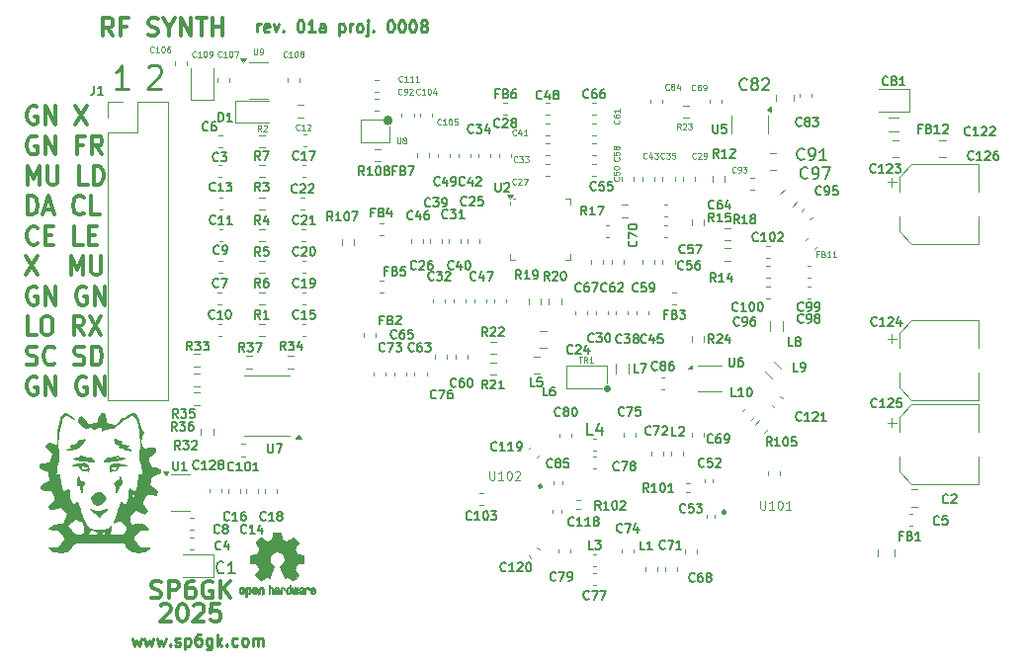
<source format=gbr>
%TF.GenerationSoftware,KiCad,Pcbnew,8.0.9-8.0.9-0~ubuntu22.04.1*%
%TF.CreationDate,2025-06-08T18:36:03+02:00*%
%TF.ProjectId,LO_synth_ADF4351_module,4c4f5f73-796e-4746-985f-414446343335,rev?*%
%TF.SameCoordinates,Original*%
%TF.FileFunction,Legend,Top*%
%TF.FilePolarity,Positive*%
%FSLAX46Y46*%
G04 Gerber Fmt 4.6, Leading zero omitted, Abs format (unit mm)*
G04 Created by KiCad (PCBNEW 8.0.9-8.0.9-0~ubuntu22.04.1) date 2025-06-08 18:36:03*
%MOMM*%
%LPD*%
G01*
G04 APERTURE LIST*
%ADD10C,0.375000*%
%ADD11C,0.250000*%
%ADD12C,0.300000*%
%ADD13C,0.150000*%
%ADD14C,0.125000*%
%ADD15C,0.100000*%
%ADD16C,0.120000*%
%ADD17C,0.010000*%
%ADD18C,0.400000*%
%ADD19C,0.000000*%
G04 APERTURE END LIST*
D10*
X74432424Y-84125500D02*
X74646710Y-84196928D01*
X74646710Y-84196928D02*
X75003852Y-84196928D01*
X75003852Y-84196928D02*
X75146710Y-84125500D01*
X75146710Y-84125500D02*
X75218138Y-84054071D01*
X75218138Y-84054071D02*
X75289567Y-83911214D01*
X75289567Y-83911214D02*
X75289567Y-83768357D01*
X75289567Y-83768357D02*
X75218138Y-83625500D01*
X75218138Y-83625500D02*
X75146710Y-83554071D01*
X75146710Y-83554071D02*
X75003852Y-83482642D01*
X75003852Y-83482642D02*
X74718138Y-83411214D01*
X74718138Y-83411214D02*
X74575281Y-83339785D01*
X74575281Y-83339785D02*
X74503852Y-83268357D01*
X74503852Y-83268357D02*
X74432424Y-83125500D01*
X74432424Y-83125500D02*
X74432424Y-82982642D01*
X74432424Y-82982642D02*
X74503852Y-82839785D01*
X74503852Y-82839785D02*
X74575281Y-82768357D01*
X74575281Y-82768357D02*
X74718138Y-82696928D01*
X74718138Y-82696928D02*
X75075281Y-82696928D01*
X75075281Y-82696928D02*
X75289567Y-82768357D01*
X75932423Y-84196928D02*
X75932423Y-82696928D01*
X75932423Y-82696928D02*
X76503852Y-82696928D01*
X76503852Y-82696928D02*
X76646709Y-82768357D01*
X76646709Y-82768357D02*
X76718138Y-82839785D01*
X76718138Y-82839785D02*
X76789566Y-82982642D01*
X76789566Y-82982642D02*
X76789566Y-83196928D01*
X76789566Y-83196928D02*
X76718138Y-83339785D01*
X76718138Y-83339785D02*
X76646709Y-83411214D01*
X76646709Y-83411214D02*
X76503852Y-83482642D01*
X76503852Y-83482642D02*
X75932423Y-83482642D01*
X78075281Y-82696928D02*
X77789566Y-82696928D01*
X77789566Y-82696928D02*
X77646709Y-82768357D01*
X77646709Y-82768357D02*
X77575281Y-82839785D01*
X77575281Y-82839785D02*
X77432423Y-83054071D01*
X77432423Y-83054071D02*
X77360995Y-83339785D01*
X77360995Y-83339785D02*
X77360995Y-83911214D01*
X77360995Y-83911214D02*
X77432423Y-84054071D01*
X77432423Y-84054071D02*
X77503852Y-84125500D01*
X77503852Y-84125500D02*
X77646709Y-84196928D01*
X77646709Y-84196928D02*
X77932423Y-84196928D01*
X77932423Y-84196928D02*
X78075281Y-84125500D01*
X78075281Y-84125500D02*
X78146709Y-84054071D01*
X78146709Y-84054071D02*
X78218138Y-83911214D01*
X78218138Y-83911214D02*
X78218138Y-83554071D01*
X78218138Y-83554071D02*
X78146709Y-83411214D01*
X78146709Y-83411214D02*
X78075281Y-83339785D01*
X78075281Y-83339785D02*
X77932423Y-83268357D01*
X77932423Y-83268357D02*
X77646709Y-83268357D01*
X77646709Y-83268357D02*
X77503852Y-83339785D01*
X77503852Y-83339785D02*
X77432423Y-83411214D01*
X77432423Y-83411214D02*
X77360995Y-83554071D01*
X79646709Y-82768357D02*
X79503852Y-82696928D01*
X79503852Y-82696928D02*
X79289566Y-82696928D01*
X79289566Y-82696928D02*
X79075280Y-82768357D01*
X79075280Y-82768357D02*
X78932423Y-82911214D01*
X78932423Y-82911214D02*
X78860994Y-83054071D01*
X78860994Y-83054071D02*
X78789566Y-83339785D01*
X78789566Y-83339785D02*
X78789566Y-83554071D01*
X78789566Y-83554071D02*
X78860994Y-83839785D01*
X78860994Y-83839785D02*
X78932423Y-83982642D01*
X78932423Y-83982642D02*
X79075280Y-84125500D01*
X79075280Y-84125500D02*
X79289566Y-84196928D01*
X79289566Y-84196928D02*
X79432423Y-84196928D01*
X79432423Y-84196928D02*
X79646709Y-84125500D01*
X79646709Y-84125500D02*
X79718137Y-84054071D01*
X79718137Y-84054071D02*
X79718137Y-83554071D01*
X79718137Y-83554071D02*
X79432423Y-83554071D01*
X80360994Y-84196928D02*
X80360994Y-82696928D01*
X81218137Y-84196928D02*
X80575280Y-83339785D01*
X81218137Y-82696928D02*
X80360994Y-83554071D01*
X71160995Y-35996928D02*
X70660995Y-35282642D01*
X70303852Y-35996928D02*
X70303852Y-34496928D01*
X70303852Y-34496928D02*
X70875281Y-34496928D01*
X70875281Y-34496928D02*
X71018138Y-34568357D01*
X71018138Y-34568357D02*
X71089567Y-34639785D01*
X71089567Y-34639785D02*
X71160995Y-34782642D01*
X71160995Y-34782642D02*
X71160995Y-34996928D01*
X71160995Y-34996928D02*
X71089567Y-35139785D01*
X71089567Y-35139785D02*
X71018138Y-35211214D01*
X71018138Y-35211214D02*
X70875281Y-35282642D01*
X70875281Y-35282642D02*
X70303852Y-35282642D01*
X72303852Y-35211214D02*
X71803852Y-35211214D01*
X71803852Y-35996928D02*
X71803852Y-34496928D01*
X71803852Y-34496928D02*
X72518138Y-34496928D01*
X74160995Y-35925500D02*
X74375281Y-35996928D01*
X74375281Y-35996928D02*
X74732423Y-35996928D01*
X74732423Y-35996928D02*
X74875281Y-35925500D01*
X74875281Y-35925500D02*
X74946709Y-35854071D01*
X74946709Y-35854071D02*
X75018138Y-35711214D01*
X75018138Y-35711214D02*
X75018138Y-35568357D01*
X75018138Y-35568357D02*
X74946709Y-35425500D01*
X74946709Y-35425500D02*
X74875281Y-35354071D01*
X74875281Y-35354071D02*
X74732423Y-35282642D01*
X74732423Y-35282642D02*
X74446709Y-35211214D01*
X74446709Y-35211214D02*
X74303852Y-35139785D01*
X74303852Y-35139785D02*
X74232423Y-35068357D01*
X74232423Y-35068357D02*
X74160995Y-34925500D01*
X74160995Y-34925500D02*
X74160995Y-34782642D01*
X74160995Y-34782642D02*
X74232423Y-34639785D01*
X74232423Y-34639785D02*
X74303852Y-34568357D01*
X74303852Y-34568357D02*
X74446709Y-34496928D01*
X74446709Y-34496928D02*
X74803852Y-34496928D01*
X74803852Y-34496928D02*
X75018138Y-34568357D01*
X75946709Y-35282642D02*
X75946709Y-35996928D01*
X75446709Y-34496928D02*
X75946709Y-35282642D01*
X75946709Y-35282642D02*
X76446709Y-34496928D01*
X76946708Y-35996928D02*
X76946708Y-34496928D01*
X76946708Y-34496928D02*
X77803851Y-35996928D01*
X77803851Y-35996928D02*
X77803851Y-34496928D01*
X78303852Y-34496928D02*
X79160995Y-34496928D01*
X78732423Y-35996928D02*
X78732423Y-34496928D01*
X79660994Y-35996928D02*
X79660994Y-34496928D01*
X79660994Y-35211214D02*
X80518137Y-35211214D01*
X80518137Y-35996928D02*
X80518137Y-34496928D01*
X75232424Y-84839785D02*
X75303852Y-84768357D01*
X75303852Y-84768357D02*
X75446710Y-84696928D01*
X75446710Y-84696928D02*
X75803852Y-84696928D01*
X75803852Y-84696928D02*
X75946710Y-84768357D01*
X75946710Y-84768357D02*
X76018138Y-84839785D01*
X76018138Y-84839785D02*
X76089567Y-84982642D01*
X76089567Y-84982642D02*
X76089567Y-85125500D01*
X76089567Y-85125500D02*
X76018138Y-85339785D01*
X76018138Y-85339785D02*
X75160995Y-86196928D01*
X75160995Y-86196928D02*
X76089567Y-86196928D01*
X77018138Y-84696928D02*
X77160995Y-84696928D01*
X77160995Y-84696928D02*
X77303852Y-84768357D01*
X77303852Y-84768357D02*
X77375281Y-84839785D01*
X77375281Y-84839785D02*
X77446709Y-84982642D01*
X77446709Y-84982642D02*
X77518138Y-85268357D01*
X77518138Y-85268357D02*
X77518138Y-85625500D01*
X77518138Y-85625500D02*
X77446709Y-85911214D01*
X77446709Y-85911214D02*
X77375281Y-86054071D01*
X77375281Y-86054071D02*
X77303852Y-86125500D01*
X77303852Y-86125500D02*
X77160995Y-86196928D01*
X77160995Y-86196928D02*
X77018138Y-86196928D01*
X77018138Y-86196928D02*
X76875281Y-86125500D01*
X76875281Y-86125500D02*
X76803852Y-86054071D01*
X76803852Y-86054071D02*
X76732423Y-85911214D01*
X76732423Y-85911214D02*
X76660995Y-85625500D01*
X76660995Y-85625500D02*
X76660995Y-85268357D01*
X76660995Y-85268357D02*
X76732423Y-84982642D01*
X76732423Y-84982642D02*
X76803852Y-84839785D01*
X76803852Y-84839785D02*
X76875281Y-84768357D01*
X76875281Y-84768357D02*
X77018138Y-84696928D01*
X78089566Y-84839785D02*
X78160994Y-84768357D01*
X78160994Y-84768357D02*
X78303852Y-84696928D01*
X78303852Y-84696928D02*
X78660994Y-84696928D01*
X78660994Y-84696928D02*
X78803852Y-84768357D01*
X78803852Y-84768357D02*
X78875280Y-84839785D01*
X78875280Y-84839785D02*
X78946709Y-84982642D01*
X78946709Y-84982642D02*
X78946709Y-85125500D01*
X78946709Y-85125500D02*
X78875280Y-85339785D01*
X78875280Y-85339785D02*
X78018137Y-86196928D01*
X78018137Y-86196928D02*
X78946709Y-86196928D01*
X80303851Y-84696928D02*
X79589565Y-84696928D01*
X79589565Y-84696928D02*
X79518137Y-85411214D01*
X79518137Y-85411214D02*
X79589565Y-85339785D01*
X79589565Y-85339785D02*
X79732423Y-85268357D01*
X79732423Y-85268357D02*
X80089565Y-85268357D01*
X80089565Y-85268357D02*
X80232423Y-85339785D01*
X80232423Y-85339785D02*
X80303851Y-85411214D01*
X80303851Y-85411214D02*
X80375280Y-85554071D01*
X80375280Y-85554071D02*
X80375280Y-85911214D01*
X80375280Y-85911214D02*
X80303851Y-86054071D01*
X80303851Y-86054071D02*
X80232423Y-86125500D01*
X80232423Y-86125500D02*
X80089565Y-86196928D01*
X80089565Y-86196928D02*
X79732423Y-86196928D01*
X79732423Y-86196928D02*
X79589565Y-86125500D01*
X79589565Y-86125500D02*
X79518137Y-86054071D01*
D11*
X83502568Y-35664619D02*
X83502568Y-34997952D01*
X83502568Y-35188428D02*
X83550187Y-35093190D01*
X83550187Y-35093190D02*
X83597806Y-35045571D01*
X83597806Y-35045571D02*
X83693044Y-34997952D01*
X83693044Y-34997952D02*
X83788282Y-34997952D01*
X84502568Y-35617000D02*
X84407330Y-35664619D01*
X84407330Y-35664619D02*
X84216854Y-35664619D01*
X84216854Y-35664619D02*
X84121616Y-35617000D01*
X84121616Y-35617000D02*
X84073997Y-35521761D01*
X84073997Y-35521761D02*
X84073997Y-35140809D01*
X84073997Y-35140809D02*
X84121616Y-35045571D01*
X84121616Y-35045571D02*
X84216854Y-34997952D01*
X84216854Y-34997952D02*
X84407330Y-34997952D01*
X84407330Y-34997952D02*
X84502568Y-35045571D01*
X84502568Y-35045571D02*
X84550187Y-35140809D01*
X84550187Y-35140809D02*
X84550187Y-35236047D01*
X84550187Y-35236047D02*
X84073997Y-35331285D01*
X84883521Y-34997952D02*
X85121616Y-35664619D01*
X85121616Y-35664619D02*
X85359711Y-34997952D01*
X85740664Y-35569380D02*
X85788283Y-35617000D01*
X85788283Y-35617000D02*
X85740664Y-35664619D01*
X85740664Y-35664619D02*
X85693045Y-35617000D01*
X85693045Y-35617000D02*
X85740664Y-35569380D01*
X85740664Y-35569380D02*
X85740664Y-35664619D01*
X87169235Y-34664619D02*
X87264473Y-34664619D01*
X87264473Y-34664619D02*
X87359711Y-34712238D01*
X87359711Y-34712238D02*
X87407330Y-34759857D01*
X87407330Y-34759857D02*
X87454949Y-34855095D01*
X87454949Y-34855095D02*
X87502568Y-35045571D01*
X87502568Y-35045571D02*
X87502568Y-35283666D01*
X87502568Y-35283666D02*
X87454949Y-35474142D01*
X87454949Y-35474142D02*
X87407330Y-35569380D01*
X87407330Y-35569380D02*
X87359711Y-35617000D01*
X87359711Y-35617000D02*
X87264473Y-35664619D01*
X87264473Y-35664619D02*
X87169235Y-35664619D01*
X87169235Y-35664619D02*
X87073997Y-35617000D01*
X87073997Y-35617000D02*
X87026378Y-35569380D01*
X87026378Y-35569380D02*
X86978759Y-35474142D01*
X86978759Y-35474142D02*
X86931140Y-35283666D01*
X86931140Y-35283666D02*
X86931140Y-35045571D01*
X86931140Y-35045571D02*
X86978759Y-34855095D01*
X86978759Y-34855095D02*
X87026378Y-34759857D01*
X87026378Y-34759857D02*
X87073997Y-34712238D01*
X87073997Y-34712238D02*
X87169235Y-34664619D01*
X88454949Y-35664619D02*
X87883521Y-35664619D01*
X88169235Y-35664619D02*
X88169235Y-34664619D01*
X88169235Y-34664619D02*
X88073997Y-34807476D01*
X88073997Y-34807476D02*
X87978759Y-34902714D01*
X87978759Y-34902714D02*
X87883521Y-34950333D01*
X89312092Y-35664619D02*
X89312092Y-35140809D01*
X89312092Y-35140809D02*
X89264473Y-35045571D01*
X89264473Y-35045571D02*
X89169235Y-34997952D01*
X89169235Y-34997952D02*
X88978759Y-34997952D01*
X88978759Y-34997952D02*
X88883521Y-35045571D01*
X89312092Y-35617000D02*
X89216854Y-35664619D01*
X89216854Y-35664619D02*
X88978759Y-35664619D01*
X88978759Y-35664619D02*
X88883521Y-35617000D01*
X88883521Y-35617000D02*
X88835902Y-35521761D01*
X88835902Y-35521761D02*
X88835902Y-35426523D01*
X88835902Y-35426523D02*
X88883521Y-35331285D01*
X88883521Y-35331285D02*
X88978759Y-35283666D01*
X88978759Y-35283666D02*
X89216854Y-35283666D01*
X89216854Y-35283666D02*
X89312092Y-35236047D01*
X90550188Y-34997952D02*
X90550188Y-35997952D01*
X90550188Y-35045571D02*
X90645426Y-34997952D01*
X90645426Y-34997952D02*
X90835902Y-34997952D01*
X90835902Y-34997952D02*
X90931140Y-35045571D01*
X90931140Y-35045571D02*
X90978759Y-35093190D01*
X90978759Y-35093190D02*
X91026378Y-35188428D01*
X91026378Y-35188428D02*
X91026378Y-35474142D01*
X91026378Y-35474142D02*
X90978759Y-35569380D01*
X90978759Y-35569380D02*
X90931140Y-35617000D01*
X90931140Y-35617000D02*
X90835902Y-35664619D01*
X90835902Y-35664619D02*
X90645426Y-35664619D01*
X90645426Y-35664619D02*
X90550188Y-35617000D01*
X91454950Y-35664619D02*
X91454950Y-34997952D01*
X91454950Y-35188428D02*
X91502569Y-35093190D01*
X91502569Y-35093190D02*
X91550188Y-35045571D01*
X91550188Y-35045571D02*
X91645426Y-34997952D01*
X91645426Y-34997952D02*
X91740664Y-34997952D01*
X92216855Y-35664619D02*
X92121617Y-35617000D01*
X92121617Y-35617000D02*
X92073998Y-35569380D01*
X92073998Y-35569380D02*
X92026379Y-35474142D01*
X92026379Y-35474142D02*
X92026379Y-35188428D01*
X92026379Y-35188428D02*
X92073998Y-35093190D01*
X92073998Y-35093190D02*
X92121617Y-35045571D01*
X92121617Y-35045571D02*
X92216855Y-34997952D01*
X92216855Y-34997952D02*
X92359712Y-34997952D01*
X92359712Y-34997952D02*
X92454950Y-35045571D01*
X92454950Y-35045571D02*
X92502569Y-35093190D01*
X92502569Y-35093190D02*
X92550188Y-35188428D01*
X92550188Y-35188428D02*
X92550188Y-35474142D01*
X92550188Y-35474142D02*
X92502569Y-35569380D01*
X92502569Y-35569380D02*
X92454950Y-35617000D01*
X92454950Y-35617000D02*
X92359712Y-35664619D01*
X92359712Y-35664619D02*
X92216855Y-35664619D01*
X92978760Y-34997952D02*
X92978760Y-35855095D01*
X92978760Y-35855095D02*
X92931141Y-35950333D01*
X92931141Y-35950333D02*
X92835903Y-35997952D01*
X92835903Y-35997952D02*
X92788284Y-35997952D01*
X92978760Y-34664619D02*
X92931141Y-34712238D01*
X92931141Y-34712238D02*
X92978760Y-34759857D01*
X92978760Y-34759857D02*
X93026379Y-34712238D01*
X93026379Y-34712238D02*
X92978760Y-34664619D01*
X92978760Y-34664619D02*
X92978760Y-34759857D01*
X93454950Y-35569380D02*
X93502569Y-35617000D01*
X93502569Y-35617000D02*
X93454950Y-35664619D01*
X93454950Y-35664619D02*
X93407331Y-35617000D01*
X93407331Y-35617000D02*
X93454950Y-35569380D01*
X93454950Y-35569380D02*
X93454950Y-35664619D01*
X94883521Y-34664619D02*
X94978759Y-34664619D01*
X94978759Y-34664619D02*
X95073997Y-34712238D01*
X95073997Y-34712238D02*
X95121616Y-34759857D01*
X95121616Y-34759857D02*
X95169235Y-34855095D01*
X95169235Y-34855095D02*
X95216854Y-35045571D01*
X95216854Y-35045571D02*
X95216854Y-35283666D01*
X95216854Y-35283666D02*
X95169235Y-35474142D01*
X95169235Y-35474142D02*
X95121616Y-35569380D01*
X95121616Y-35569380D02*
X95073997Y-35617000D01*
X95073997Y-35617000D02*
X94978759Y-35664619D01*
X94978759Y-35664619D02*
X94883521Y-35664619D01*
X94883521Y-35664619D02*
X94788283Y-35617000D01*
X94788283Y-35617000D02*
X94740664Y-35569380D01*
X94740664Y-35569380D02*
X94693045Y-35474142D01*
X94693045Y-35474142D02*
X94645426Y-35283666D01*
X94645426Y-35283666D02*
X94645426Y-35045571D01*
X94645426Y-35045571D02*
X94693045Y-34855095D01*
X94693045Y-34855095D02*
X94740664Y-34759857D01*
X94740664Y-34759857D02*
X94788283Y-34712238D01*
X94788283Y-34712238D02*
X94883521Y-34664619D01*
X95835902Y-34664619D02*
X95931140Y-34664619D01*
X95931140Y-34664619D02*
X96026378Y-34712238D01*
X96026378Y-34712238D02*
X96073997Y-34759857D01*
X96073997Y-34759857D02*
X96121616Y-34855095D01*
X96121616Y-34855095D02*
X96169235Y-35045571D01*
X96169235Y-35045571D02*
X96169235Y-35283666D01*
X96169235Y-35283666D02*
X96121616Y-35474142D01*
X96121616Y-35474142D02*
X96073997Y-35569380D01*
X96073997Y-35569380D02*
X96026378Y-35617000D01*
X96026378Y-35617000D02*
X95931140Y-35664619D01*
X95931140Y-35664619D02*
X95835902Y-35664619D01*
X95835902Y-35664619D02*
X95740664Y-35617000D01*
X95740664Y-35617000D02*
X95693045Y-35569380D01*
X95693045Y-35569380D02*
X95645426Y-35474142D01*
X95645426Y-35474142D02*
X95597807Y-35283666D01*
X95597807Y-35283666D02*
X95597807Y-35045571D01*
X95597807Y-35045571D02*
X95645426Y-34855095D01*
X95645426Y-34855095D02*
X95693045Y-34759857D01*
X95693045Y-34759857D02*
X95740664Y-34712238D01*
X95740664Y-34712238D02*
X95835902Y-34664619D01*
X96788283Y-34664619D02*
X96883521Y-34664619D01*
X96883521Y-34664619D02*
X96978759Y-34712238D01*
X96978759Y-34712238D02*
X97026378Y-34759857D01*
X97026378Y-34759857D02*
X97073997Y-34855095D01*
X97073997Y-34855095D02*
X97121616Y-35045571D01*
X97121616Y-35045571D02*
X97121616Y-35283666D01*
X97121616Y-35283666D02*
X97073997Y-35474142D01*
X97073997Y-35474142D02*
X97026378Y-35569380D01*
X97026378Y-35569380D02*
X96978759Y-35617000D01*
X96978759Y-35617000D02*
X96883521Y-35664619D01*
X96883521Y-35664619D02*
X96788283Y-35664619D01*
X96788283Y-35664619D02*
X96693045Y-35617000D01*
X96693045Y-35617000D02*
X96645426Y-35569380D01*
X96645426Y-35569380D02*
X96597807Y-35474142D01*
X96597807Y-35474142D02*
X96550188Y-35283666D01*
X96550188Y-35283666D02*
X96550188Y-35045571D01*
X96550188Y-35045571D02*
X96597807Y-34855095D01*
X96597807Y-34855095D02*
X96645426Y-34759857D01*
X96645426Y-34759857D02*
X96693045Y-34712238D01*
X96693045Y-34712238D02*
X96788283Y-34664619D01*
X97693045Y-35093190D02*
X97597807Y-35045571D01*
X97597807Y-35045571D02*
X97550188Y-34997952D01*
X97550188Y-34997952D02*
X97502569Y-34902714D01*
X97502569Y-34902714D02*
X97502569Y-34855095D01*
X97502569Y-34855095D02*
X97550188Y-34759857D01*
X97550188Y-34759857D02*
X97597807Y-34712238D01*
X97597807Y-34712238D02*
X97693045Y-34664619D01*
X97693045Y-34664619D02*
X97883521Y-34664619D01*
X97883521Y-34664619D02*
X97978759Y-34712238D01*
X97978759Y-34712238D02*
X98026378Y-34759857D01*
X98026378Y-34759857D02*
X98073997Y-34855095D01*
X98073997Y-34855095D02*
X98073997Y-34902714D01*
X98073997Y-34902714D02*
X98026378Y-34997952D01*
X98026378Y-34997952D02*
X97978759Y-35045571D01*
X97978759Y-35045571D02*
X97883521Y-35093190D01*
X97883521Y-35093190D02*
X97693045Y-35093190D01*
X97693045Y-35093190D02*
X97597807Y-35140809D01*
X97597807Y-35140809D02*
X97550188Y-35188428D01*
X97550188Y-35188428D02*
X97502569Y-35283666D01*
X97502569Y-35283666D02*
X97502569Y-35474142D01*
X97502569Y-35474142D02*
X97550188Y-35569380D01*
X97550188Y-35569380D02*
X97597807Y-35617000D01*
X97597807Y-35617000D02*
X97693045Y-35664619D01*
X97693045Y-35664619D02*
X97883521Y-35664619D01*
X97883521Y-35664619D02*
X97978759Y-35617000D01*
X97978759Y-35617000D02*
X98026378Y-35569380D01*
X98026378Y-35569380D02*
X98073997Y-35474142D01*
X98073997Y-35474142D02*
X98073997Y-35283666D01*
X98073997Y-35283666D02*
X98026378Y-35188428D01*
X98026378Y-35188428D02*
X97978759Y-35140809D01*
X97978759Y-35140809D02*
X97883521Y-35093190D01*
X74145425Y-38732714D02*
X74240663Y-38637476D01*
X74240663Y-38637476D02*
X74431139Y-38542238D01*
X74431139Y-38542238D02*
X74907330Y-38542238D01*
X74907330Y-38542238D02*
X75097806Y-38637476D01*
X75097806Y-38637476D02*
X75193044Y-38732714D01*
X75193044Y-38732714D02*
X75288282Y-38923190D01*
X75288282Y-38923190D02*
X75288282Y-39113666D01*
X75288282Y-39113666D02*
X75193044Y-39399380D01*
X75193044Y-39399380D02*
X74050187Y-40542238D01*
X74050187Y-40542238D02*
X75288282Y-40542238D01*
X72807330Y-87597952D02*
X72997806Y-88264619D01*
X72997806Y-88264619D02*
X73188282Y-87788428D01*
X73188282Y-87788428D02*
X73378758Y-88264619D01*
X73378758Y-88264619D02*
X73569234Y-87597952D01*
X73854949Y-87597952D02*
X74045425Y-88264619D01*
X74045425Y-88264619D02*
X74235901Y-87788428D01*
X74235901Y-87788428D02*
X74426377Y-88264619D01*
X74426377Y-88264619D02*
X74616853Y-87597952D01*
X74902568Y-87597952D02*
X75093044Y-88264619D01*
X75093044Y-88264619D02*
X75283520Y-87788428D01*
X75283520Y-87788428D02*
X75473996Y-88264619D01*
X75473996Y-88264619D02*
X75664472Y-87597952D01*
X76045425Y-88169380D02*
X76093044Y-88217000D01*
X76093044Y-88217000D02*
X76045425Y-88264619D01*
X76045425Y-88264619D02*
X75997806Y-88217000D01*
X75997806Y-88217000D02*
X76045425Y-88169380D01*
X76045425Y-88169380D02*
X76045425Y-88264619D01*
X76473996Y-88217000D02*
X76569234Y-88264619D01*
X76569234Y-88264619D02*
X76759710Y-88264619D01*
X76759710Y-88264619D02*
X76854948Y-88217000D01*
X76854948Y-88217000D02*
X76902567Y-88121761D01*
X76902567Y-88121761D02*
X76902567Y-88074142D01*
X76902567Y-88074142D02*
X76854948Y-87978904D01*
X76854948Y-87978904D02*
X76759710Y-87931285D01*
X76759710Y-87931285D02*
X76616853Y-87931285D01*
X76616853Y-87931285D02*
X76521615Y-87883666D01*
X76521615Y-87883666D02*
X76473996Y-87788428D01*
X76473996Y-87788428D02*
X76473996Y-87740809D01*
X76473996Y-87740809D02*
X76521615Y-87645571D01*
X76521615Y-87645571D02*
X76616853Y-87597952D01*
X76616853Y-87597952D02*
X76759710Y-87597952D01*
X76759710Y-87597952D02*
X76854948Y-87645571D01*
X77331139Y-87597952D02*
X77331139Y-88597952D01*
X77331139Y-87645571D02*
X77426377Y-87597952D01*
X77426377Y-87597952D02*
X77616853Y-87597952D01*
X77616853Y-87597952D02*
X77712091Y-87645571D01*
X77712091Y-87645571D02*
X77759710Y-87693190D01*
X77759710Y-87693190D02*
X77807329Y-87788428D01*
X77807329Y-87788428D02*
X77807329Y-88074142D01*
X77807329Y-88074142D02*
X77759710Y-88169380D01*
X77759710Y-88169380D02*
X77712091Y-88217000D01*
X77712091Y-88217000D02*
X77616853Y-88264619D01*
X77616853Y-88264619D02*
X77426377Y-88264619D01*
X77426377Y-88264619D02*
X77331139Y-88217000D01*
X78664472Y-87264619D02*
X78473996Y-87264619D01*
X78473996Y-87264619D02*
X78378758Y-87312238D01*
X78378758Y-87312238D02*
X78331139Y-87359857D01*
X78331139Y-87359857D02*
X78235901Y-87502714D01*
X78235901Y-87502714D02*
X78188282Y-87693190D01*
X78188282Y-87693190D02*
X78188282Y-88074142D01*
X78188282Y-88074142D02*
X78235901Y-88169380D01*
X78235901Y-88169380D02*
X78283520Y-88217000D01*
X78283520Y-88217000D02*
X78378758Y-88264619D01*
X78378758Y-88264619D02*
X78569234Y-88264619D01*
X78569234Y-88264619D02*
X78664472Y-88217000D01*
X78664472Y-88217000D02*
X78712091Y-88169380D01*
X78712091Y-88169380D02*
X78759710Y-88074142D01*
X78759710Y-88074142D02*
X78759710Y-87836047D01*
X78759710Y-87836047D02*
X78712091Y-87740809D01*
X78712091Y-87740809D02*
X78664472Y-87693190D01*
X78664472Y-87693190D02*
X78569234Y-87645571D01*
X78569234Y-87645571D02*
X78378758Y-87645571D01*
X78378758Y-87645571D02*
X78283520Y-87693190D01*
X78283520Y-87693190D02*
X78235901Y-87740809D01*
X78235901Y-87740809D02*
X78188282Y-87836047D01*
X79616853Y-87597952D02*
X79616853Y-88407476D01*
X79616853Y-88407476D02*
X79569234Y-88502714D01*
X79569234Y-88502714D02*
X79521615Y-88550333D01*
X79521615Y-88550333D02*
X79426377Y-88597952D01*
X79426377Y-88597952D02*
X79283520Y-88597952D01*
X79283520Y-88597952D02*
X79188282Y-88550333D01*
X79616853Y-88217000D02*
X79521615Y-88264619D01*
X79521615Y-88264619D02*
X79331139Y-88264619D01*
X79331139Y-88264619D02*
X79235901Y-88217000D01*
X79235901Y-88217000D02*
X79188282Y-88169380D01*
X79188282Y-88169380D02*
X79140663Y-88074142D01*
X79140663Y-88074142D02*
X79140663Y-87788428D01*
X79140663Y-87788428D02*
X79188282Y-87693190D01*
X79188282Y-87693190D02*
X79235901Y-87645571D01*
X79235901Y-87645571D02*
X79331139Y-87597952D01*
X79331139Y-87597952D02*
X79521615Y-87597952D01*
X79521615Y-87597952D02*
X79616853Y-87645571D01*
X80093044Y-88264619D02*
X80093044Y-87264619D01*
X80188282Y-87883666D02*
X80473996Y-88264619D01*
X80473996Y-87597952D02*
X80093044Y-87978904D01*
X80902568Y-88169380D02*
X80950187Y-88217000D01*
X80950187Y-88217000D02*
X80902568Y-88264619D01*
X80902568Y-88264619D02*
X80854949Y-88217000D01*
X80854949Y-88217000D02*
X80902568Y-88169380D01*
X80902568Y-88169380D02*
X80902568Y-88264619D01*
X81807329Y-88217000D02*
X81712091Y-88264619D01*
X81712091Y-88264619D02*
X81521615Y-88264619D01*
X81521615Y-88264619D02*
X81426377Y-88217000D01*
X81426377Y-88217000D02*
X81378758Y-88169380D01*
X81378758Y-88169380D02*
X81331139Y-88074142D01*
X81331139Y-88074142D02*
X81331139Y-87788428D01*
X81331139Y-87788428D02*
X81378758Y-87693190D01*
X81378758Y-87693190D02*
X81426377Y-87645571D01*
X81426377Y-87645571D02*
X81521615Y-87597952D01*
X81521615Y-87597952D02*
X81712091Y-87597952D01*
X81712091Y-87597952D02*
X81807329Y-87645571D01*
X82378758Y-88264619D02*
X82283520Y-88217000D01*
X82283520Y-88217000D02*
X82235901Y-88169380D01*
X82235901Y-88169380D02*
X82188282Y-88074142D01*
X82188282Y-88074142D02*
X82188282Y-87788428D01*
X82188282Y-87788428D02*
X82235901Y-87693190D01*
X82235901Y-87693190D02*
X82283520Y-87645571D01*
X82283520Y-87645571D02*
X82378758Y-87597952D01*
X82378758Y-87597952D02*
X82521615Y-87597952D01*
X82521615Y-87597952D02*
X82616853Y-87645571D01*
X82616853Y-87645571D02*
X82664472Y-87693190D01*
X82664472Y-87693190D02*
X82712091Y-87788428D01*
X82712091Y-87788428D02*
X82712091Y-88074142D01*
X82712091Y-88074142D02*
X82664472Y-88169380D01*
X82664472Y-88169380D02*
X82616853Y-88217000D01*
X82616853Y-88217000D02*
X82521615Y-88264619D01*
X82521615Y-88264619D02*
X82378758Y-88264619D01*
X83140663Y-88264619D02*
X83140663Y-87597952D01*
X83140663Y-87693190D02*
X83188282Y-87645571D01*
X83188282Y-87645571D02*
X83283520Y-87597952D01*
X83283520Y-87597952D02*
X83426377Y-87597952D01*
X83426377Y-87597952D02*
X83521615Y-87645571D01*
X83521615Y-87645571D02*
X83569234Y-87740809D01*
X83569234Y-87740809D02*
X83569234Y-88264619D01*
X83569234Y-87740809D02*
X83616853Y-87645571D01*
X83616853Y-87645571D02*
X83712091Y-87597952D01*
X83712091Y-87597952D02*
X83854948Y-87597952D01*
X83854948Y-87597952D02*
X83950187Y-87645571D01*
X83950187Y-87645571D02*
X83997806Y-87740809D01*
X83997806Y-87740809D02*
X83997806Y-88264619D01*
X72488282Y-40542238D02*
X71345425Y-40542238D01*
X71916853Y-40542238D02*
X71916853Y-38542238D01*
X71916853Y-38542238D02*
X71726377Y-38827952D01*
X71726377Y-38827952D02*
X71535901Y-39018428D01*
X71535901Y-39018428D02*
X71345425Y-39113666D01*
D12*
X64640225Y-42081590D02*
X64497368Y-42005400D01*
X64497368Y-42005400D02*
X64283082Y-42005400D01*
X64283082Y-42005400D02*
X64068796Y-42081590D01*
X64068796Y-42081590D02*
X63925939Y-42233971D01*
X63925939Y-42233971D02*
X63854510Y-42386352D01*
X63854510Y-42386352D02*
X63783082Y-42691114D01*
X63783082Y-42691114D02*
X63783082Y-42919686D01*
X63783082Y-42919686D02*
X63854510Y-43224448D01*
X63854510Y-43224448D02*
X63925939Y-43376829D01*
X63925939Y-43376829D02*
X64068796Y-43529210D01*
X64068796Y-43529210D02*
X64283082Y-43605400D01*
X64283082Y-43605400D02*
X64425939Y-43605400D01*
X64425939Y-43605400D02*
X64640225Y-43529210D01*
X64640225Y-43529210D02*
X64711653Y-43453019D01*
X64711653Y-43453019D02*
X64711653Y-42919686D01*
X64711653Y-42919686D02*
X64425939Y-42919686D01*
X65354510Y-43605400D02*
X65354510Y-42005400D01*
X65354510Y-42005400D02*
X66211653Y-43605400D01*
X66211653Y-43605400D02*
X66211653Y-42005400D01*
X67925939Y-42005400D02*
X68925939Y-43605400D01*
X68925939Y-42005400D02*
X67925939Y-43605400D01*
X64640225Y-44657500D02*
X64497368Y-44581310D01*
X64497368Y-44581310D02*
X64283082Y-44581310D01*
X64283082Y-44581310D02*
X64068796Y-44657500D01*
X64068796Y-44657500D02*
X63925939Y-44809881D01*
X63925939Y-44809881D02*
X63854510Y-44962262D01*
X63854510Y-44962262D02*
X63783082Y-45267024D01*
X63783082Y-45267024D02*
X63783082Y-45495596D01*
X63783082Y-45495596D02*
X63854510Y-45800358D01*
X63854510Y-45800358D02*
X63925939Y-45952739D01*
X63925939Y-45952739D02*
X64068796Y-46105120D01*
X64068796Y-46105120D02*
X64283082Y-46181310D01*
X64283082Y-46181310D02*
X64425939Y-46181310D01*
X64425939Y-46181310D02*
X64640225Y-46105120D01*
X64640225Y-46105120D02*
X64711653Y-46028929D01*
X64711653Y-46028929D02*
X64711653Y-45495596D01*
X64711653Y-45495596D02*
X64425939Y-45495596D01*
X65354510Y-46181310D02*
X65354510Y-44581310D01*
X65354510Y-44581310D02*
X66211653Y-46181310D01*
X66211653Y-46181310D02*
X66211653Y-44581310D01*
X68568796Y-45343215D02*
X68068796Y-45343215D01*
X68068796Y-46181310D02*
X68068796Y-44581310D01*
X68068796Y-44581310D02*
X68783082Y-44581310D01*
X70211653Y-46181310D02*
X69711653Y-45419405D01*
X69354510Y-46181310D02*
X69354510Y-44581310D01*
X69354510Y-44581310D02*
X69925939Y-44581310D01*
X69925939Y-44581310D02*
X70068796Y-44657500D01*
X70068796Y-44657500D02*
X70140225Y-44733691D01*
X70140225Y-44733691D02*
X70211653Y-44886072D01*
X70211653Y-44886072D02*
X70211653Y-45114643D01*
X70211653Y-45114643D02*
X70140225Y-45267024D01*
X70140225Y-45267024D02*
X70068796Y-45343215D01*
X70068796Y-45343215D02*
X69925939Y-45419405D01*
X69925939Y-45419405D02*
X69354510Y-45419405D01*
X63854510Y-48757220D02*
X63854510Y-47157220D01*
X63854510Y-47157220D02*
X64354510Y-48300077D01*
X64354510Y-48300077D02*
X64854510Y-47157220D01*
X64854510Y-47157220D02*
X64854510Y-48757220D01*
X65568796Y-47157220D02*
X65568796Y-48452458D01*
X65568796Y-48452458D02*
X65640225Y-48604839D01*
X65640225Y-48604839D02*
X65711654Y-48681030D01*
X65711654Y-48681030D02*
X65854511Y-48757220D01*
X65854511Y-48757220D02*
X66140225Y-48757220D01*
X66140225Y-48757220D02*
X66283082Y-48681030D01*
X66283082Y-48681030D02*
X66354511Y-48604839D01*
X66354511Y-48604839D02*
X66425939Y-48452458D01*
X66425939Y-48452458D02*
X66425939Y-47157220D01*
X68997368Y-48757220D02*
X68283082Y-48757220D01*
X68283082Y-48757220D02*
X68283082Y-47157220D01*
X69497368Y-48757220D02*
X69497368Y-47157220D01*
X69497368Y-47157220D02*
X69854511Y-47157220D01*
X69854511Y-47157220D02*
X70068797Y-47233410D01*
X70068797Y-47233410D02*
X70211654Y-47385791D01*
X70211654Y-47385791D02*
X70283083Y-47538172D01*
X70283083Y-47538172D02*
X70354511Y-47842934D01*
X70354511Y-47842934D02*
X70354511Y-48071506D01*
X70354511Y-48071506D02*
X70283083Y-48376268D01*
X70283083Y-48376268D02*
X70211654Y-48528649D01*
X70211654Y-48528649D02*
X70068797Y-48681030D01*
X70068797Y-48681030D02*
X69854511Y-48757220D01*
X69854511Y-48757220D02*
X69497368Y-48757220D01*
X63854510Y-51333130D02*
X63854510Y-49733130D01*
X63854510Y-49733130D02*
X64211653Y-49733130D01*
X64211653Y-49733130D02*
X64425939Y-49809320D01*
X64425939Y-49809320D02*
X64568796Y-49961701D01*
X64568796Y-49961701D02*
X64640225Y-50114082D01*
X64640225Y-50114082D02*
X64711653Y-50418844D01*
X64711653Y-50418844D02*
X64711653Y-50647416D01*
X64711653Y-50647416D02*
X64640225Y-50952178D01*
X64640225Y-50952178D02*
X64568796Y-51104559D01*
X64568796Y-51104559D02*
X64425939Y-51256940D01*
X64425939Y-51256940D02*
X64211653Y-51333130D01*
X64211653Y-51333130D02*
X63854510Y-51333130D01*
X65283082Y-50875987D02*
X65997368Y-50875987D01*
X65140225Y-51333130D02*
X65640225Y-49733130D01*
X65640225Y-49733130D02*
X66140225Y-51333130D01*
X68640224Y-51180749D02*
X68568796Y-51256940D01*
X68568796Y-51256940D02*
X68354510Y-51333130D01*
X68354510Y-51333130D02*
X68211653Y-51333130D01*
X68211653Y-51333130D02*
X67997367Y-51256940D01*
X67997367Y-51256940D02*
X67854510Y-51104559D01*
X67854510Y-51104559D02*
X67783081Y-50952178D01*
X67783081Y-50952178D02*
X67711653Y-50647416D01*
X67711653Y-50647416D02*
X67711653Y-50418844D01*
X67711653Y-50418844D02*
X67783081Y-50114082D01*
X67783081Y-50114082D02*
X67854510Y-49961701D01*
X67854510Y-49961701D02*
X67997367Y-49809320D01*
X67997367Y-49809320D02*
X68211653Y-49733130D01*
X68211653Y-49733130D02*
X68354510Y-49733130D01*
X68354510Y-49733130D02*
X68568796Y-49809320D01*
X68568796Y-49809320D02*
X68640224Y-49885511D01*
X69997367Y-51333130D02*
X69283081Y-51333130D01*
X69283081Y-51333130D02*
X69283081Y-49733130D01*
X64711653Y-53756659D02*
X64640225Y-53832850D01*
X64640225Y-53832850D02*
X64425939Y-53909040D01*
X64425939Y-53909040D02*
X64283082Y-53909040D01*
X64283082Y-53909040D02*
X64068796Y-53832850D01*
X64068796Y-53832850D02*
X63925939Y-53680469D01*
X63925939Y-53680469D02*
X63854510Y-53528088D01*
X63854510Y-53528088D02*
X63783082Y-53223326D01*
X63783082Y-53223326D02*
X63783082Y-52994754D01*
X63783082Y-52994754D02*
X63854510Y-52689992D01*
X63854510Y-52689992D02*
X63925939Y-52537611D01*
X63925939Y-52537611D02*
X64068796Y-52385230D01*
X64068796Y-52385230D02*
X64283082Y-52309040D01*
X64283082Y-52309040D02*
X64425939Y-52309040D01*
X64425939Y-52309040D02*
X64640225Y-52385230D01*
X64640225Y-52385230D02*
X64711653Y-52461421D01*
X65354510Y-53070945D02*
X65854510Y-53070945D01*
X66068796Y-53909040D02*
X65354510Y-53909040D01*
X65354510Y-53909040D02*
X65354510Y-52309040D01*
X65354510Y-52309040D02*
X66068796Y-52309040D01*
X68568796Y-53909040D02*
X67854510Y-53909040D01*
X67854510Y-53909040D02*
X67854510Y-52309040D01*
X69068796Y-53070945D02*
X69568796Y-53070945D01*
X69783082Y-53909040D02*
X69068796Y-53909040D01*
X69068796Y-53909040D02*
X69068796Y-52309040D01*
X69068796Y-52309040D02*
X69783082Y-52309040D01*
X63711653Y-54884950D02*
X64711653Y-56484950D01*
X64711653Y-54884950D02*
X63711653Y-56484950D01*
X67568795Y-56484950D02*
X67568795Y-54884950D01*
X67568795Y-54884950D02*
X68068795Y-56027807D01*
X68068795Y-56027807D02*
X68568795Y-54884950D01*
X68568795Y-54884950D02*
X68568795Y-56484950D01*
X69283081Y-54884950D02*
X69283081Y-56180188D01*
X69283081Y-56180188D02*
X69354510Y-56332569D01*
X69354510Y-56332569D02*
X69425939Y-56408760D01*
X69425939Y-56408760D02*
X69568796Y-56484950D01*
X69568796Y-56484950D02*
X69854510Y-56484950D01*
X69854510Y-56484950D02*
X69997367Y-56408760D01*
X69997367Y-56408760D02*
X70068796Y-56332569D01*
X70068796Y-56332569D02*
X70140224Y-56180188D01*
X70140224Y-56180188D02*
X70140224Y-54884950D01*
X64640225Y-57537050D02*
X64497368Y-57460860D01*
X64497368Y-57460860D02*
X64283082Y-57460860D01*
X64283082Y-57460860D02*
X64068796Y-57537050D01*
X64068796Y-57537050D02*
X63925939Y-57689431D01*
X63925939Y-57689431D02*
X63854510Y-57841812D01*
X63854510Y-57841812D02*
X63783082Y-58146574D01*
X63783082Y-58146574D02*
X63783082Y-58375146D01*
X63783082Y-58375146D02*
X63854510Y-58679908D01*
X63854510Y-58679908D02*
X63925939Y-58832289D01*
X63925939Y-58832289D02*
X64068796Y-58984670D01*
X64068796Y-58984670D02*
X64283082Y-59060860D01*
X64283082Y-59060860D02*
X64425939Y-59060860D01*
X64425939Y-59060860D02*
X64640225Y-58984670D01*
X64640225Y-58984670D02*
X64711653Y-58908479D01*
X64711653Y-58908479D02*
X64711653Y-58375146D01*
X64711653Y-58375146D02*
X64425939Y-58375146D01*
X65354510Y-59060860D02*
X65354510Y-57460860D01*
X65354510Y-57460860D02*
X66211653Y-59060860D01*
X66211653Y-59060860D02*
X66211653Y-57460860D01*
X68854511Y-57537050D02*
X68711654Y-57460860D01*
X68711654Y-57460860D02*
X68497368Y-57460860D01*
X68497368Y-57460860D02*
X68283082Y-57537050D01*
X68283082Y-57537050D02*
X68140225Y-57689431D01*
X68140225Y-57689431D02*
X68068796Y-57841812D01*
X68068796Y-57841812D02*
X67997368Y-58146574D01*
X67997368Y-58146574D02*
X67997368Y-58375146D01*
X67997368Y-58375146D02*
X68068796Y-58679908D01*
X68068796Y-58679908D02*
X68140225Y-58832289D01*
X68140225Y-58832289D02*
X68283082Y-58984670D01*
X68283082Y-58984670D02*
X68497368Y-59060860D01*
X68497368Y-59060860D02*
X68640225Y-59060860D01*
X68640225Y-59060860D02*
X68854511Y-58984670D01*
X68854511Y-58984670D02*
X68925939Y-58908479D01*
X68925939Y-58908479D02*
X68925939Y-58375146D01*
X68925939Y-58375146D02*
X68640225Y-58375146D01*
X69568796Y-59060860D02*
X69568796Y-57460860D01*
X69568796Y-57460860D02*
X70425939Y-59060860D01*
X70425939Y-59060860D02*
X70425939Y-57460860D01*
X64568796Y-61636770D02*
X63854510Y-61636770D01*
X63854510Y-61636770D02*
X63854510Y-60036770D01*
X65354511Y-60036770D02*
X65640225Y-60036770D01*
X65640225Y-60036770D02*
X65783082Y-60112960D01*
X65783082Y-60112960D02*
X65925939Y-60265341D01*
X65925939Y-60265341D02*
X65997368Y-60570103D01*
X65997368Y-60570103D02*
X65997368Y-61103437D01*
X65997368Y-61103437D02*
X65925939Y-61408199D01*
X65925939Y-61408199D02*
X65783082Y-61560580D01*
X65783082Y-61560580D02*
X65640225Y-61636770D01*
X65640225Y-61636770D02*
X65354511Y-61636770D01*
X65354511Y-61636770D02*
X65211654Y-61560580D01*
X65211654Y-61560580D02*
X65068796Y-61408199D01*
X65068796Y-61408199D02*
X64997368Y-61103437D01*
X64997368Y-61103437D02*
X64997368Y-60570103D01*
X64997368Y-60570103D02*
X65068796Y-60265341D01*
X65068796Y-60265341D02*
X65211654Y-60112960D01*
X65211654Y-60112960D02*
X65354511Y-60036770D01*
X68640225Y-61636770D02*
X68140225Y-60874865D01*
X67783082Y-61636770D02*
X67783082Y-60036770D01*
X67783082Y-60036770D02*
X68354511Y-60036770D01*
X68354511Y-60036770D02*
X68497368Y-60112960D01*
X68497368Y-60112960D02*
X68568797Y-60189151D01*
X68568797Y-60189151D02*
X68640225Y-60341532D01*
X68640225Y-60341532D02*
X68640225Y-60570103D01*
X68640225Y-60570103D02*
X68568797Y-60722484D01*
X68568797Y-60722484D02*
X68497368Y-60798675D01*
X68497368Y-60798675D02*
X68354511Y-60874865D01*
X68354511Y-60874865D02*
X67783082Y-60874865D01*
X69140225Y-60036770D02*
X70140225Y-61636770D01*
X70140225Y-60036770D02*
X69140225Y-61636770D01*
X63783082Y-64136490D02*
X63997368Y-64212680D01*
X63997368Y-64212680D02*
X64354510Y-64212680D01*
X64354510Y-64212680D02*
X64497368Y-64136490D01*
X64497368Y-64136490D02*
X64568796Y-64060299D01*
X64568796Y-64060299D02*
X64640225Y-63907918D01*
X64640225Y-63907918D02*
X64640225Y-63755537D01*
X64640225Y-63755537D02*
X64568796Y-63603156D01*
X64568796Y-63603156D02*
X64497368Y-63526966D01*
X64497368Y-63526966D02*
X64354510Y-63450775D01*
X64354510Y-63450775D02*
X64068796Y-63374585D01*
X64068796Y-63374585D02*
X63925939Y-63298394D01*
X63925939Y-63298394D02*
X63854510Y-63222204D01*
X63854510Y-63222204D02*
X63783082Y-63069823D01*
X63783082Y-63069823D02*
X63783082Y-62917442D01*
X63783082Y-62917442D02*
X63854510Y-62765061D01*
X63854510Y-62765061D02*
X63925939Y-62688870D01*
X63925939Y-62688870D02*
X64068796Y-62612680D01*
X64068796Y-62612680D02*
X64425939Y-62612680D01*
X64425939Y-62612680D02*
X64640225Y-62688870D01*
X66140224Y-64060299D02*
X66068796Y-64136490D01*
X66068796Y-64136490D02*
X65854510Y-64212680D01*
X65854510Y-64212680D02*
X65711653Y-64212680D01*
X65711653Y-64212680D02*
X65497367Y-64136490D01*
X65497367Y-64136490D02*
X65354510Y-63984109D01*
X65354510Y-63984109D02*
X65283081Y-63831728D01*
X65283081Y-63831728D02*
X65211653Y-63526966D01*
X65211653Y-63526966D02*
X65211653Y-63298394D01*
X65211653Y-63298394D02*
X65283081Y-62993632D01*
X65283081Y-62993632D02*
X65354510Y-62841251D01*
X65354510Y-62841251D02*
X65497367Y-62688870D01*
X65497367Y-62688870D02*
X65711653Y-62612680D01*
X65711653Y-62612680D02*
X65854510Y-62612680D01*
X65854510Y-62612680D02*
X66068796Y-62688870D01*
X66068796Y-62688870D02*
X66140224Y-62765061D01*
X67854510Y-64136490D02*
X68068796Y-64212680D01*
X68068796Y-64212680D02*
X68425938Y-64212680D01*
X68425938Y-64212680D02*
X68568796Y-64136490D01*
X68568796Y-64136490D02*
X68640224Y-64060299D01*
X68640224Y-64060299D02*
X68711653Y-63907918D01*
X68711653Y-63907918D02*
X68711653Y-63755537D01*
X68711653Y-63755537D02*
X68640224Y-63603156D01*
X68640224Y-63603156D02*
X68568796Y-63526966D01*
X68568796Y-63526966D02*
X68425938Y-63450775D01*
X68425938Y-63450775D02*
X68140224Y-63374585D01*
X68140224Y-63374585D02*
X67997367Y-63298394D01*
X67997367Y-63298394D02*
X67925938Y-63222204D01*
X67925938Y-63222204D02*
X67854510Y-63069823D01*
X67854510Y-63069823D02*
X67854510Y-62917442D01*
X67854510Y-62917442D02*
X67925938Y-62765061D01*
X67925938Y-62765061D02*
X67997367Y-62688870D01*
X67997367Y-62688870D02*
X68140224Y-62612680D01*
X68140224Y-62612680D02*
X68497367Y-62612680D01*
X68497367Y-62612680D02*
X68711653Y-62688870D01*
X69354509Y-64212680D02*
X69354509Y-62612680D01*
X69354509Y-62612680D02*
X69711652Y-62612680D01*
X69711652Y-62612680D02*
X69925938Y-62688870D01*
X69925938Y-62688870D02*
X70068795Y-62841251D01*
X70068795Y-62841251D02*
X70140224Y-62993632D01*
X70140224Y-62993632D02*
X70211652Y-63298394D01*
X70211652Y-63298394D02*
X70211652Y-63526966D01*
X70211652Y-63526966D02*
X70140224Y-63831728D01*
X70140224Y-63831728D02*
X70068795Y-63984109D01*
X70068795Y-63984109D02*
X69925938Y-64136490D01*
X69925938Y-64136490D02*
X69711652Y-64212680D01*
X69711652Y-64212680D02*
X69354509Y-64212680D01*
X64640225Y-65264780D02*
X64497368Y-65188590D01*
X64497368Y-65188590D02*
X64283082Y-65188590D01*
X64283082Y-65188590D02*
X64068796Y-65264780D01*
X64068796Y-65264780D02*
X63925939Y-65417161D01*
X63925939Y-65417161D02*
X63854510Y-65569542D01*
X63854510Y-65569542D02*
X63783082Y-65874304D01*
X63783082Y-65874304D02*
X63783082Y-66102876D01*
X63783082Y-66102876D02*
X63854510Y-66407638D01*
X63854510Y-66407638D02*
X63925939Y-66560019D01*
X63925939Y-66560019D02*
X64068796Y-66712400D01*
X64068796Y-66712400D02*
X64283082Y-66788590D01*
X64283082Y-66788590D02*
X64425939Y-66788590D01*
X64425939Y-66788590D02*
X64640225Y-66712400D01*
X64640225Y-66712400D02*
X64711653Y-66636209D01*
X64711653Y-66636209D02*
X64711653Y-66102876D01*
X64711653Y-66102876D02*
X64425939Y-66102876D01*
X65354510Y-66788590D02*
X65354510Y-65188590D01*
X65354510Y-65188590D02*
X66211653Y-66788590D01*
X66211653Y-66788590D02*
X66211653Y-65188590D01*
X68854511Y-65264780D02*
X68711654Y-65188590D01*
X68711654Y-65188590D02*
X68497368Y-65188590D01*
X68497368Y-65188590D02*
X68283082Y-65264780D01*
X68283082Y-65264780D02*
X68140225Y-65417161D01*
X68140225Y-65417161D02*
X68068796Y-65569542D01*
X68068796Y-65569542D02*
X67997368Y-65874304D01*
X67997368Y-65874304D02*
X67997368Y-66102876D01*
X67997368Y-66102876D02*
X68068796Y-66407638D01*
X68068796Y-66407638D02*
X68140225Y-66560019D01*
X68140225Y-66560019D02*
X68283082Y-66712400D01*
X68283082Y-66712400D02*
X68497368Y-66788590D01*
X68497368Y-66788590D02*
X68640225Y-66788590D01*
X68640225Y-66788590D02*
X68854511Y-66712400D01*
X68854511Y-66712400D02*
X68925939Y-66636209D01*
X68925939Y-66636209D02*
X68925939Y-66102876D01*
X68925939Y-66102876D02*
X68640225Y-66102876D01*
X69568796Y-66788590D02*
X69568796Y-65188590D01*
X69568796Y-65188590D02*
X70425939Y-66788590D01*
X70425939Y-66788590D02*
X70425939Y-65188590D01*
D13*
X98317856Y-50567735D02*
X98282142Y-50603450D01*
X98282142Y-50603450D02*
X98174999Y-50639164D01*
X98174999Y-50639164D02*
X98103571Y-50639164D01*
X98103571Y-50639164D02*
X97996428Y-50603450D01*
X97996428Y-50603450D02*
X97924999Y-50532021D01*
X97924999Y-50532021D02*
X97889285Y-50460592D01*
X97889285Y-50460592D02*
X97853571Y-50317735D01*
X97853571Y-50317735D02*
X97853571Y-50210592D01*
X97853571Y-50210592D02*
X97889285Y-50067735D01*
X97889285Y-50067735D02*
X97924999Y-49996307D01*
X97924999Y-49996307D02*
X97996428Y-49924878D01*
X97996428Y-49924878D02*
X98103571Y-49889164D01*
X98103571Y-49889164D02*
X98174999Y-49889164D01*
X98174999Y-49889164D02*
X98282142Y-49924878D01*
X98282142Y-49924878D02*
X98317856Y-49960592D01*
X98567856Y-49889164D02*
X99032142Y-49889164D01*
X99032142Y-49889164D02*
X98782142Y-50174878D01*
X98782142Y-50174878D02*
X98889285Y-50174878D01*
X98889285Y-50174878D02*
X98960714Y-50210592D01*
X98960714Y-50210592D02*
X98996428Y-50246307D01*
X98996428Y-50246307D02*
X99032142Y-50317735D01*
X99032142Y-50317735D02*
X99032142Y-50496307D01*
X99032142Y-50496307D02*
X98996428Y-50567735D01*
X98996428Y-50567735D02*
X98960714Y-50603450D01*
X98960714Y-50603450D02*
X98889285Y-50639164D01*
X98889285Y-50639164D02*
X98674999Y-50639164D01*
X98674999Y-50639164D02*
X98603571Y-50603450D01*
X98603571Y-50603450D02*
X98567856Y-50567735D01*
X99389285Y-50639164D02*
X99532142Y-50639164D01*
X99532142Y-50639164D02*
X99603571Y-50603450D01*
X99603571Y-50603450D02*
X99639285Y-50567735D01*
X99639285Y-50567735D02*
X99710714Y-50460592D01*
X99710714Y-50460592D02*
X99746428Y-50317735D01*
X99746428Y-50317735D02*
X99746428Y-50032021D01*
X99746428Y-50032021D02*
X99710714Y-49960592D01*
X99710714Y-49960592D02*
X99675000Y-49924878D01*
X99675000Y-49924878D02*
X99603571Y-49889164D01*
X99603571Y-49889164D02*
X99460714Y-49889164D01*
X99460714Y-49889164D02*
X99389285Y-49924878D01*
X99389285Y-49924878D02*
X99353571Y-49960592D01*
X99353571Y-49960592D02*
X99317857Y-50032021D01*
X99317857Y-50032021D02*
X99317857Y-50210592D01*
X99317857Y-50210592D02*
X99353571Y-50282021D01*
X99353571Y-50282021D02*
X99389285Y-50317735D01*
X99389285Y-50317735D02*
X99460714Y-50353450D01*
X99460714Y-50353450D02*
X99603571Y-50353450D01*
X99603571Y-50353450D02*
X99675000Y-50317735D01*
X99675000Y-50317735D02*
X99710714Y-50282021D01*
X99710714Y-50282021D02*
X99746428Y-50210592D01*
X97117856Y-55967735D02*
X97082142Y-56003450D01*
X97082142Y-56003450D02*
X96974999Y-56039164D01*
X96974999Y-56039164D02*
X96903571Y-56039164D01*
X96903571Y-56039164D02*
X96796428Y-56003450D01*
X96796428Y-56003450D02*
X96724999Y-55932021D01*
X96724999Y-55932021D02*
X96689285Y-55860592D01*
X96689285Y-55860592D02*
X96653571Y-55717735D01*
X96653571Y-55717735D02*
X96653571Y-55610592D01*
X96653571Y-55610592D02*
X96689285Y-55467735D01*
X96689285Y-55467735D02*
X96724999Y-55396307D01*
X96724999Y-55396307D02*
X96796428Y-55324878D01*
X96796428Y-55324878D02*
X96903571Y-55289164D01*
X96903571Y-55289164D02*
X96974999Y-55289164D01*
X96974999Y-55289164D02*
X97082142Y-55324878D01*
X97082142Y-55324878D02*
X97117856Y-55360592D01*
X97403571Y-55360592D02*
X97439285Y-55324878D01*
X97439285Y-55324878D02*
X97510714Y-55289164D01*
X97510714Y-55289164D02*
X97689285Y-55289164D01*
X97689285Y-55289164D02*
X97760714Y-55324878D01*
X97760714Y-55324878D02*
X97796428Y-55360592D01*
X97796428Y-55360592D02*
X97832142Y-55432021D01*
X97832142Y-55432021D02*
X97832142Y-55503450D01*
X97832142Y-55503450D02*
X97796428Y-55610592D01*
X97796428Y-55610592D02*
X97367856Y-56039164D01*
X97367856Y-56039164D02*
X97832142Y-56039164D01*
X98475000Y-55289164D02*
X98332142Y-55289164D01*
X98332142Y-55289164D02*
X98260714Y-55324878D01*
X98260714Y-55324878D02*
X98225000Y-55360592D01*
X98225000Y-55360592D02*
X98153571Y-55467735D01*
X98153571Y-55467735D02*
X98117857Y-55610592D01*
X98117857Y-55610592D02*
X98117857Y-55896307D01*
X98117857Y-55896307D02*
X98153571Y-55967735D01*
X98153571Y-55967735D02*
X98189285Y-56003450D01*
X98189285Y-56003450D02*
X98260714Y-56039164D01*
X98260714Y-56039164D02*
X98403571Y-56039164D01*
X98403571Y-56039164D02*
X98475000Y-56003450D01*
X98475000Y-56003450D02*
X98510714Y-55967735D01*
X98510714Y-55967735D02*
X98546428Y-55896307D01*
X98546428Y-55896307D02*
X98546428Y-55717735D01*
X98546428Y-55717735D02*
X98510714Y-55646307D01*
X98510714Y-55646307D02*
X98475000Y-55610592D01*
X98475000Y-55610592D02*
X98403571Y-55574878D01*
X98403571Y-55574878D02*
X98260714Y-55574878D01*
X98260714Y-55574878D02*
X98189285Y-55610592D01*
X98189285Y-55610592D02*
X98153571Y-55646307D01*
X98153571Y-55646307D02*
X98117857Y-55717735D01*
X82567856Y-78573985D02*
X82532142Y-78609700D01*
X82532142Y-78609700D02*
X82424999Y-78645414D01*
X82424999Y-78645414D02*
X82353571Y-78645414D01*
X82353571Y-78645414D02*
X82246428Y-78609700D01*
X82246428Y-78609700D02*
X82174999Y-78538271D01*
X82174999Y-78538271D02*
X82139285Y-78466842D01*
X82139285Y-78466842D02*
X82103571Y-78323985D01*
X82103571Y-78323985D02*
X82103571Y-78216842D01*
X82103571Y-78216842D02*
X82139285Y-78073985D01*
X82139285Y-78073985D02*
X82174999Y-78002557D01*
X82174999Y-78002557D02*
X82246428Y-77931128D01*
X82246428Y-77931128D02*
X82353571Y-77895414D01*
X82353571Y-77895414D02*
X82424999Y-77895414D01*
X82424999Y-77895414D02*
X82532142Y-77931128D01*
X82532142Y-77931128D02*
X82567856Y-77966842D01*
X83282142Y-78645414D02*
X82853571Y-78645414D01*
X83067856Y-78645414D02*
X83067856Y-77895414D01*
X83067856Y-77895414D02*
X82996428Y-78002557D01*
X82996428Y-78002557D02*
X82924999Y-78073985D01*
X82924999Y-78073985D02*
X82853571Y-78109700D01*
X83925000Y-78145414D02*
X83925000Y-78645414D01*
X83746428Y-77859700D02*
X83567857Y-78395414D01*
X83567857Y-78395414D02*
X84032142Y-78395414D01*
X124767856Y-52089164D02*
X124517856Y-51732021D01*
X124339285Y-52089164D02*
X124339285Y-51339164D01*
X124339285Y-51339164D02*
X124624999Y-51339164D01*
X124624999Y-51339164D02*
X124696428Y-51374878D01*
X124696428Y-51374878D02*
X124732142Y-51410592D01*
X124732142Y-51410592D02*
X124767856Y-51482021D01*
X124767856Y-51482021D02*
X124767856Y-51589164D01*
X124767856Y-51589164D02*
X124732142Y-51660592D01*
X124732142Y-51660592D02*
X124696428Y-51696307D01*
X124696428Y-51696307D02*
X124624999Y-51732021D01*
X124624999Y-51732021D02*
X124339285Y-51732021D01*
X125482142Y-52089164D02*
X125053571Y-52089164D01*
X125267856Y-52089164D02*
X125267856Y-51339164D01*
X125267856Y-51339164D02*
X125196428Y-51446307D01*
X125196428Y-51446307D02*
X125124999Y-51517735D01*
X125124999Y-51517735D02*
X125053571Y-51553450D01*
X125910714Y-51660592D02*
X125839285Y-51624878D01*
X125839285Y-51624878D02*
X125803571Y-51589164D01*
X125803571Y-51589164D02*
X125767857Y-51517735D01*
X125767857Y-51517735D02*
X125767857Y-51482021D01*
X125767857Y-51482021D02*
X125803571Y-51410592D01*
X125803571Y-51410592D02*
X125839285Y-51374878D01*
X125839285Y-51374878D02*
X125910714Y-51339164D01*
X125910714Y-51339164D02*
X126053571Y-51339164D01*
X126053571Y-51339164D02*
X126125000Y-51374878D01*
X126125000Y-51374878D02*
X126160714Y-51410592D01*
X126160714Y-51410592D02*
X126196428Y-51482021D01*
X126196428Y-51482021D02*
X126196428Y-51517735D01*
X126196428Y-51517735D02*
X126160714Y-51589164D01*
X126160714Y-51589164D02*
X126125000Y-51624878D01*
X126125000Y-51624878D02*
X126053571Y-51660592D01*
X126053571Y-51660592D02*
X125910714Y-51660592D01*
X125910714Y-51660592D02*
X125839285Y-51696307D01*
X125839285Y-51696307D02*
X125803571Y-51732021D01*
X125803571Y-51732021D02*
X125767857Y-51803450D01*
X125767857Y-51803450D02*
X125767857Y-51946307D01*
X125767857Y-51946307D02*
X125803571Y-52017735D01*
X125803571Y-52017735D02*
X125839285Y-52053450D01*
X125839285Y-52053450D02*
X125910714Y-52089164D01*
X125910714Y-52089164D02*
X126053571Y-52089164D01*
X126053571Y-52089164D02*
X126125000Y-52053450D01*
X126125000Y-52053450D02*
X126160714Y-52017735D01*
X126160714Y-52017735D02*
X126196428Y-51946307D01*
X126196428Y-51946307D02*
X126196428Y-51803450D01*
X126196428Y-51803450D02*
X126160714Y-51732021D01*
X126160714Y-51732021D02*
X126125000Y-51696307D01*
X126125000Y-51696307D02*
X126053571Y-51660592D01*
X130267856Y-60517735D02*
X130232142Y-60553450D01*
X130232142Y-60553450D02*
X130124999Y-60589164D01*
X130124999Y-60589164D02*
X130053571Y-60589164D01*
X130053571Y-60589164D02*
X129946428Y-60553450D01*
X129946428Y-60553450D02*
X129874999Y-60482021D01*
X129874999Y-60482021D02*
X129839285Y-60410592D01*
X129839285Y-60410592D02*
X129803571Y-60267735D01*
X129803571Y-60267735D02*
X129803571Y-60160592D01*
X129803571Y-60160592D02*
X129839285Y-60017735D01*
X129839285Y-60017735D02*
X129874999Y-59946307D01*
X129874999Y-59946307D02*
X129946428Y-59874878D01*
X129946428Y-59874878D02*
X130053571Y-59839164D01*
X130053571Y-59839164D02*
X130124999Y-59839164D01*
X130124999Y-59839164D02*
X130232142Y-59874878D01*
X130232142Y-59874878D02*
X130267856Y-59910592D01*
X130624999Y-60589164D02*
X130767856Y-60589164D01*
X130767856Y-60589164D02*
X130839285Y-60553450D01*
X130839285Y-60553450D02*
X130874999Y-60517735D01*
X130874999Y-60517735D02*
X130946428Y-60410592D01*
X130946428Y-60410592D02*
X130982142Y-60267735D01*
X130982142Y-60267735D02*
X130982142Y-59982021D01*
X130982142Y-59982021D02*
X130946428Y-59910592D01*
X130946428Y-59910592D02*
X130910714Y-59874878D01*
X130910714Y-59874878D02*
X130839285Y-59839164D01*
X130839285Y-59839164D02*
X130696428Y-59839164D01*
X130696428Y-59839164D02*
X130624999Y-59874878D01*
X130624999Y-59874878D02*
X130589285Y-59910592D01*
X130589285Y-59910592D02*
X130553571Y-59982021D01*
X130553571Y-59982021D02*
X130553571Y-60160592D01*
X130553571Y-60160592D02*
X130589285Y-60232021D01*
X130589285Y-60232021D02*
X130624999Y-60267735D01*
X130624999Y-60267735D02*
X130696428Y-60303450D01*
X130696428Y-60303450D02*
X130839285Y-60303450D01*
X130839285Y-60303450D02*
X130910714Y-60267735D01*
X130910714Y-60267735D02*
X130946428Y-60232021D01*
X130946428Y-60232021D02*
X130982142Y-60160592D01*
X131410714Y-60160592D02*
X131339285Y-60124878D01*
X131339285Y-60124878D02*
X131303571Y-60089164D01*
X131303571Y-60089164D02*
X131267857Y-60017735D01*
X131267857Y-60017735D02*
X131267857Y-59982021D01*
X131267857Y-59982021D02*
X131303571Y-59910592D01*
X131303571Y-59910592D02*
X131339285Y-59874878D01*
X131339285Y-59874878D02*
X131410714Y-59839164D01*
X131410714Y-59839164D02*
X131553571Y-59839164D01*
X131553571Y-59839164D02*
X131625000Y-59874878D01*
X131625000Y-59874878D02*
X131660714Y-59910592D01*
X131660714Y-59910592D02*
X131696428Y-59982021D01*
X131696428Y-59982021D02*
X131696428Y-60017735D01*
X131696428Y-60017735D02*
X131660714Y-60089164D01*
X131660714Y-60089164D02*
X131625000Y-60124878D01*
X131625000Y-60124878D02*
X131553571Y-60160592D01*
X131553571Y-60160592D02*
X131410714Y-60160592D01*
X131410714Y-60160592D02*
X131339285Y-60196307D01*
X131339285Y-60196307D02*
X131303571Y-60232021D01*
X131303571Y-60232021D02*
X131267857Y-60303450D01*
X131267857Y-60303450D02*
X131267857Y-60446307D01*
X131267857Y-60446307D02*
X131303571Y-60517735D01*
X131303571Y-60517735D02*
X131339285Y-60553450D01*
X131339285Y-60553450D02*
X131410714Y-60589164D01*
X131410714Y-60589164D02*
X131553571Y-60589164D01*
X131553571Y-60589164D02*
X131625000Y-60553450D01*
X131625000Y-60553450D02*
X131660714Y-60517735D01*
X131660714Y-60517735D02*
X131696428Y-60446307D01*
X131696428Y-60446307D02*
X131696428Y-60303450D01*
X131696428Y-60303450D02*
X131660714Y-60232021D01*
X131660714Y-60232021D02*
X131625000Y-60196307D01*
X131625000Y-60196307D02*
X131553571Y-60160592D01*
D14*
X114477190Y-46421428D02*
X114501000Y-46445237D01*
X114501000Y-46445237D02*
X114524809Y-46516666D01*
X114524809Y-46516666D02*
X114524809Y-46564285D01*
X114524809Y-46564285D02*
X114501000Y-46635713D01*
X114501000Y-46635713D02*
X114453380Y-46683332D01*
X114453380Y-46683332D02*
X114405761Y-46707142D01*
X114405761Y-46707142D02*
X114310523Y-46730951D01*
X114310523Y-46730951D02*
X114239095Y-46730951D01*
X114239095Y-46730951D02*
X114143857Y-46707142D01*
X114143857Y-46707142D02*
X114096238Y-46683332D01*
X114096238Y-46683332D02*
X114048619Y-46635713D01*
X114048619Y-46635713D02*
X114024809Y-46564285D01*
X114024809Y-46564285D02*
X114024809Y-46516666D01*
X114024809Y-46516666D02*
X114048619Y-46445237D01*
X114048619Y-46445237D02*
X114072428Y-46421428D01*
X114024809Y-45969047D02*
X114024809Y-46207142D01*
X114024809Y-46207142D02*
X114262904Y-46230951D01*
X114262904Y-46230951D02*
X114239095Y-46207142D01*
X114239095Y-46207142D02*
X114215285Y-46159523D01*
X114215285Y-46159523D02*
X114215285Y-46040475D01*
X114215285Y-46040475D02*
X114239095Y-45992856D01*
X114239095Y-45992856D02*
X114262904Y-45969047D01*
X114262904Y-45969047D02*
X114310523Y-45945237D01*
X114310523Y-45945237D02*
X114429571Y-45945237D01*
X114429571Y-45945237D02*
X114477190Y-45969047D01*
X114477190Y-45969047D02*
X114501000Y-45992856D01*
X114501000Y-45992856D02*
X114524809Y-46040475D01*
X114524809Y-46040475D02*
X114524809Y-46159523D01*
X114524809Y-46159523D02*
X114501000Y-46207142D01*
X114501000Y-46207142D02*
X114477190Y-46230951D01*
X114239095Y-45659523D02*
X114215285Y-45707142D01*
X114215285Y-45707142D02*
X114191476Y-45730952D01*
X114191476Y-45730952D02*
X114143857Y-45754761D01*
X114143857Y-45754761D02*
X114120047Y-45754761D01*
X114120047Y-45754761D02*
X114072428Y-45730952D01*
X114072428Y-45730952D02*
X114048619Y-45707142D01*
X114048619Y-45707142D02*
X114024809Y-45659523D01*
X114024809Y-45659523D02*
X114024809Y-45564285D01*
X114024809Y-45564285D02*
X114048619Y-45516666D01*
X114048619Y-45516666D02*
X114072428Y-45492857D01*
X114072428Y-45492857D02*
X114120047Y-45469047D01*
X114120047Y-45469047D02*
X114143857Y-45469047D01*
X114143857Y-45469047D02*
X114191476Y-45492857D01*
X114191476Y-45492857D02*
X114215285Y-45516666D01*
X114215285Y-45516666D02*
X114239095Y-45564285D01*
X114239095Y-45564285D02*
X114239095Y-45659523D01*
X114239095Y-45659523D02*
X114262904Y-45707142D01*
X114262904Y-45707142D02*
X114286714Y-45730952D01*
X114286714Y-45730952D02*
X114334333Y-45754761D01*
X114334333Y-45754761D02*
X114429571Y-45754761D01*
X114429571Y-45754761D02*
X114477190Y-45730952D01*
X114477190Y-45730952D02*
X114501000Y-45707142D01*
X114501000Y-45707142D02*
X114524809Y-45659523D01*
X114524809Y-45659523D02*
X114524809Y-45564285D01*
X114524809Y-45564285D02*
X114501000Y-45516666D01*
X114501000Y-45516666D02*
X114477190Y-45492857D01*
X114477190Y-45492857D02*
X114429571Y-45469047D01*
X114429571Y-45469047D02*
X114334333Y-45469047D01*
X114334333Y-45469047D02*
X114286714Y-45492857D01*
X114286714Y-45492857D02*
X114262904Y-45516666D01*
X114262904Y-45516666D02*
X114239095Y-45564285D01*
D13*
X103217856Y-66239164D02*
X102967856Y-65882021D01*
X102789285Y-66239164D02*
X102789285Y-65489164D01*
X102789285Y-65489164D02*
X103074999Y-65489164D01*
X103074999Y-65489164D02*
X103146428Y-65524878D01*
X103146428Y-65524878D02*
X103182142Y-65560592D01*
X103182142Y-65560592D02*
X103217856Y-65632021D01*
X103217856Y-65632021D02*
X103217856Y-65739164D01*
X103217856Y-65739164D02*
X103182142Y-65810592D01*
X103182142Y-65810592D02*
X103146428Y-65846307D01*
X103146428Y-65846307D02*
X103074999Y-65882021D01*
X103074999Y-65882021D02*
X102789285Y-65882021D01*
X103503571Y-65560592D02*
X103539285Y-65524878D01*
X103539285Y-65524878D02*
X103610714Y-65489164D01*
X103610714Y-65489164D02*
X103789285Y-65489164D01*
X103789285Y-65489164D02*
X103860714Y-65524878D01*
X103860714Y-65524878D02*
X103896428Y-65560592D01*
X103896428Y-65560592D02*
X103932142Y-65632021D01*
X103932142Y-65632021D02*
X103932142Y-65703450D01*
X103932142Y-65703450D02*
X103896428Y-65810592D01*
X103896428Y-65810592D02*
X103467856Y-66239164D01*
X103467856Y-66239164D02*
X103932142Y-66239164D01*
X104646428Y-66239164D02*
X104217857Y-66239164D01*
X104432142Y-66239164D02*
X104432142Y-65489164D01*
X104432142Y-65489164D02*
X104360714Y-65596307D01*
X104360714Y-65596307D02*
X104289285Y-65667735D01*
X104289285Y-65667735D02*
X104217857Y-65703450D01*
X108767856Y-72917735D02*
X108732142Y-72953450D01*
X108732142Y-72953450D02*
X108624999Y-72989164D01*
X108624999Y-72989164D02*
X108553571Y-72989164D01*
X108553571Y-72989164D02*
X108446428Y-72953450D01*
X108446428Y-72953450D02*
X108374999Y-72882021D01*
X108374999Y-72882021D02*
X108339285Y-72810592D01*
X108339285Y-72810592D02*
X108303571Y-72667735D01*
X108303571Y-72667735D02*
X108303571Y-72560592D01*
X108303571Y-72560592D02*
X108339285Y-72417735D01*
X108339285Y-72417735D02*
X108374999Y-72346307D01*
X108374999Y-72346307D02*
X108446428Y-72274878D01*
X108446428Y-72274878D02*
X108553571Y-72239164D01*
X108553571Y-72239164D02*
X108624999Y-72239164D01*
X108624999Y-72239164D02*
X108732142Y-72274878D01*
X108732142Y-72274878D02*
X108767856Y-72310592D01*
X109196428Y-72560592D02*
X109124999Y-72524878D01*
X109124999Y-72524878D02*
X109089285Y-72489164D01*
X109089285Y-72489164D02*
X109053571Y-72417735D01*
X109053571Y-72417735D02*
X109053571Y-72382021D01*
X109053571Y-72382021D02*
X109089285Y-72310592D01*
X109089285Y-72310592D02*
X109124999Y-72274878D01*
X109124999Y-72274878D02*
X109196428Y-72239164D01*
X109196428Y-72239164D02*
X109339285Y-72239164D01*
X109339285Y-72239164D02*
X109410714Y-72274878D01*
X109410714Y-72274878D02*
X109446428Y-72310592D01*
X109446428Y-72310592D02*
X109482142Y-72382021D01*
X109482142Y-72382021D02*
X109482142Y-72417735D01*
X109482142Y-72417735D02*
X109446428Y-72489164D01*
X109446428Y-72489164D02*
X109410714Y-72524878D01*
X109410714Y-72524878D02*
X109339285Y-72560592D01*
X109339285Y-72560592D02*
X109196428Y-72560592D01*
X109196428Y-72560592D02*
X109124999Y-72596307D01*
X109124999Y-72596307D02*
X109089285Y-72632021D01*
X109089285Y-72632021D02*
X109053571Y-72703450D01*
X109053571Y-72703450D02*
X109053571Y-72846307D01*
X109053571Y-72846307D02*
X109089285Y-72917735D01*
X109089285Y-72917735D02*
X109124999Y-72953450D01*
X109124999Y-72953450D02*
X109196428Y-72989164D01*
X109196428Y-72989164D02*
X109339285Y-72989164D01*
X109339285Y-72989164D02*
X109410714Y-72953450D01*
X109410714Y-72953450D02*
X109446428Y-72917735D01*
X109446428Y-72917735D02*
X109482142Y-72846307D01*
X109482142Y-72846307D02*
X109482142Y-72703450D01*
X109482142Y-72703450D02*
X109446428Y-72632021D01*
X109446428Y-72632021D02*
X109410714Y-72596307D01*
X109410714Y-72596307D02*
X109339285Y-72560592D01*
X110160714Y-72239164D02*
X109803571Y-72239164D01*
X109803571Y-72239164D02*
X109767857Y-72596307D01*
X109767857Y-72596307D02*
X109803571Y-72560592D01*
X109803571Y-72560592D02*
X109875000Y-72524878D01*
X109875000Y-72524878D02*
X110053571Y-72524878D01*
X110053571Y-72524878D02*
X110125000Y-72560592D01*
X110125000Y-72560592D02*
X110160714Y-72596307D01*
X110160714Y-72596307D02*
X110196428Y-72667735D01*
X110196428Y-72667735D02*
X110196428Y-72846307D01*
X110196428Y-72846307D02*
X110160714Y-72917735D01*
X110160714Y-72917735D02*
X110125000Y-72953450D01*
X110125000Y-72953450D02*
X110053571Y-72989164D01*
X110053571Y-72989164D02*
X109875000Y-72989164D01*
X109875000Y-72989164D02*
X109803571Y-72953450D01*
X109803571Y-72953450D02*
X109767857Y-72917735D01*
D14*
X99240476Y-43577190D02*
X99216667Y-43601000D01*
X99216667Y-43601000D02*
X99145238Y-43624809D01*
X99145238Y-43624809D02*
X99097619Y-43624809D01*
X99097619Y-43624809D02*
X99026191Y-43601000D01*
X99026191Y-43601000D02*
X98978572Y-43553380D01*
X98978572Y-43553380D02*
X98954762Y-43505761D01*
X98954762Y-43505761D02*
X98930953Y-43410523D01*
X98930953Y-43410523D02*
X98930953Y-43339095D01*
X98930953Y-43339095D02*
X98954762Y-43243857D01*
X98954762Y-43243857D02*
X98978572Y-43196238D01*
X98978572Y-43196238D02*
X99026191Y-43148619D01*
X99026191Y-43148619D02*
X99097619Y-43124809D01*
X99097619Y-43124809D02*
X99145238Y-43124809D01*
X99145238Y-43124809D02*
X99216667Y-43148619D01*
X99216667Y-43148619D02*
X99240476Y-43172428D01*
X99716667Y-43624809D02*
X99430953Y-43624809D01*
X99573810Y-43624809D02*
X99573810Y-43124809D01*
X99573810Y-43124809D02*
X99526191Y-43196238D01*
X99526191Y-43196238D02*
X99478572Y-43243857D01*
X99478572Y-43243857D02*
X99430953Y-43267666D01*
X100026190Y-43124809D02*
X100073809Y-43124809D01*
X100073809Y-43124809D02*
X100121428Y-43148619D01*
X100121428Y-43148619D02*
X100145238Y-43172428D01*
X100145238Y-43172428D02*
X100169047Y-43220047D01*
X100169047Y-43220047D02*
X100192857Y-43315285D01*
X100192857Y-43315285D02*
X100192857Y-43434333D01*
X100192857Y-43434333D02*
X100169047Y-43529571D01*
X100169047Y-43529571D02*
X100145238Y-43577190D01*
X100145238Y-43577190D02*
X100121428Y-43601000D01*
X100121428Y-43601000D02*
X100073809Y-43624809D01*
X100073809Y-43624809D02*
X100026190Y-43624809D01*
X100026190Y-43624809D02*
X99978571Y-43601000D01*
X99978571Y-43601000D02*
X99954762Y-43577190D01*
X99954762Y-43577190D02*
X99930952Y-43529571D01*
X99930952Y-43529571D02*
X99907143Y-43434333D01*
X99907143Y-43434333D02*
X99907143Y-43315285D01*
X99907143Y-43315285D02*
X99930952Y-43220047D01*
X99930952Y-43220047D02*
X99954762Y-43172428D01*
X99954762Y-43172428D02*
X99978571Y-43148619D01*
X99978571Y-43148619D02*
X100026190Y-43124809D01*
X100645237Y-43124809D02*
X100407142Y-43124809D01*
X100407142Y-43124809D02*
X100383333Y-43362904D01*
X100383333Y-43362904D02*
X100407142Y-43339095D01*
X100407142Y-43339095D02*
X100454761Y-43315285D01*
X100454761Y-43315285D02*
X100573809Y-43315285D01*
X100573809Y-43315285D02*
X100621428Y-43339095D01*
X100621428Y-43339095D02*
X100645237Y-43362904D01*
X100645237Y-43362904D02*
X100669047Y-43410523D01*
X100669047Y-43410523D02*
X100669047Y-43529571D01*
X100669047Y-43529571D02*
X100645237Y-43577190D01*
X100645237Y-43577190D02*
X100621428Y-43601000D01*
X100621428Y-43601000D02*
X100573809Y-43624809D01*
X100573809Y-43624809D02*
X100454761Y-43624809D01*
X100454761Y-43624809D02*
X100407142Y-43601000D01*
X100407142Y-43601000D02*
X100383333Y-43577190D01*
D13*
X122517856Y-70817735D02*
X122482142Y-70853450D01*
X122482142Y-70853450D02*
X122374999Y-70889164D01*
X122374999Y-70889164D02*
X122303571Y-70889164D01*
X122303571Y-70889164D02*
X122196428Y-70853450D01*
X122196428Y-70853450D02*
X122124999Y-70782021D01*
X122124999Y-70782021D02*
X122089285Y-70710592D01*
X122089285Y-70710592D02*
X122053571Y-70567735D01*
X122053571Y-70567735D02*
X122053571Y-70460592D01*
X122053571Y-70460592D02*
X122089285Y-70317735D01*
X122089285Y-70317735D02*
X122124999Y-70246307D01*
X122124999Y-70246307D02*
X122196428Y-70174878D01*
X122196428Y-70174878D02*
X122303571Y-70139164D01*
X122303571Y-70139164D02*
X122374999Y-70139164D01*
X122374999Y-70139164D02*
X122482142Y-70174878D01*
X122482142Y-70174878D02*
X122517856Y-70210592D01*
X123160714Y-70139164D02*
X123017856Y-70139164D01*
X123017856Y-70139164D02*
X122946428Y-70174878D01*
X122946428Y-70174878D02*
X122910714Y-70210592D01*
X122910714Y-70210592D02*
X122839285Y-70317735D01*
X122839285Y-70317735D02*
X122803571Y-70460592D01*
X122803571Y-70460592D02*
X122803571Y-70746307D01*
X122803571Y-70746307D02*
X122839285Y-70817735D01*
X122839285Y-70817735D02*
X122874999Y-70853450D01*
X122874999Y-70853450D02*
X122946428Y-70889164D01*
X122946428Y-70889164D02*
X123089285Y-70889164D01*
X123089285Y-70889164D02*
X123160714Y-70853450D01*
X123160714Y-70853450D02*
X123196428Y-70817735D01*
X123196428Y-70817735D02*
X123232142Y-70746307D01*
X123232142Y-70746307D02*
X123232142Y-70567735D01*
X123232142Y-70567735D02*
X123196428Y-70496307D01*
X123196428Y-70496307D02*
X123160714Y-70460592D01*
X123160714Y-70460592D02*
X123089285Y-70424878D01*
X123089285Y-70424878D02*
X122946428Y-70424878D01*
X122946428Y-70424878D02*
X122874999Y-70460592D01*
X122874999Y-70460592D02*
X122839285Y-70496307D01*
X122839285Y-70496307D02*
X122803571Y-70567735D01*
X123589285Y-70889164D02*
X123732142Y-70889164D01*
X123732142Y-70889164D02*
X123803571Y-70853450D01*
X123803571Y-70853450D02*
X123839285Y-70817735D01*
X123839285Y-70817735D02*
X123910714Y-70710592D01*
X123910714Y-70710592D02*
X123946428Y-70567735D01*
X123946428Y-70567735D02*
X123946428Y-70282021D01*
X123946428Y-70282021D02*
X123910714Y-70210592D01*
X123910714Y-70210592D02*
X123875000Y-70174878D01*
X123875000Y-70174878D02*
X123803571Y-70139164D01*
X123803571Y-70139164D02*
X123660714Y-70139164D01*
X123660714Y-70139164D02*
X123589285Y-70174878D01*
X123589285Y-70174878D02*
X123553571Y-70210592D01*
X123553571Y-70210592D02*
X123517857Y-70282021D01*
X123517857Y-70282021D02*
X123517857Y-70460592D01*
X123517857Y-70460592D02*
X123553571Y-70532021D01*
X123553571Y-70532021D02*
X123589285Y-70567735D01*
X123589285Y-70567735D02*
X123660714Y-70603450D01*
X123660714Y-70603450D02*
X123803571Y-70603450D01*
X123803571Y-70603450D02*
X123875000Y-70567735D01*
X123875000Y-70567735D02*
X123910714Y-70532021D01*
X123910714Y-70532021D02*
X123946428Y-70460592D01*
X130117856Y-43667735D02*
X130082142Y-43703450D01*
X130082142Y-43703450D02*
X129974999Y-43739164D01*
X129974999Y-43739164D02*
X129903571Y-43739164D01*
X129903571Y-43739164D02*
X129796428Y-43703450D01*
X129796428Y-43703450D02*
X129724999Y-43632021D01*
X129724999Y-43632021D02*
X129689285Y-43560592D01*
X129689285Y-43560592D02*
X129653571Y-43417735D01*
X129653571Y-43417735D02*
X129653571Y-43310592D01*
X129653571Y-43310592D02*
X129689285Y-43167735D01*
X129689285Y-43167735D02*
X129724999Y-43096307D01*
X129724999Y-43096307D02*
X129796428Y-43024878D01*
X129796428Y-43024878D02*
X129903571Y-42989164D01*
X129903571Y-42989164D02*
X129974999Y-42989164D01*
X129974999Y-42989164D02*
X130082142Y-43024878D01*
X130082142Y-43024878D02*
X130117856Y-43060592D01*
X130546428Y-43310592D02*
X130474999Y-43274878D01*
X130474999Y-43274878D02*
X130439285Y-43239164D01*
X130439285Y-43239164D02*
X130403571Y-43167735D01*
X130403571Y-43167735D02*
X130403571Y-43132021D01*
X130403571Y-43132021D02*
X130439285Y-43060592D01*
X130439285Y-43060592D02*
X130474999Y-43024878D01*
X130474999Y-43024878D02*
X130546428Y-42989164D01*
X130546428Y-42989164D02*
X130689285Y-42989164D01*
X130689285Y-42989164D02*
X130760714Y-43024878D01*
X130760714Y-43024878D02*
X130796428Y-43060592D01*
X130796428Y-43060592D02*
X130832142Y-43132021D01*
X130832142Y-43132021D02*
X130832142Y-43167735D01*
X130832142Y-43167735D02*
X130796428Y-43239164D01*
X130796428Y-43239164D02*
X130760714Y-43274878D01*
X130760714Y-43274878D02*
X130689285Y-43310592D01*
X130689285Y-43310592D02*
X130546428Y-43310592D01*
X130546428Y-43310592D02*
X130474999Y-43346307D01*
X130474999Y-43346307D02*
X130439285Y-43382021D01*
X130439285Y-43382021D02*
X130403571Y-43453450D01*
X130403571Y-43453450D02*
X130403571Y-43596307D01*
X130403571Y-43596307D02*
X130439285Y-43667735D01*
X130439285Y-43667735D02*
X130474999Y-43703450D01*
X130474999Y-43703450D02*
X130546428Y-43739164D01*
X130546428Y-43739164D02*
X130689285Y-43739164D01*
X130689285Y-43739164D02*
X130760714Y-43703450D01*
X130760714Y-43703450D02*
X130796428Y-43667735D01*
X130796428Y-43667735D02*
X130832142Y-43596307D01*
X130832142Y-43596307D02*
X130832142Y-43453450D01*
X130832142Y-43453450D02*
X130796428Y-43382021D01*
X130796428Y-43382021D02*
X130760714Y-43346307D01*
X130760714Y-43346307D02*
X130689285Y-43310592D01*
X131082142Y-42989164D02*
X131546428Y-42989164D01*
X131546428Y-42989164D02*
X131296428Y-43274878D01*
X131296428Y-43274878D02*
X131403571Y-43274878D01*
X131403571Y-43274878D02*
X131475000Y-43310592D01*
X131475000Y-43310592D02*
X131510714Y-43346307D01*
X131510714Y-43346307D02*
X131546428Y-43417735D01*
X131546428Y-43417735D02*
X131546428Y-43596307D01*
X131546428Y-43596307D02*
X131510714Y-43667735D01*
X131510714Y-43667735D02*
X131475000Y-43703450D01*
X131475000Y-43703450D02*
X131403571Y-43739164D01*
X131403571Y-43739164D02*
X131189285Y-43739164D01*
X131189285Y-43739164D02*
X131117857Y-43703450D01*
X131117857Y-43703450D02*
X131082142Y-43667735D01*
X121767856Y-72867735D02*
X121732142Y-72903450D01*
X121732142Y-72903450D02*
X121624999Y-72939164D01*
X121624999Y-72939164D02*
X121553571Y-72939164D01*
X121553571Y-72939164D02*
X121446428Y-72903450D01*
X121446428Y-72903450D02*
X121374999Y-72832021D01*
X121374999Y-72832021D02*
X121339285Y-72760592D01*
X121339285Y-72760592D02*
X121303571Y-72617735D01*
X121303571Y-72617735D02*
X121303571Y-72510592D01*
X121303571Y-72510592D02*
X121339285Y-72367735D01*
X121339285Y-72367735D02*
X121374999Y-72296307D01*
X121374999Y-72296307D02*
X121446428Y-72224878D01*
X121446428Y-72224878D02*
X121553571Y-72189164D01*
X121553571Y-72189164D02*
X121624999Y-72189164D01*
X121624999Y-72189164D02*
X121732142Y-72224878D01*
X121732142Y-72224878D02*
X121767856Y-72260592D01*
X122446428Y-72189164D02*
X122089285Y-72189164D01*
X122089285Y-72189164D02*
X122053571Y-72546307D01*
X122053571Y-72546307D02*
X122089285Y-72510592D01*
X122089285Y-72510592D02*
X122160714Y-72474878D01*
X122160714Y-72474878D02*
X122339285Y-72474878D01*
X122339285Y-72474878D02*
X122410714Y-72510592D01*
X122410714Y-72510592D02*
X122446428Y-72546307D01*
X122446428Y-72546307D02*
X122482142Y-72617735D01*
X122482142Y-72617735D02*
X122482142Y-72796307D01*
X122482142Y-72796307D02*
X122446428Y-72867735D01*
X122446428Y-72867735D02*
X122410714Y-72903450D01*
X122410714Y-72903450D02*
X122339285Y-72939164D01*
X122339285Y-72939164D02*
X122160714Y-72939164D01*
X122160714Y-72939164D02*
X122089285Y-72903450D01*
X122089285Y-72903450D02*
X122053571Y-72867735D01*
X122767857Y-72260592D02*
X122803571Y-72224878D01*
X122803571Y-72224878D02*
X122875000Y-72189164D01*
X122875000Y-72189164D02*
X123053571Y-72189164D01*
X123053571Y-72189164D02*
X123125000Y-72224878D01*
X123125000Y-72224878D02*
X123160714Y-72260592D01*
X123160714Y-72260592D02*
X123196428Y-72332021D01*
X123196428Y-72332021D02*
X123196428Y-72403450D01*
X123196428Y-72403450D02*
X123160714Y-72510592D01*
X123160714Y-72510592D02*
X122732142Y-72939164D01*
X122732142Y-72939164D02*
X123196428Y-72939164D01*
D14*
X114477190Y-43221428D02*
X114501000Y-43245237D01*
X114501000Y-43245237D02*
X114524809Y-43316666D01*
X114524809Y-43316666D02*
X114524809Y-43364285D01*
X114524809Y-43364285D02*
X114501000Y-43435713D01*
X114501000Y-43435713D02*
X114453380Y-43483332D01*
X114453380Y-43483332D02*
X114405761Y-43507142D01*
X114405761Y-43507142D02*
X114310523Y-43530951D01*
X114310523Y-43530951D02*
X114239095Y-43530951D01*
X114239095Y-43530951D02*
X114143857Y-43507142D01*
X114143857Y-43507142D02*
X114096238Y-43483332D01*
X114096238Y-43483332D02*
X114048619Y-43435713D01*
X114048619Y-43435713D02*
X114024809Y-43364285D01*
X114024809Y-43364285D02*
X114024809Y-43316666D01*
X114024809Y-43316666D02*
X114048619Y-43245237D01*
X114048619Y-43245237D02*
X114072428Y-43221428D01*
X114024809Y-42792856D02*
X114024809Y-42888094D01*
X114024809Y-42888094D02*
X114048619Y-42935713D01*
X114048619Y-42935713D02*
X114072428Y-42959523D01*
X114072428Y-42959523D02*
X114143857Y-43007142D01*
X114143857Y-43007142D02*
X114239095Y-43030951D01*
X114239095Y-43030951D02*
X114429571Y-43030951D01*
X114429571Y-43030951D02*
X114477190Y-43007142D01*
X114477190Y-43007142D02*
X114501000Y-42983332D01*
X114501000Y-42983332D02*
X114524809Y-42935713D01*
X114524809Y-42935713D02*
X114524809Y-42840475D01*
X114524809Y-42840475D02*
X114501000Y-42792856D01*
X114501000Y-42792856D02*
X114477190Y-42769047D01*
X114477190Y-42769047D02*
X114429571Y-42745237D01*
X114429571Y-42745237D02*
X114310523Y-42745237D01*
X114310523Y-42745237D02*
X114262904Y-42769047D01*
X114262904Y-42769047D02*
X114239095Y-42792856D01*
X114239095Y-42792856D02*
X114215285Y-42840475D01*
X114215285Y-42840475D02*
X114215285Y-42935713D01*
X114215285Y-42935713D02*
X114239095Y-42983332D01*
X114239095Y-42983332D02*
X114262904Y-43007142D01*
X114262904Y-43007142D02*
X114310523Y-43030951D01*
X114524809Y-42269047D02*
X114524809Y-42554761D01*
X114524809Y-42411904D02*
X114024809Y-42411904D01*
X114024809Y-42411904D02*
X114096238Y-42459523D01*
X114096238Y-42459523D02*
X114143857Y-42507142D01*
X114143857Y-42507142D02*
X114167666Y-42554761D01*
D13*
X96817856Y-51667735D02*
X96782142Y-51703450D01*
X96782142Y-51703450D02*
X96674999Y-51739164D01*
X96674999Y-51739164D02*
X96603571Y-51739164D01*
X96603571Y-51739164D02*
X96496428Y-51703450D01*
X96496428Y-51703450D02*
X96424999Y-51632021D01*
X96424999Y-51632021D02*
X96389285Y-51560592D01*
X96389285Y-51560592D02*
X96353571Y-51417735D01*
X96353571Y-51417735D02*
X96353571Y-51310592D01*
X96353571Y-51310592D02*
X96389285Y-51167735D01*
X96389285Y-51167735D02*
X96424999Y-51096307D01*
X96424999Y-51096307D02*
X96496428Y-51024878D01*
X96496428Y-51024878D02*
X96603571Y-50989164D01*
X96603571Y-50989164D02*
X96674999Y-50989164D01*
X96674999Y-50989164D02*
X96782142Y-51024878D01*
X96782142Y-51024878D02*
X96817856Y-51060592D01*
X97460714Y-51239164D02*
X97460714Y-51739164D01*
X97282142Y-50953450D02*
X97103571Y-51489164D01*
X97103571Y-51489164D02*
X97567856Y-51489164D01*
X98175000Y-50989164D02*
X98032142Y-50989164D01*
X98032142Y-50989164D02*
X97960714Y-51024878D01*
X97960714Y-51024878D02*
X97925000Y-51060592D01*
X97925000Y-51060592D02*
X97853571Y-51167735D01*
X97853571Y-51167735D02*
X97817857Y-51310592D01*
X97817857Y-51310592D02*
X97817857Y-51596307D01*
X97817857Y-51596307D02*
X97853571Y-51667735D01*
X97853571Y-51667735D02*
X97889285Y-51703450D01*
X97889285Y-51703450D02*
X97960714Y-51739164D01*
X97960714Y-51739164D02*
X98103571Y-51739164D01*
X98103571Y-51739164D02*
X98175000Y-51703450D01*
X98175000Y-51703450D02*
X98210714Y-51667735D01*
X98210714Y-51667735D02*
X98246428Y-51596307D01*
X98246428Y-51596307D02*
X98246428Y-51417735D01*
X98246428Y-51417735D02*
X98210714Y-51346307D01*
X98210714Y-51346307D02*
X98175000Y-51310592D01*
X98175000Y-51310592D02*
X98103571Y-51274878D01*
X98103571Y-51274878D02*
X97960714Y-51274878D01*
X97960714Y-51274878D02*
X97889285Y-51310592D01*
X97889285Y-51310592D02*
X97853571Y-51346307D01*
X97853571Y-51346307D02*
X97817857Y-51417735D01*
X100517856Y-66017735D02*
X100482142Y-66053450D01*
X100482142Y-66053450D02*
X100374999Y-66089164D01*
X100374999Y-66089164D02*
X100303571Y-66089164D01*
X100303571Y-66089164D02*
X100196428Y-66053450D01*
X100196428Y-66053450D02*
X100124999Y-65982021D01*
X100124999Y-65982021D02*
X100089285Y-65910592D01*
X100089285Y-65910592D02*
X100053571Y-65767735D01*
X100053571Y-65767735D02*
X100053571Y-65660592D01*
X100053571Y-65660592D02*
X100089285Y-65517735D01*
X100089285Y-65517735D02*
X100124999Y-65446307D01*
X100124999Y-65446307D02*
X100196428Y-65374878D01*
X100196428Y-65374878D02*
X100303571Y-65339164D01*
X100303571Y-65339164D02*
X100374999Y-65339164D01*
X100374999Y-65339164D02*
X100482142Y-65374878D01*
X100482142Y-65374878D02*
X100517856Y-65410592D01*
X101160714Y-65339164D02*
X101017856Y-65339164D01*
X101017856Y-65339164D02*
X100946428Y-65374878D01*
X100946428Y-65374878D02*
X100910714Y-65410592D01*
X100910714Y-65410592D02*
X100839285Y-65517735D01*
X100839285Y-65517735D02*
X100803571Y-65660592D01*
X100803571Y-65660592D02*
X100803571Y-65946307D01*
X100803571Y-65946307D02*
X100839285Y-66017735D01*
X100839285Y-66017735D02*
X100874999Y-66053450D01*
X100874999Y-66053450D02*
X100946428Y-66089164D01*
X100946428Y-66089164D02*
X101089285Y-66089164D01*
X101089285Y-66089164D02*
X101160714Y-66053450D01*
X101160714Y-66053450D02*
X101196428Y-66017735D01*
X101196428Y-66017735D02*
X101232142Y-65946307D01*
X101232142Y-65946307D02*
X101232142Y-65767735D01*
X101232142Y-65767735D02*
X101196428Y-65696307D01*
X101196428Y-65696307D02*
X101160714Y-65660592D01*
X101160714Y-65660592D02*
X101089285Y-65624878D01*
X101089285Y-65624878D02*
X100946428Y-65624878D01*
X100946428Y-65624878D02*
X100874999Y-65660592D01*
X100874999Y-65660592D02*
X100839285Y-65696307D01*
X100839285Y-65696307D02*
X100803571Y-65767735D01*
X101696428Y-65339164D02*
X101767857Y-65339164D01*
X101767857Y-65339164D02*
X101839285Y-65374878D01*
X101839285Y-65374878D02*
X101875000Y-65410592D01*
X101875000Y-65410592D02*
X101910714Y-65482021D01*
X101910714Y-65482021D02*
X101946428Y-65624878D01*
X101946428Y-65624878D02*
X101946428Y-65803450D01*
X101946428Y-65803450D02*
X101910714Y-65946307D01*
X101910714Y-65946307D02*
X101875000Y-66017735D01*
X101875000Y-66017735D02*
X101839285Y-66053450D01*
X101839285Y-66053450D02*
X101767857Y-66089164D01*
X101767857Y-66089164D02*
X101696428Y-66089164D01*
X101696428Y-66089164D02*
X101625000Y-66053450D01*
X101625000Y-66053450D02*
X101589285Y-66017735D01*
X101589285Y-66017735D02*
X101553571Y-65946307D01*
X101553571Y-65946307D02*
X101517857Y-65803450D01*
X101517857Y-65803450D02*
X101517857Y-65624878D01*
X101517857Y-65624878D02*
X101553571Y-65482021D01*
X101553571Y-65482021D02*
X101589285Y-65410592D01*
X101589285Y-65410592D02*
X101625000Y-65374878D01*
X101625000Y-65374878D02*
X101696428Y-65339164D01*
X116175000Y-64839164D02*
X115817857Y-64839164D01*
X115817857Y-64839164D02*
X115817857Y-64089164D01*
X116353571Y-64089164D02*
X116853571Y-64089164D01*
X116853571Y-64089164D02*
X116532143Y-64839164D01*
X131817856Y-49567735D02*
X131782142Y-49603450D01*
X131782142Y-49603450D02*
X131674999Y-49639164D01*
X131674999Y-49639164D02*
X131603571Y-49639164D01*
X131603571Y-49639164D02*
X131496428Y-49603450D01*
X131496428Y-49603450D02*
X131424999Y-49532021D01*
X131424999Y-49532021D02*
X131389285Y-49460592D01*
X131389285Y-49460592D02*
X131353571Y-49317735D01*
X131353571Y-49317735D02*
X131353571Y-49210592D01*
X131353571Y-49210592D02*
X131389285Y-49067735D01*
X131389285Y-49067735D02*
X131424999Y-48996307D01*
X131424999Y-48996307D02*
X131496428Y-48924878D01*
X131496428Y-48924878D02*
X131603571Y-48889164D01*
X131603571Y-48889164D02*
X131674999Y-48889164D01*
X131674999Y-48889164D02*
X131782142Y-48924878D01*
X131782142Y-48924878D02*
X131817856Y-48960592D01*
X132174999Y-49639164D02*
X132317856Y-49639164D01*
X132317856Y-49639164D02*
X132389285Y-49603450D01*
X132389285Y-49603450D02*
X132424999Y-49567735D01*
X132424999Y-49567735D02*
X132496428Y-49460592D01*
X132496428Y-49460592D02*
X132532142Y-49317735D01*
X132532142Y-49317735D02*
X132532142Y-49032021D01*
X132532142Y-49032021D02*
X132496428Y-48960592D01*
X132496428Y-48960592D02*
X132460714Y-48924878D01*
X132460714Y-48924878D02*
X132389285Y-48889164D01*
X132389285Y-48889164D02*
X132246428Y-48889164D01*
X132246428Y-48889164D02*
X132174999Y-48924878D01*
X132174999Y-48924878D02*
X132139285Y-48960592D01*
X132139285Y-48960592D02*
X132103571Y-49032021D01*
X132103571Y-49032021D02*
X132103571Y-49210592D01*
X132103571Y-49210592D02*
X132139285Y-49282021D01*
X132139285Y-49282021D02*
X132174999Y-49317735D01*
X132174999Y-49317735D02*
X132246428Y-49353450D01*
X132246428Y-49353450D02*
X132389285Y-49353450D01*
X132389285Y-49353450D02*
X132460714Y-49317735D01*
X132460714Y-49317735D02*
X132496428Y-49282021D01*
X132496428Y-49282021D02*
X132532142Y-49210592D01*
X133210714Y-48889164D02*
X132853571Y-48889164D01*
X132853571Y-48889164D02*
X132817857Y-49246307D01*
X132817857Y-49246307D02*
X132853571Y-49210592D01*
X132853571Y-49210592D02*
X132925000Y-49174878D01*
X132925000Y-49174878D02*
X133103571Y-49174878D01*
X133103571Y-49174878D02*
X133175000Y-49210592D01*
X133175000Y-49210592D02*
X133210714Y-49246307D01*
X133210714Y-49246307D02*
X133246428Y-49317735D01*
X133246428Y-49317735D02*
X133246428Y-49496307D01*
X133246428Y-49496307D02*
X133210714Y-49567735D01*
X133210714Y-49567735D02*
X133175000Y-49603450D01*
X133175000Y-49603450D02*
X133103571Y-49639164D01*
X133103571Y-49639164D02*
X132925000Y-49639164D01*
X132925000Y-49639164D02*
X132853571Y-49603450D01*
X132853571Y-49603450D02*
X132817857Y-49567735D01*
X80196428Y-43339164D02*
X80196428Y-42589164D01*
X80196428Y-42589164D02*
X80374999Y-42589164D01*
X80374999Y-42589164D02*
X80482142Y-42624878D01*
X80482142Y-42624878D02*
X80553571Y-42696307D01*
X80553571Y-42696307D02*
X80589285Y-42767735D01*
X80589285Y-42767735D02*
X80624999Y-42910592D01*
X80624999Y-42910592D02*
X80624999Y-43017735D01*
X80624999Y-43017735D02*
X80589285Y-43160592D01*
X80589285Y-43160592D02*
X80553571Y-43232021D01*
X80553571Y-43232021D02*
X80482142Y-43303450D01*
X80482142Y-43303450D02*
X80374999Y-43339164D01*
X80374999Y-43339164D02*
X80196428Y-43339164D01*
X81339285Y-43339164D02*
X80910714Y-43339164D01*
X81124999Y-43339164D02*
X81124999Y-42589164D01*
X81124999Y-42589164D02*
X81053571Y-42696307D01*
X81053571Y-42696307D02*
X80982142Y-42767735D01*
X80982142Y-42767735D02*
X80910714Y-42803450D01*
X76917856Y-71439164D02*
X76667856Y-71082021D01*
X76489285Y-71439164D02*
X76489285Y-70689164D01*
X76489285Y-70689164D02*
X76774999Y-70689164D01*
X76774999Y-70689164D02*
X76846428Y-70724878D01*
X76846428Y-70724878D02*
X76882142Y-70760592D01*
X76882142Y-70760592D02*
X76917856Y-70832021D01*
X76917856Y-70832021D02*
X76917856Y-70939164D01*
X76917856Y-70939164D02*
X76882142Y-71010592D01*
X76882142Y-71010592D02*
X76846428Y-71046307D01*
X76846428Y-71046307D02*
X76774999Y-71082021D01*
X76774999Y-71082021D02*
X76489285Y-71082021D01*
X77167856Y-70689164D02*
X77632142Y-70689164D01*
X77632142Y-70689164D02*
X77382142Y-70974878D01*
X77382142Y-70974878D02*
X77489285Y-70974878D01*
X77489285Y-70974878D02*
X77560714Y-71010592D01*
X77560714Y-71010592D02*
X77596428Y-71046307D01*
X77596428Y-71046307D02*
X77632142Y-71117735D01*
X77632142Y-71117735D02*
X77632142Y-71296307D01*
X77632142Y-71296307D02*
X77596428Y-71367735D01*
X77596428Y-71367735D02*
X77560714Y-71403450D01*
X77560714Y-71403450D02*
X77489285Y-71439164D01*
X77489285Y-71439164D02*
X77274999Y-71439164D01*
X77274999Y-71439164D02*
X77203571Y-71403450D01*
X77203571Y-71403450D02*
X77167856Y-71367735D01*
X77917857Y-70760592D02*
X77953571Y-70724878D01*
X77953571Y-70724878D02*
X78025000Y-70689164D01*
X78025000Y-70689164D02*
X78203571Y-70689164D01*
X78203571Y-70689164D02*
X78275000Y-70724878D01*
X78275000Y-70724878D02*
X78310714Y-70760592D01*
X78310714Y-70760592D02*
X78346428Y-70832021D01*
X78346428Y-70832021D02*
X78346428Y-70903450D01*
X78346428Y-70903450D02*
X78310714Y-71010592D01*
X78310714Y-71010592D02*
X77882142Y-71439164D01*
X77882142Y-71439164D02*
X78346428Y-71439164D01*
X95375000Y-47546307D02*
X95125000Y-47546307D01*
X95125000Y-47939164D02*
X95125000Y-47189164D01*
X95125000Y-47189164D02*
X95482143Y-47189164D01*
X96017857Y-47546307D02*
X96125000Y-47582021D01*
X96125000Y-47582021D02*
X96160714Y-47617735D01*
X96160714Y-47617735D02*
X96196428Y-47689164D01*
X96196428Y-47689164D02*
X96196428Y-47796307D01*
X96196428Y-47796307D02*
X96160714Y-47867735D01*
X96160714Y-47867735D02*
X96125000Y-47903450D01*
X96125000Y-47903450D02*
X96053571Y-47939164D01*
X96053571Y-47939164D02*
X95767857Y-47939164D01*
X95767857Y-47939164D02*
X95767857Y-47189164D01*
X95767857Y-47189164D02*
X96017857Y-47189164D01*
X96017857Y-47189164D02*
X96089286Y-47224878D01*
X96089286Y-47224878D02*
X96125000Y-47260592D01*
X96125000Y-47260592D02*
X96160714Y-47332021D01*
X96160714Y-47332021D02*
X96160714Y-47403450D01*
X96160714Y-47403450D02*
X96125000Y-47474878D01*
X96125000Y-47474878D02*
X96089286Y-47510592D01*
X96089286Y-47510592D02*
X96017857Y-47546307D01*
X96017857Y-47546307D02*
X95767857Y-47546307D01*
X96446428Y-47189164D02*
X96946428Y-47189164D01*
X96946428Y-47189164D02*
X96625000Y-47939164D01*
X111717856Y-51339164D02*
X111467856Y-50982021D01*
X111289285Y-51339164D02*
X111289285Y-50589164D01*
X111289285Y-50589164D02*
X111574999Y-50589164D01*
X111574999Y-50589164D02*
X111646428Y-50624878D01*
X111646428Y-50624878D02*
X111682142Y-50660592D01*
X111682142Y-50660592D02*
X111717856Y-50732021D01*
X111717856Y-50732021D02*
X111717856Y-50839164D01*
X111717856Y-50839164D02*
X111682142Y-50910592D01*
X111682142Y-50910592D02*
X111646428Y-50946307D01*
X111646428Y-50946307D02*
X111574999Y-50982021D01*
X111574999Y-50982021D02*
X111289285Y-50982021D01*
X112432142Y-51339164D02*
X112003571Y-51339164D01*
X112217856Y-51339164D02*
X112217856Y-50589164D01*
X112217856Y-50589164D02*
X112146428Y-50696307D01*
X112146428Y-50696307D02*
X112074999Y-50767735D01*
X112074999Y-50767735D02*
X112003571Y-50803450D01*
X112682142Y-50589164D02*
X113182142Y-50589164D01*
X113182142Y-50589164D02*
X112860714Y-51339164D01*
X106117856Y-56839164D02*
X105867856Y-56482021D01*
X105689285Y-56839164D02*
X105689285Y-56089164D01*
X105689285Y-56089164D02*
X105974999Y-56089164D01*
X105974999Y-56089164D02*
X106046428Y-56124878D01*
X106046428Y-56124878D02*
X106082142Y-56160592D01*
X106082142Y-56160592D02*
X106117856Y-56232021D01*
X106117856Y-56232021D02*
X106117856Y-56339164D01*
X106117856Y-56339164D02*
X106082142Y-56410592D01*
X106082142Y-56410592D02*
X106046428Y-56446307D01*
X106046428Y-56446307D02*
X105974999Y-56482021D01*
X105974999Y-56482021D02*
X105689285Y-56482021D01*
X106832142Y-56839164D02*
X106403571Y-56839164D01*
X106617856Y-56839164D02*
X106617856Y-56089164D01*
X106617856Y-56089164D02*
X106546428Y-56196307D01*
X106546428Y-56196307D02*
X106474999Y-56267735D01*
X106474999Y-56267735D02*
X106403571Y-56303450D01*
X107189285Y-56839164D02*
X107332142Y-56839164D01*
X107332142Y-56839164D02*
X107403571Y-56803450D01*
X107403571Y-56803450D02*
X107439285Y-56767735D01*
X107439285Y-56767735D02*
X107510714Y-56660592D01*
X107510714Y-56660592D02*
X107546428Y-56517735D01*
X107546428Y-56517735D02*
X107546428Y-56232021D01*
X107546428Y-56232021D02*
X107510714Y-56160592D01*
X107510714Y-56160592D02*
X107475000Y-56124878D01*
X107475000Y-56124878D02*
X107403571Y-56089164D01*
X107403571Y-56089164D02*
X107260714Y-56089164D01*
X107260714Y-56089164D02*
X107189285Y-56124878D01*
X107189285Y-56124878D02*
X107153571Y-56160592D01*
X107153571Y-56160592D02*
X107117857Y-56232021D01*
X107117857Y-56232021D02*
X107117857Y-56410592D01*
X107117857Y-56410592D02*
X107153571Y-56482021D01*
X107153571Y-56482021D02*
X107189285Y-56517735D01*
X107189285Y-56517735D02*
X107260714Y-56553450D01*
X107260714Y-56553450D02*
X107403571Y-56553450D01*
X107403571Y-56553450D02*
X107475000Y-56517735D01*
X107475000Y-56517735D02*
X107510714Y-56482021D01*
X107510714Y-56482021D02*
X107546428Y-56410592D01*
X118417856Y-79917735D02*
X118382142Y-79953450D01*
X118382142Y-79953450D02*
X118274999Y-79989164D01*
X118274999Y-79989164D02*
X118203571Y-79989164D01*
X118203571Y-79989164D02*
X118096428Y-79953450D01*
X118096428Y-79953450D02*
X118024999Y-79882021D01*
X118024999Y-79882021D02*
X117989285Y-79810592D01*
X117989285Y-79810592D02*
X117953571Y-79667735D01*
X117953571Y-79667735D02*
X117953571Y-79560592D01*
X117953571Y-79560592D02*
X117989285Y-79417735D01*
X117989285Y-79417735D02*
X118024999Y-79346307D01*
X118024999Y-79346307D02*
X118096428Y-79274878D01*
X118096428Y-79274878D02*
X118203571Y-79239164D01*
X118203571Y-79239164D02*
X118274999Y-79239164D01*
X118274999Y-79239164D02*
X118382142Y-79274878D01*
X118382142Y-79274878D02*
X118417856Y-79310592D01*
X118667856Y-79239164D02*
X119167856Y-79239164D01*
X119167856Y-79239164D02*
X118846428Y-79989164D01*
X119846428Y-79989164D02*
X119417857Y-79989164D01*
X119632142Y-79989164D02*
X119632142Y-79239164D01*
X119632142Y-79239164D02*
X119560714Y-79346307D01*
X119560714Y-79346307D02*
X119489285Y-79417735D01*
X119489285Y-79417735D02*
X119417857Y-79453450D01*
X83774999Y-57539164D02*
X83524999Y-57182021D01*
X83346428Y-57539164D02*
X83346428Y-56789164D01*
X83346428Y-56789164D02*
X83632142Y-56789164D01*
X83632142Y-56789164D02*
X83703571Y-56824878D01*
X83703571Y-56824878D02*
X83739285Y-56860592D01*
X83739285Y-56860592D02*
X83774999Y-56932021D01*
X83774999Y-56932021D02*
X83774999Y-57039164D01*
X83774999Y-57039164D02*
X83739285Y-57110592D01*
X83739285Y-57110592D02*
X83703571Y-57146307D01*
X83703571Y-57146307D02*
X83632142Y-57182021D01*
X83632142Y-57182021D02*
X83346428Y-57182021D01*
X84417857Y-56789164D02*
X84274999Y-56789164D01*
X84274999Y-56789164D02*
X84203571Y-56824878D01*
X84203571Y-56824878D02*
X84167857Y-56860592D01*
X84167857Y-56860592D02*
X84096428Y-56967735D01*
X84096428Y-56967735D02*
X84060714Y-57110592D01*
X84060714Y-57110592D02*
X84060714Y-57396307D01*
X84060714Y-57396307D02*
X84096428Y-57467735D01*
X84096428Y-57467735D02*
X84132142Y-57503450D01*
X84132142Y-57503450D02*
X84203571Y-57539164D01*
X84203571Y-57539164D02*
X84346428Y-57539164D01*
X84346428Y-57539164D02*
X84417857Y-57503450D01*
X84417857Y-57503450D02*
X84453571Y-57467735D01*
X84453571Y-57467735D02*
X84489285Y-57396307D01*
X84489285Y-57396307D02*
X84489285Y-57217735D01*
X84489285Y-57217735D02*
X84453571Y-57146307D01*
X84453571Y-57146307D02*
X84417857Y-57110592D01*
X84417857Y-57110592D02*
X84346428Y-57074878D01*
X84346428Y-57074878D02*
X84203571Y-57074878D01*
X84203571Y-57074878D02*
X84132142Y-57110592D01*
X84132142Y-57110592D02*
X84096428Y-57146307D01*
X84096428Y-57146307D02*
X84060714Y-57217735D01*
X114917856Y-68467735D02*
X114882142Y-68503450D01*
X114882142Y-68503450D02*
X114774999Y-68539164D01*
X114774999Y-68539164D02*
X114703571Y-68539164D01*
X114703571Y-68539164D02*
X114596428Y-68503450D01*
X114596428Y-68503450D02*
X114524999Y-68432021D01*
X114524999Y-68432021D02*
X114489285Y-68360592D01*
X114489285Y-68360592D02*
X114453571Y-68217735D01*
X114453571Y-68217735D02*
X114453571Y-68110592D01*
X114453571Y-68110592D02*
X114489285Y-67967735D01*
X114489285Y-67967735D02*
X114524999Y-67896307D01*
X114524999Y-67896307D02*
X114596428Y-67824878D01*
X114596428Y-67824878D02*
X114703571Y-67789164D01*
X114703571Y-67789164D02*
X114774999Y-67789164D01*
X114774999Y-67789164D02*
X114882142Y-67824878D01*
X114882142Y-67824878D02*
X114917856Y-67860592D01*
X115167856Y-67789164D02*
X115667856Y-67789164D01*
X115667856Y-67789164D02*
X115346428Y-68539164D01*
X116310714Y-67789164D02*
X115953571Y-67789164D01*
X115953571Y-67789164D02*
X115917857Y-68146307D01*
X115917857Y-68146307D02*
X115953571Y-68110592D01*
X115953571Y-68110592D02*
X116025000Y-68074878D01*
X116025000Y-68074878D02*
X116203571Y-68074878D01*
X116203571Y-68074878D02*
X116275000Y-68110592D01*
X116275000Y-68110592D02*
X116310714Y-68146307D01*
X116310714Y-68146307D02*
X116346428Y-68217735D01*
X116346428Y-68217735D02*
X116346428Y-68396307D01*
X116346428Y-68396307D02*
X116310714Y-68467735D01*
X116310714Y-68467735D02*
X116275000Y-68503450D01*
X116275000Y-68503450D02*
X116203571Y-68539164D01*
X116203571Y-68539164D02*
X116025000Y-68539164D01*
X116025000Y-68539164D02*
X115953571Y-68503450D01*
X115953571Y-68503450D02*
X115917857Y-68467735D01*
X110517856Y-63167735D02*
X110482142Y-63203450D01*
X110482142Y-63203450D02*
X110374999Y-63239164D01*
X110374999Y-63239164D02*
X110303571Y-63239164D01*
X110303571Y-63239164D02*
X110196428Y-63203450D01*
X110196428Y-63203450D02*
X110124999Y-63132021D01*
X110124999Y-63132021D02*
X110089285Y-63060592D01*
X110089285Y-63060592D02*
X110053571Y-62917735D01*
X110053571Y-62917735D02*
X110053571Y-62810592D01*
X110053571Y-62810592D02*
X110089285Y-62667735D01*
X110089285Y-62667735D02*
X110124999Y-62596307D01*
X110124999Y-62596307D02*
X110196428Y-62524878D01*
X110196428Y-62524878D02*
X110303571Y-62489164D01*
X110303571Y-62489164D02*
X110374999Y-62489164D01*
X110374999Y-62489164D02*
X110482142Y-62524878D01*
X110482142Y-62524878D02*
X110517856Y-62560592D01*
X110803571Y-62560592D02*
X110839285Y-62524878D01*
X110839285Y-62524878D02*
X110910714Y-62489164D01*
X110910714Y-62489164D02*
X111089285Y-62489164D01*
X111089285Y-62489164D02*
X111160714Y-62524878D01*
X111160714Y-62524878D02*
X111196428Y-62560592D01*
X111196428Y-62560592D02*
X111232142Y-62632021D01*
X111232142Y-62632021D02*
X111232142Y-62703450D01*
X111232142Y-62703450D02*
X111196428Y-62810592D01*
X111196428Y-62810592D02*
X110767856Y-63239164D01*
X110767856Y-63239164D02*
X111232142Y-63239164D01*
X111875000Y-62739164D02*
X111875000Y-63239164D01*
X111696428Y-62453450D02*
X111517857Y-62989164D01*
X111517857Y-62989164D02*
X111982142Y-62989164D01*
X136560713Y-67767735D02*
X136524999Y-67803450D01*
X136524999Y-67803450D02*
X136417856Y-67839164D01*
X136417856Y-67839164D02*
X136346428Y-67839164D01*
X136346428Y-67839164D02*
X136239285Y-67803450D01*
X136239285Y-67803450D02*
X136167856Y-67732021D01*
X136167856Y-67732021D02*
X136132142Y-67660592D01*
X136132142Y-67660592D02*
X136096428Y-67517735D01*
X136096428Y-67517735D02*
X136096428Y-67410592D01*
X136096428Y-67410592D02*
X136132142Y-67267735D01*
X136132142Y-67267735D02*
X136167856Y-67196307D01*
X136167856Y-67196307D02*
X136239285Y-67124878D01*
X136239285Y-67124878D02*
X136346428Y-67089164D01*
X136346428Y-67089164D02*
X136417856Y-67089164D01*
X136417856Y-67089164D02*
X136524999Y-67124878D01*
X136524999Y-67124878D02*
X136560713Y-67160592D01*
X137274999Y-67839164D02*
X136846428Y-67839164D01*
X137060713Y-67839164D02*
X137060713Y-67089164D01*
X137060713Y-67089164D02*
X136989285Y-67196307D01*
X136989285Y-67196307D02*
X136917856Y-67267735D01*
X136917856Y-67267735D02*
X136846428Y-67303450D01*
X137560714Y-67160592D02*
X137596428Y-67124878D01*
X137596428Y-67124878D02*
X137667857Y-67089164D01*
X137667857Y-67089164D02*
X137846428Y-67089164D01*
X137846428Y-67089164D02*
X137917857Y-67124878D01*
X137917857Y-67124878D02*
X137953571Y-67160592D01*
X137953571Y-67160592D02*
X137989285Y-67232021D01*
X137989285Y-67232021D02*
X137989285Y-67303450D01*
X137989285Y-67303450D02*
X137953571Y-67410592D01*
X137953571Y-67410592D02*
X137524999Y-67839164D01*
X137524999Y-67839164D02*
X137989285Y-67839164D01*
X138667857Y-67089164D02*
X138310714Y-67089164D01*
X138310714Y-67089164D02*
X138275000Y-67446307D01*
X138275000Y-67446307D02*
X138310714Y-67410592D01*
X138310714Y-67410592D02*
X138382143Y-67374878D01*
X138382143Y-67374878D02*
X138560714Y-67374878D01*
X138560714Y-67374878D02*
X138632143Y-67410592D01*
X138632143Y-67410592D02*
X138667857Y-67446307D01*
X138667857Y-67446307D02*
X138703571Y-67517735D01*
X138703571Y-67517735D02*
X138703571Y-67696307D01*
X138703571Y-67696307D02*
X138667857Y-67767735D01*
X138667857Y-67767735D02*
X138632143Y-67803450D01*
X138632143Y-67803450D02*
X138560714Y-67839164D01*
X138560714Y-67839164D02*
X138382143Y-67839164D01*
X138382143Y-67839164D02*
X138310714Y-67803450D01*
X138310714Y-67803450D02*
X138275000Y-67767735D01*
X122617856Y-62339164D02*
X122367856Y-61982021D01*
X122189285Y-62339164D02*
X122189285Y-61589164D01*
X122189285Y-61589164D02*
X122474999Y-61589164D01*
X122474999Y-61589164D02*
X122546428Y-61624878D01*
X122546428Y-61624878D02*
X122582142Y-61660592D01*
X122582142Y-61660592D02*
X122617856Y-61732021D01*
X122617856Y-61732021D02*
X122617856Y-61839164D01*
X122617856Y-61839164D02*
X122582142Y-61910592D01*
X122582142Y-61910592D02*
X122546428Y-61946307D01*
X122546428Y-61946307D02*
X122474999Y-61982021D01*
X122474999Y-61982021D02*
X122189285Y-61982021D01*
X122903571Y-61660592D02*
X122939285Y-61624878D01*
X122939285Y-61624878D02*
X123010714Y-61589164D01*
X123010714Y-61589164D02*
X123189285Y-61589164D01*
X123189285Y-61589164D02*
X123260714Y-61624878D01*
X123260714Y-61624878D02*
X123296428Y-61660592D01*
X123296428Y-61660592D02*
X123332142Y-61732021D01*
X123332142Y-61732021D02*
X123332142Y-61803450D01*
X123332142Y-61803450D02*
X123296428Y-61910592D01*
X123296428Y-61910592D02*
X122867856Y-62339164D01*
X122867856Y-62339164D02*
X123332142Y-62339164D01*
X123975000Y-61839164D02*
X123975000Y-62339164D01*
X123796428Y-61553450D02*
X123617857Y-62089164D01*
X123617857Y-62089164D02*
X124082142Y-62089164D01*
X123017856Y-46439164D02*
X122767856Y-46082021D01*
X122589285Y-46439164D02*
X122589285Y-45689164D01*
X122589285Y-45689164D02*
X122874999Y-45689164D01*
X122874999Y-45689164D02*
X122946428Y-45724878D01*
X122946428Y-45724878D02*
X122982142Y-45760592D01*
X122982142Y-45760592D02*
X123017856Y-45832021D01*
X123017856Y-45832021D02*
X123017856Y-45939164D01*
X123017856Y-45939164D02*
X122982142Y-46010592D01*
X122982142Y-46010592D02*
X122946428Y-46046307D01*
X122946428Y-46046307D02*
X122874999Y-46082021D01*
X122874999Y-46082021D02*
X122589285Y-46082021D01*
X123732142Y-46439164D02*
X123303571Y-46439164D01*
X123517856Y-46439164D02*
X123517856Y-45689164D01*
X123517856Y-45689164D02*
X123446428Y-45796307D01*
X123446428Y-45796307D02*
X123374999Y-45867735D01*
X123374999Y-45867735D02*
X123303571Y-45903450D01*
X124017857Y-45760592D02*
X124053571Y-45724878D01*
X124053571Y-45724878D02*
X124125000Y-45689164D01*
X124125000Y-45689164D02*
X124303571Y-45689164D01*
X124303571Y-45689164D02*
X124375000Y-45724878D01*
X124375000Y-45724878D02*
X124410714Y-45760592D01*
X124410714Y-45760592D02*
X124446428Y-45832021D01*
X124446428Y-45832021D02*
X124446428Y-45903450D01*
X124446428Y-45903450D02*
X124410714Y-46010592D01*
X124410714Y-46010592D02*
X123982142Y-46439164D01*
X123982142Y-46439164D02*
X124446428Y-46439164D01*
X125457142Y-40559580D02*
X125409523Y-40607200D01*
X125409523Y-40607200D02*
X125266666Y-40654819D01*
X125266666Y-40654819D02*
X125171428Y-40654819D01*
X125171428Y-40654819D02*
X125028571Y-40607200D01*
X125028571Y-40607200D02*
X124933333Y-40511961D01*
X124933333Y-40511961D02*
X124885714Y-40416723D01*
X124885714Y-40416723D02*
X124838095Y-40226247D01*
X124838095Y-40226247D02*
X124838095Y-40083390D01*
X124838095Y-40083390D02*
X124885714Y-39892914D01*
X124885714Y-39892914D02*
X124933333Y-39797676D01*
X124933333Y-39797676D02*
X125028571Y-39702438D01*
X125028571Y-39702438D02*
X125171428Y-39654819D01*
X125171428Y-39654819D02*
X125266666Y-39654819D01*
X125266666Y-39654819D02*
X125409523Y-39702438D01*
X125409523Y-39702438D02*
X125457142Y-39750057D01*
X126028571Y-40083390D02*
X125933333Y-40035771D01*
X125933333Y-40035771D02*
X125885714Y-39988152D01*
X125885714Y-39988152D02*
X125838095Y-39892914D01*
X125838095Y-39892914D02*
X125838095Y-39845295D01*
X125838095Y-39845295D02*
X125885714Y-39750057D01*
X125885714Y-39750057D02*
X125933333Y-39702438D01*
X125933333Y-39702438D02*
X126028571Y-39654819D01*
X126028571Y-39654819D02*
X126219047Y-39654819D01*
X126219047Y-39654819D02*
X126314285Y-39702438D01*
X126314285Y-39702438D02*
X126361904Y-39750057D01*
X126361904Y-39750057D02*
X126409523Y-39845295D01*
X126409523Y-39845295D02*
X126409523Y-39892914D01*
X126409523Y-39892914D02*
X126361904Y-39988152D01*
X126361904Y-39988152D02*
X126314285Y-40035771D01*
X126314285Y-40035771D02*
X126219047Y-40083390D01*
X126219047Y-40083390D02*
X126028571Y-40083390D01*
X126028571Y-40083390D02*
X125933333Y-40131009D01*
X125933333Y-40131009D02*
X125885714Y-40178628D01*
X125885714Y-40178628D02*
X125838095Y-40273866D01*
X125838095Y-40273866D02*
X125838095Y-40464342D01*
X125838095Y-40464342D02*
X125885714Y-40559580D01*
X125885714Y-40559580D02*
X125933333Y-40607200D01*
X125933333Y-40607200D02*
X126028571Y-40654819D01*
X126028571Y-40654819D02*
X126219047Y-40654819D01*
X126219047Y-40654819D02*
X126314285Y-40607200D01*
X126314285Y-40607200D02*
X126361904Y-40559580D01*
X126361904Y-40559580D02*
X126409523Y-40464342D01*
X126409523Y-40464342D02*
X126409523Y-40273866D01*
X126409523Y-40273866D02*
X126361904Y-40178628D01*
X126361904Y-40178628D02*
X126314285Y-40131009D01*
X126314285Y-40131009D02*
X126219047Y-40083390D01*
X126790476Y-39750057D02*
X126838095Y-39702438D01*
X126838095Y-39702438D02*
X126933333Y-39654819D01*
X126933333Y-39654819D02*
X127171428Y-39654819D01*
X127171428Y-39654819D02*
X127266666Y-39702438D01*
X127266666Y-39702438D02*
X127314285Y-39750057D01*
X127314285Y-39750057D02*
X127361904Y-39845295D01*
X127361904Y-39845295D02*
X127361904Y-39940533D01*
X127361904Y-39940533D02*
X127314285Y-40083390D01*
X127314285Y-40083390D02*
X126742857Y-40654819D01*
X126742857Y-40654819D02*
X127361904Y-40654819D01*
X116675000Y-80039164D02*
X116317857Y-80039164D01*
X116317857Y-80039164D02*
X116317857Y-79289164D01*
X117317857Y-80039164D02*
X116889286Y-80039164D01*
X117103571Y-80039164D02*
X117103571Y-79289164D01*
X117103571Y-79289164D02*
X117032143Y-79396307D01*
X117032143Y-79396307D02*
X116960714Y-79467735D01*
X116960714Y-79467735D02*
X116889286Y-79503450D01*
X130357142Y-46559580D02*
X130309523Y-46607200D01*
X130309523Y-46607200D02*
X130166666Y-46654819D01*
X130166666Y-46654819D02*
X130071428Y-46654819D01*
X130071428Y-46654819D02*
X129928571Y-46607200D01*
X129928571Y-46607200D02*
X129833333Y-46511961D01*
X129833333Y-46511961D02*
X129785714Y-46416723D01*
X129785714Y-46416723D02*
X129738095Y-46226247D01*
X129738095Y-46226247D02*
X129738095Y-46083390D01*
X129738095Y-46083390D02*
X129785714Y-45892914D01*
X129785714Y-45892914D02*
X129833333Y-45797676D01*
X129833333Y-45797676D02*
X129928571Y-45702438D01*
X129928571Y-45702438D02*
X130071428Y-45654819D01*
X130071428Y-45654819D02*
X130166666Y-45654819D01*
X130166666Y-45654819D02*
X130309523Y-45702438D01*
X130309523Y-45702438D02*
X130357142Y-45750057D01*
X130833333Y-46654819D02*
X131023809Y-46654819D01*
X131023809Y-46654819D02*
X131119047Y-46607200D01*
X131119047Y-46607200D02*
X131166666Y-46559580D01*
X131166666Y-46559580D02*
X131261904Y-46416723D01*
X131261904Y-46416723D02*
X131309523Y-46226247D01*
X131309523Y-46226247D02*
X131309523Y-45845295D01*
X131309523Y-45845295D02*
X131261904Y-45750057D01*
X131261904Y-45750057D02*
X131214285Y-45702438D01*
X131214285Y-45702438D02*
X131119047Y-45654819D01*
X131119047Y-45654819D02*
X130928571Y-45654819D01*
X130928571Y-45654819D02*
X130833333Y-45702438D01*
X130833333Y-45702438D02*
X130785714Y-45750057D01*
X130785714Y-45750057D02*
X130738095Y-45845295D01*
X130738095Y-45845295D02*
X130738095Y-46083390D01*
X130738095Y-46083390D02*
X130785714Y-46178628D01*
X130785714Y-46178628D02*
X130833333Y-46226247D01*
X130833333Y-46226247D02*
X130928571Y-46273866D01*
X130928571Y-46273866D02*
X131119047Y-46273866D01*
X131119047Y-46273866D02*
X131214285Y-46226247D01*
X131214285Y-46226247D02*
X131261904Y-46178628D01*
X131261904Y-46178628D02*
X131309523Y-46083390D01*
X132261904Y-46654819D02*
X131690476Y-46654819D01*
X131976190Y-46654819D02*
X131976190Y-45654819D01*
X131976190Y-45654819D02*
X131880952Y-45797676D01*
X131880952Y-45797676D02*
X131785714Y-45892914D01*
X131785714Y-45892914D02*
X131690476Y-45940533D01*
X129375000Y-62589164D02*
X129017857Y-62589164D01*
X129017857Y-62589164D02*
X129017857Y-61839164D01*
X129732143Y-62160592D02*
X129660714Y-62124878D01*
X129660714Y-62124878D02*
X129625000Y-62089164D01*
X129625000Y-62089164D02*
X129589286Y-62017735D01*
X129589286Y-62017735D02*
X129589286Y-61982021D01*
X129589286Y-61982021D02*
X129625000Y-61910592D01*
X129625000Y-61910592D02*
X129660714Y-61874878D01*
X129660714Y-61874878D02*
X129732143Y-61839164D01*
X129732143Y-61839164D02*
X129875000Y-61839164D01*
X129875000Y-61839164D02*
X129946429Y-61874878D01*
X129946429Y-61874878D02*
X129982143Y-61910592D01*
X129982143Y-61910592D02*
X130017857Y-61982021D01*
X130017857Y-61982021D02*
X130017857Y-62017735D01*
X130017857Y-62017735D02*
X129982143Y-62089164D01*
X129982143Y-62089164D02*
X129946429Y-62124878D01*
X129946429Y-62124878D02*
X129875000Y-62160592D01*
X129875000Y-62160592D02*
X129732143Y-62160592D01*
X129732143Y-62160592D02*
X129660714Y-62196307D01*
X129660714Y-62196307D02*
X129625000Y-62232021D01*
X129625000Y-62232021D02*
X129589286Y-62303450D01*
X129589286Y-62303450D02*
X129589286Y-62446307D01*
X129589286Y-62446307D02*
X129625000Y-62517735D01*
X129625000Y-62517735D02*
X129660714Y-62553450D01*
X129660714Y-62553450D02*
X129732143Y-62589164D01*
X129732143Y-62589164D02*
X129875000Y-62589164D01*
X129875000Y-62589164D02*
X129946429Y-62553450D01*
X129946429Y-62553450D02*
X129982143Y-62517735D01*
X129982143Y-62517735D02*
X130017857Y-62446307D01*
X130017857Y-62446307D02*
X130017857Y-62303450D01*
X130017857Y-62303450D02*
X129982143Y-62232021D01*
X129982143Y-62232021D02*
X129946429Y-62196307D01*
X129946429Y-62196307D02*
X129875000Y-62160592D01*
X116117856Y-57867735D02*
X116082142Y-57903450D01*
X116082142Y-57903450D02*
X115974999Y-57939164D01*
X115974999Y-57939164D02*
X115903571Y-57939164D01*
X115903571Y-57939164D02*
X115796428Y-57903450D01*
X115796428Y-57903450D02*
X115724999Y-57832021D01*
X115724999Y-57832021D02*
X115689285Y-57760592D01*
X115689285Y-57760592D02*
X115653571Y-57617735D01*
X115653571Y-57617735D02*
X115653571Y-57510592D01*
X115653571Y-57510592D02*
X115689285Y-57367735D01*
X115689285Y-57367735D02*
X115724999Y-57296307D01*
X115724999Y-57296307D02*
X115796428Y-57224878D01*
X115796428Y-57224878D02*
X115903571Y-57189164D01*
X115903571Y-57189164D02*
X115974999Y-57189164D01*
X115974999Y-57189164D02*
X116082142Y-57224878D01*
X116082142Y-57224878D02*
X116117856Y-57260592D01*
X116796428Y-57189164D02*
X116439285Y-57189164D01*
X116439285Y-57189164D02*
X116403571Y-57546307D01*
X116403571Y-57546307D02*
X116439285Y-57510592D01*
X116439285Y-57510592D02*
X116510714Y-57474878D01*
X116510714Y-57474878D02*
X116689285Y-57474878D01*
X116689285Y-57474878D02*
X116760714Y-57510592D01*
X116760714Y-57510592D02*
X116796428Y-57546307D01*
X116796428Y-57546307D02*
X116832142Y-57617735D01*
X116832142Y-57617735D02*
X116832142Y-57796307D01*
X116832142Y-57796307D02*
X116796428Y-57867735D01*
X116796428Y-57867735D02*
X116760714Y-57903450D01*
X116760714Y-57903450D02*
X116689285Y-57939164D01*
X116689285Y-57939164D02*
X116510714Y-57939164D01*
X116510714Y-57939164D02*
X116439285Y-57903450D01*
X116439285Y-57903450D02*
X116403571Y-57867735D01*
X117189285Y-57939164D02*
X117332142Y-57939164D01*
X117332142Y-57939164D02*
X117403571Y-57903450D01*
X117403571Y-57903450D02*
X117439285Y-57867735D01*
X117439285Y-57867735D02*
X117510714Y-57760592D01*
X117510714Y-57760592D02*
X117546428Y-57617735D01*
X117546428Y-57617735D02*
X117546428Y-57332021D01*
X117546428Y-57332021D02*
X117510714Y-57260592D01*
X117510714Y-57260592D02*
X117475000Y-57224878D01*
X117475000Y-57224878D02*
X117403571Y-57189164D01*
X117403571Y-57189164D02*
X117260714Y-57189164D01*
X117260714Y-57189164D02*
X117189285Y-57224878D01*
X117189285Y-57224878D02*
X117153571Y-57260592D01*
X117153571Y-57260592D02*
X117117857Y-57332021D01*
X117117857Y-57332021D02*
X117117857Y-57510592D01*
X117117857Y-57510592D02*
X117153571Y-57582021D01*
X117153571Y-57582021D02*
X117189285Y-57617735D01*
X117189285Y-57617735D02*
X117260714Y-57653450D01*
X117260714Y-57653450D02*
X117403571Y-57653450D01*
X117403571Y-57653450D02*
X117475000Y-57617735D01*
X117475000Y-57617735D02*
X117510714Y-57582021D01*
X117510714Y-57582021D02*
X117546428Y-57510592D01*
D14*
X105778571Y-46777190D02*
X105754762Y-46801000D01*
X105754762Y-46801000D02*
X105683333Y-46824809D01*
X105683333Y-46824809D02*
X105635714Y-46824809D01*
X105635714Y-46824809D02*
X105564286Y-46801000D01*
X105564286Y-46801000D02*
X105516667Y-46753380D01*
X105516667Y-46753380D02*
X105492857Y-46705761D01*
X105492857Y-46705761D02*
X105469048Y-46610523D01*
X105469048Y-46610523D02*
X105469048Y-46539095D01*
X105469048Y-46539095D02*
X105492857Y-46443857D01*
X105492857Y-46443857D02*
X105516667Y-46396238D01*
X105516667Y-46396238D02*
X105564286Y-46348619D01*
X105564286Y-46348619D02*
X105635714Y-46324809D01*
X105635714Y-46324809D02*
X105683333Y-46324809D01*
X105683333Y-46324809D02*
X105754762Y-46348619D01*
X105754762Y-46348619D02*
X105778571Y-46372428D01*
X105945238Y-46324809D02*
X106254762Y-46324809D01*
X106254762Y-46324809D02*
X106088095Y-46515285D01*
X106088095Y-46515285D02*
X106159524Y-46515285D01*
X106159524Y-46515285D02*
X106207143Y-46539095D01*
X106207143Y-46539095D02*
X106230952Y-46562904D01*
X106230952Y-46562904D02*
X106254762Y-46610523D01*
X106254762Y-46610523D02*
X106254762Y-46729571D01*
X106254762Y-46729571D02*
X106230952Y-46777190D01*
X106230952Y-46777190D02*
X106207143Y-46801000D01*
X106207143Y-46801000D02*
X106159524Y-46824809D01*
X106159524Y-46824809D02*
X106016667Y-46824809D01*
X106016667Y-46824809D02*
X105969048Y-46801000D01*
X105969048Y-46801000D02*
X105945238Y-46777190D01*
X106421428Y-46324809D02*
X106730952Y-46324809D01*
X106730952Y-46324809D02*
X106564285Y-46515285D01*
X106564285Y-46515285D02*
X106635714Y-46515285D01*
X106635714Y-46515285D02*
X106683333Y-46539095D01*
X106683333Y-46539095D02*
X106707142Y-46562904D01*
X106707142Y-46562904D02*
X106730952Y-46610523D01*
X106730952Y-46610523D02*
X106730952Y-46729571D01*
X106730952Y-46729571D02*
X106707142Y-46777190D01*
X106707142Y-46777190D02*
X106683333Y-46801000D01*
X106683333Y-46801000D02*
X106635714Y-46824809D01*
X106635714Y-46824809D02*
X106492857Y-46824809D01*
X106492857Y-46824809D02*
X106445238Y-46801000D01*
X106445238Y-46801000D02*
X106421428Y-46777190D01*
D13*
X79274999Y-44067735D02*
X79239285Y-44103450D01*
X79239285Y-44103450D02*
X79132142Y-44139164D01*
X79132142Y-44139164D02*
X79060714Y-44139164D01*
X79060714Y-44139164D02*
X78953571Y-44103450D01*
X78953571Y-44103450D02*
X78882142Y-44032021D01*
X78882142Y-44032021D02*
X78846428Y-43960592D01*
X78846428Y-43960592D02*
X78810714Y-43817735D01*
X78810714Y-43817735D02*
X78810714Y-43710592D01*
X78810714Y-43710592D02*
X78846428Y-43567735D01*
X78846428Y-43567735D02*
X78882142Y-43496307D01*
X78882142Y-43496307D02*
X78953571Y-43424878D01*
X78953571Y-43424878D02*
X79060714Y-43389164D01*
X79060714Y-43389164D02*
X79132142Y-43389164D01*
X79132142Y-43389164D02*
X79239285Y-43424878D01*
X79239285Y-43424878D02*
X79274999Y-43460592D01*
X79917857Y-43389164D02*
X79774999Y-43389164D01*
X79774999Y-43389164D02*
X79703571Y-43424878D01*
X79703571Y-43424878D02*
X79667857Y-43460592D01*
X79667857Y-43460592D02*
X79596428Y-43567735D01*
X79596428Y-43567735D02*
X79560714Y-43710592D01*
X79560714Y-43710592D02*
X79560714Y-43996307D01*
X79560714Y-43996307D02*
X79596428Y-44067735D01*
X79596428Y-44067735D02*
X79632142Y-44103450D01*
X79632142Y-44103450D02*
X79703571Y-44139164D01*
X79703571Y-44139164D02*
X79846428Y-44139164D01*
X79846428Y-44139164D02*
X79917857Y-44103450D01*
X79917857Y-44103450D02*
X79953571Y-44067735D01*
X79953571Y-44067735D02*
X79989285Y-43996307D01*
X79989285Y-43996307D02*
X79989285Y-43817735D01*
X79989285Y-43817735D02*
X79953571Y-43746307D01*
X79953571Y-43746307D02*
X79917857Y-43710592D01*
X79917857Y-43710592D02*
X79846428Y-43674878D01*
X79846428Y-43674878D02*
X79703571Y-43674878D01*
X79703571Y-43674878D02*
X79632142Y-43710592D01*
X79632142Y-43710592D02*
X79596428Y-43746307D01*
X79596428Y-43746307D02*
X79560714Y-43817735D01*
D14*
X95940476Y-39877190D02*
X95916667Y-39901000D01*
X95916667Y-39901000D02*
X95845238Y-39924809D01*
X95845238Y-39924809D02*
X95797619Y-39924809D01*
X95797619Y-39924809D02*
X95726191Y-39901000D01*
X95726191Y-39901000D02*
X95678572Y-39853380D01*
X95678572Y-39853380D02*
X95654762Y-39805761D01*
X95654762Y-39805761D02*
X95630953Y-39710523D01*
X95630953Y-39710523D02*
X95630953Y-39639095D01*
X95630953Y-39639095D02*
X95654762Y-39543857D01*
X95654762Y-39543857D02*
X95678572Y-39496238D01*
X95678572Y-39496238D02*
X95726191Y-39448619D01*
X95726191Y-39448619D02*
X95797619Y-39424809D01*
X95797619Y-39424809D02*
X95845238Y-39424809D01*
X95845238Y-39424809D02*
X95916667Y-39448619D01*
X95916667Y-39448619D02*
X95940476Y-39472428D01*
X96416667Y-39924809D02*
X96130953Y-39924809D01*
X96273810Y-39924809D02*
X96273810Y-39424809D01*
X96273810Y-39424809D02*
X96226191Y-39496238D01*
X96226191Y-39496238D02*
X96178572Y-39543857D01*
X96178572Y-39543857D02*
X96130953Y-39567666D01*
X96892857Y-39924809D02*
X96607143Y-39924809D01*
X96750000Y-39924809D02*
X96750000Y-39424809D01*
X96750000Y-39424809D02*
X96702381Y-39496238D01*
X96702381Y-39496238D02*
X96654762Y-39543857D01*
X96654762Y-39543857D02*
X96607143Y-39567666D01*
X97369047Y-39924809D02*
X97083333Y-39924809D01*
X97226190Y-39924809D02*
X97226190Y-39424809D01*
X97226190Y-39424809D02*
X97178571Y-39496238D01*
X97178571Y-39496238D02*
X97130952Y-39543857D01*
X97130952Y-39543857D02*
X97083333Y-39567666D01*
D13*
X107880356Y-41367735D02*
X107844642Y-41403450D01*
X107844642Y-41403450D02*
X107737499Y-41439164D01*
X107737499Y-41439164D02*
X107666071Y-41439164D01*
X107666071Y-41439164D02*
X107558928Y-41403450D01*
X107558928Y-41403450D02*
X107487499Y-41332021D01*
X107487499Y-41332021D02*
X107451785Y-41260592D01*
X107451785Y-41260592D02*
X107416071Y-41117735D01*
X107416071Y-41117735D02*
X107416071Y-41010592D01*
X107416071Y-41010592D02*
X107451785Y-40867735D01*
X107451785Y-40867735D02*
X107487499Y-40796307D01*
X107487499Y-40796307D02*
X107558928Y-40724878D01*
X107558928Y-40724878D02*
X107666071Y-40689164D01*
X107666071Y-40689164D02*
X107737499Y-40689164D01*
X107737499Y-40689164D02*
X107844642Y-40724878D01*
X107844642Y-40724878D02*
X107880356Y-40760592D01*
X108523214Y-40939164D02*
X108523214Y-41439164D01*
X108344642Y-40653450D02*
X108166071Y-41189164D01*
X108166071Y-41189164D02*
X108630356Y-41189164D01*
X109023214Y-41010592D02*
X108951785Y-40974878D01*
X108951785Y-40974878D02*
X108916071Y-40939164D01*
X108916071Y-40939164D02*
X108880357Y-40867735D01*
X108880357Y-40867735D02*
X108880357Y-40832021D01*
X108880357Y-40832021D02*
X108916071Y-40760592D01*
X108916071Y-40760592D02*
X108951785Y-40724878D01*
X108951785Y-40724878D02*
X109023214Y-40689164D01*
X109023214Y-40689164D02*
X109166071Y-40689164D01*
X109166071Y-40689164D02*
X109237500Y-40724878D01*
X109237500Y-40724878D02*
X109273214Y-40760592D01*
X109273214Y-40760592D02*
X109308928Y-40832021D01*
X109308928Y-40832021D02*
X109308928Y-40867735D01*
X109308928Y-40867735D02*
X109273214Y-40939164D01*
X109273214Y-40939164D02*
X109237500Y-40974878D01*
X109237500Y-40974878D02*
X109166071Y-41010592D01*
X109166071Y-41010592D02*
X109023214Y-41010592D01*
X109023214Y-41010592D02*
X108951785Y-41046307D01*
X108951785Y-41046307D02*
X108916071Y-41082021D01*
X108916071Y-41082021D02*
X108880357Y-41153450D01*
X108880357Y-41153450D02*
X108880357Y-41296307D01*
X108880357Y-41296307D02*
X108916071Y-41367735D01*
X108916071Y-41367735D02*
X108951785Y-41403450D01*
X108951785Y-41403450D02*
X109023214Y-41439164D01*
X109023214Y-41439164D02*
X109166071Y-41439164D01*
X109166071Y-41439164D02*
X109237500Y-41403450D01*
X109237500Y-41403450D02*
X109273214Y-41367735D01*
X109273214Y-41367735D02*
X109308928Y-41296307D01*
X109308928Y-41296307D02*
X109308928Y-41153450D01*
X109308928Y-41153450D02*
X109273214Y-41082021D01*
X109273214Y-41082021D02*
X109237500Y-41046307D01*
X109237500Y-41046307D02*
X109166071Y-41010592D01*
X101860713Y-77397735D02*
X101824999Y-77433450D01*
X101824999Y-77433450D02*
X101717856Y-77469164D01*
X101717856Y-77469164D02*
X101646428Y-77469164D01*
X101646428Y-77469164D02*
X101539285Y-77433450D01*
X101539285Y-77433450D02*
X101467856Y-77362021D01*
X101467856Y-77362021D02*
X101432142Y-77290592D01*
X101432142Y-77290592D02*
X101396428Y-77147735D01*
X101396428Y-77147735D02*
X101396428Y-77040592D01*
X101396428Y-77040592D02*
X101432142Y-76897735D01*
X101432142Y-76897735D02*
X101467856Y-76826307D01*
X101467856Y-76826307D02*
X101539285Y-76754878D01*
X101539285Y-76754878D02*
X101646428Y-76719164D01*
X101646428Y-76719164D02*
X101717856Y-76719164D01*
X101717856Y-76719164D02*
X101824999Y-76754878D01*
X101824999Y-76754878D02*
X101860713Y-76790592D01*
X102574999Y-77469164D02*
X102146428Y-77469164D01*
X102360713Y-77469164D02*
X102360713Y-76719164D01*
X102360713Y-76719164D02*
X102289285Y-76826307D01*
X102289285Y-76826307D02*
X102217856Y-76897735D01*
X102217856Y-76897735D02*
X102146428Y-76933450D01*
X103039285Y-76719164D02*
X103110714Y-76719164D01*
X103110714Y-76719164D02*
X103182142Y-76754878D01*
X103182142Y-76754878D02*
X103217857Y-76790592D01*
X103217857Y-76790592D02*
X103253571Y-76862021D01*
X103253571Y-76862021D02*
X103289285Y-77004878D01*
X103289285Y-77004878D02*
X103289285Y-77183450D01*
X103289285Y-77183450D02*
X103253571Y-77326307D01*
X103253571Y-77326307D02*
X103217857Y-77397735D01*
X103217857Y-77397735D02*
X103182142Y-77433450D01*
X103182142Y-77433450D02*
X103110714Y-77469164D01*
X103110714Y-77469164D02*
X103039285Y-77469164D01*
X103039285Y-77469164D02*
X102967857Y-77433450D01*
X102967857Y-77433450D02*
X102932142Y-77397735D01*
X102932142Y-77397735D02*
X102896428Y-77326307D01*
X102896428Y-77326307D02*
X102860714Y-77183450D01*
X102860714Y-77183450D02*
X102860714Y-77004878D01*
X102860714Y-77004878D02*
X102896428Y-76862021D01*
X102896428Y-76862021D02*
X102932142Y-76790592D01*
X102932142Y-76790592D02*
X102967857Y-76754878D01*
X102967857Y-76754878D02*
X103039285Y-76719164D01*
X103539285Y-76719164D02*
X104003571Y-76719164D01*
X104003571Y-76719164D02*
X103753571Y-77004878D01*
X103753571Y-77004878D02*
X103860714Y-77004878D01*
X103860714Y-77004878D02*
X103932143Y-77040592D01*
X103932143Y-77040592D02*
X103967857Y-77076307D01*
X103967857Y-77076307D02*
X104003571Y-77147735D01*
X104003571Y-77147735D02*
X104003571Y-77326307D01*
X104003571Y-77326307D02*
X103967857Y-77397735D01*
X103967857Y-77397735D02*
X103932143Y-77433450D01*
X103932143Y-77433450D02*
X103860714Y-77469164D01*
X103860714Y-77469164D02*
X103646428Y-77469164D01*
X103646428Y-77469164D02*
X103575000Y-77433450D01*
X103575000Y-77433450D02*
X103539285Y-77397735D01*
X120017856Y-55967735D02*
X119982142Y-56003450D01*
X119982142Y-56003450D02*
X119874999Y-56039164D01*
X119874999Y-56039164D02*
X119803571Y-56039164D01*
X119803571Y-56039164D02*
X119696428Y-56003450D01*
X119696428Y-56003450D02*
X119624999Y-55932021D01*
X119624999Y-55932021D02*
X119589285Y-55860592D01*
X119589285Y-55860592D02*
X119553571Y-55717735D01*
X119553571Y-55717735D02*
X119553571Y-55610592D01*
X119553571Y-55610592D02*
X119589285Y-55467735D01*
X119589285Y-55467735D02*
X119624999Y-55396307D01*
X119624999Y-55396307D02*
X119696428Y-55324878D01*
X119696428Y-55324878D02*
X119803571Y-55289164D01*
X119803571Y-55289164D02*
X119874999Y-55289164D01*
X119874999Y-55289164D02*
X119982142Y-55324878D01*
X119982142Y-55324878D02*
X120017856Y-55360592D01*
X120696428Y-55289164D02*
X120339285Y-55289164D01*
X120339285Y-55289164D02*
X120303571Y-55646307D01*
X120303571Y-55646307D02*
X120339285Y-55610592D01*
X120339285Y-55610592D02*
X120410714Y-55574878D01*
X120410714Y-55574878D02*
X120589285Y-55574878D01*
X120589285Y-55574878D02*
X120660714Y-55610592D01*
X120660714Y-55610592D02*
X120696428Y-55646307D01*
X120696428Y-55646307D02*
X120732142Y-55717735D01*
X120732142Y-55717735D02*
X120732142Y-55896307D01*
X120732142Y-55896307D02*
X120696428Y-55967735D01*
X120696428Y-55967735D02*
X120660714Y-56003450D01*
X120660714Y-56003450D02*
X120589285Y-56039164D01*
X120589285Y-56039164D02*
X120410714Y-56039164D01*
X120410714Y-56039164D02*
X120339285Y-56003450D01*
X120339285Y-56003450D02*
X120303571Y-55967735D01*
X121375000Y-55289164D02*
X121232142Y-55289164D01*
X121232142Y-55289164D02*
X121160714Y-55324878D01*
X121160714Y-55324878D02*
X121125000Y-55360592D01*
X121125000Y-55360592D02*
X121053571Y-55467735D01*
X121053571Y-55467735D02*
X121017857Y-55610592D01*
X121017857Y-55610592D02*
X121017857Y-55896307D01*
X121017857Y-55896307D02*
X121053571Y-55967735D01*
X121053571Y-55967735D02*
X121089285Y-56003450D01*
X121089285Y-56003450D02*
X121160714Y-56039164D01*
X121160714Y-56039164D02*
X121303571Y-56039164D01*
X121303571Y-56039164D02*
X121375000Y-56003450D01*
X121375000Y-56003450D02*
X121410714Y-55967735D01*
X121410714Y-55967735D02*
X121446428Y-55896307D01*
X121446428Y-55896307D02*
X121446428Y-55717735D01*
X121446428Y-55717735D02*
X121410714Y-55646307D01*
X121410714Y-55646307D02*
X121375000Y-55610592D01*
X121375000Y-55610592D02*
X121303571Y-55574878D01*
X121303571Y-55574878D02*
X121160714Y-55574878D01*
X121160714Y-55574878D02*
X121089285Y-55610592D01*
X121089285Y-55610592D02*
X121053571Y-55646307D01*
X121053571Y-55646307D02*
X121017857Y-55717735D01*
X136460713Y-47667735D02*
X136424999Y-47703450D01*
X136424999Y-47703450D02*
X136317856Y-47739164D01*
X136317856Y-47739164D02*
X136246428Y-47739164D01*
X136246428Y-47739164D02*
X136139285Y-47703450D01*
X136139285Y-47703450D02*
X136067856Y-47632021D01*
X136067856Y-47632021D02*
X136032142Y-47560592D01*
X136032142Y-47560592D02*
X135996428Y-47417735D01*
X135996428Y-47417735D02*
X135996428Y-47310592D01*
X135996428Y-47310592D02*
X136032142Y-47167735D01*
X136032142Y-47167735D02*
X136067856Y-47096307D01*
X136067856Y-47096307D02*
X136139285Y-47024878D01*
X136139285Y-47024878D02*
X136246428Y-46989164D01*
X136246428Y-46989164D02*
X136317856Y-46989164D01*
X136317856Y-46989164D02*
X136424999Y-47024878D01*
X136424999Y-47024878D02*
X136460713Y-47060592D01*
X137174999Y-47739164D02*
X136746428Y-47739164D01*
X136960713Y-47739164D02*
X136960713Y-46989164D01*
X136960713Y-46989164D02*
X136889285Y-47096307D01*
X136889285Y-47096307D02*
X136817856Y-47167735D01*
X136817856Y-47167735D02*
X136746428Y-47203450D01*
X137460714Y-47060592D02*
X137496428Y-47024878D01*
X137496428Y-47024878D02*
X137567857Y-46989164D01*
X137567857Y-46989164D02*
X137746428Y-46989164D01*
X137746428Y-46989164D02*
X137817857Y-47024878D01*
X137817857Y-47024878D02*
X137853571Y-47060592D01*
X137853571Y-47060592D02*
X137889285Y-47132021D01*
X137889285Y-47132021D02*
X137889285Y-47203450D01*
X137889285Y-47203450D02*
X137853571Y-47310592D01*
X137853571Y-47310592D02*
X137424999Y-47739164D01*
X137424999Y-47739164D02*
X137889285Y-47739164D01*
X138139285Y-46989164D02*
X138603571Y-46989164D01*
X138603571Y-46989164D02*
X138353571Y-47274878D01*
X138353571Y-47274878D02*
X138460714Y-47274878D01*
X138460714Y-47274878D02*
X138532143Y-47310592D01*
X138532143Y-47310592D02*
X138567857Y-47346307D01*
X138567857Y-47346307D02*
X138603571Y-47417735D01*
X138603571Y-47417735D02*
X138603571Y-47596307D01*
X138603571Y-47596307D02*
X138567857Y-47667735D01*
X138567857Y-47667735D02*
X138532143Y-47703450D01*
X138532143Y-47703450D02*
X138460714Y-47739164D01*
X138460714Y-47739164D02*
X138246428Y-47739164D01*
X138246428Y-47739164D02*
X138175000Y-47703450D01*
X138175000Y-47703450D02*
X138139285Y-47667735D01*
D15*
X111069048Y-63526109D02*
X111354762Y-63526109D01*
X111211905Y-64026109D02*
X111211905Y-63526109D01*
X111807142Y-64026109D02*
X111640476Y-63788014D01*
X111521428Y-64026109D02*
X111521428Y-63526109D01*
X111521428Y-63526109D02*
X111711904Y-63526109D01*
X111711904Y-63526109D02*
X111759523Y-63549919D01*
X111759523Y-63549919D02*
X111783333Y-63573728D01*
X111783333Y-63573728D02*
X111807142Y-63621347D01*
X111807142Y-63621347D02*
X111807142Y-63692776D01*
X111807142Y-63692776D02*
X111783333Y-63740395D01*
X111783333Y-63740395D02*
X111759523Y-63764204D01*
X111759523Y-63764204D02*
X111711904Y-63788014D01*
X111711904Y-63788014D02*
X111521428Y-63788014D01*
X112283333Y-64026109D02*
X111997619Y-64026109D01*
X112140476Y-64026109D02*
X112140476Y-63526109D01*
X112140476Y-63526109D02*
X112092857Y-63597538D01*
X112092857Y-63597538D02*
X112045238Y-63645157D01*
X112045238Y-63645157D02*
X111997619Y-63668966D01*
D13*
X80174999Y-46667735D02*
X80139285Y-46703450D01*
X80139285Y-46703450D02*
X80032142Y-46739164D01*
X80032142Y-46739164D02*
X79960714Y-46739164D01*
X79960714Y-46739164D02*
X79853571Y-46703450D01*
X79853571Y-46703450D02*
X79782142Y-46632021D01*
X79782142Y-46632021D02*
X79746428Y-46560592D01*
X79746428Y-46560592D02*
X79710714Y-46417735D01*
X79710714Y-46417735D02*
X79710714Y-46310592D01*
X79710714Y-46310592D02*
X79746428Y-46167735D01*
X79746428Y-46167735D02*
X79782142Y-46096307D01*
X79782142Y-46096307D02*
X79853571Y-46024878D01*
X79853571Y-46024878D02*
X79960714Y-45989164D01*
X79960714Y-45989164D02*
X80032142Y-45989164D01*
X80032142Y-45989164D02*
X80139285Y-46024878D01*
X80139285Y-46024878D02*
X80174999Y-46060592D01*
X80424999Y-45989164D02*
X80889285Y-45989164D01*
X80889285Y-45989164D02*
X80639285Y-46274878D01*
X80639285Y-46274878D02*
X80746428Y-46274878D01*
X80746428Y-46274878D02*
X80817857Y-46310592D01*
X80817857Y-46310592D02*
X80853571Y-46346307D01*
X80853571Y-46346307D02*
X80889285Y-46417735D01*
X80889285Y-46417735D02*
X80889285Y-46596307D01*
X80889285Y-46596307D02*
X80853571Y-46667735D01*
X80853571Y-46667735D02*
X80817857Y-46703450D01*
X80817857Y-46703450D02*
X80746428Y-46739164D01*
X80746428Y-46739164D02*
X80532142Y-46739164D01*
X80532142Y-46739164D02*
X80460714Y-46703450D01*
X80460714Y-46703450D02*
X80424999Y-46667735D01*
X120117856Y-54567735D02*
X120082142Y-54603450D01*
X120082142Y-54603450D02*
X119974999Y-54639164D01*
X119974999Y-54639164D02*
X119903571Y-54639164D01*
X119903571Y-54639164D02*
X119796428Y-54603450D01*
X119796428Y-54603450D02*
X119724999Y-54532021D01*
X119724999Y-54532021D02*
X119689285Y-54460592D01*
X119689285Y-54460592D02*
X119653571Y-54317735D01*
X119653571Y-54317735D02*
X119653571Y-54210592D01*
X119653571Y-54210592D02*
X119689285Y-54067735D01*
X119689285Y-54067735D02*
X119724999Y-53996307D01*
X119724999Y-53996307D02*
X119796428Y-53924878D01*
X119796428Y-53924878D02*
X119903571Y-53889164D01*
X119903571Y-53889164D02*
X119974999Y-53889164D01*
X119974999Y-53889164D02*
X120082142Y-53924878D01*
X120082142Y-53924878D02*
X120117856Y-53960592D01*
X120796428Y-53889164D02*
X120439285Y-53889164D01*
X120439285Y-53889164D02*
X120403571Y-54246307D01*
X120403571Y-54246307D02*
X120439285Y-54210592D01*
X120439285Y-54210592D02*
X120510714Y-54174878D01*
X120510714Y-54174878D02*
X120689285Y-54174878D01*
X120689285Y-54174878D02*
X120760714Y-54210592D01*
X120760714Y-54210592D02*
X120796428Y-54246307D01*
X120796428Y-54246307D02*
X120832142Y-54317735D01*
X120832142Y-54317735D02*
X120832142Y-54496307D01*
X120832142Y-54496307D02*
X120796428Y-54567735D01*
X120796428Y-54567735D02*
X120760714Y-54603450D01*
X120760714Y-54603450D02*
X120689285Y-54639164D01*
X120689285Y-54639164D02*
X120510714Y-54639164D01*
X120510714Y-54639164D02*
X120439285Y-54603450D01*
X120439285Y-54603450D02*
X120403571Y-54567735D01*
X121082142Y-53889164D02*
X121582142Y-53889164D01*
X121582142Y-53889164D02*
X121260714Y-54639164D01*
X78460713Y-73067735D02*
X78424999Y-73103450D01*
X78424999Y-73103450D02*
X78317856Y-73139164D01*
X78317856Y-73139164D02*
X78246428Y-73139164D01*
X78246428Y-73139164D02*
X78139285Y-73103450D01*
X78139285Y-73103450D02*
X78067856Y-73032021D01*
X78067856Y-73032021D02*
X78032142Y-72960592D01*
X78032142Y-72960592D02*
X77996428Y-72817735D01*
X77996428Y-72817735D02*
X77996428Y-72710592D01*
X77996428Y-72710592D02*
X78032142Y-72567735D01*
X78032142Y-72567735D02*
X78067856Y-72496307D01*
X78067856Y-72496307D02*
X78139285Y-72424878D01*
X78139285Y-72424878D02*
X78246428Y-72389164D01*
X78246428Y-72389164D02*
X78317856Y-72389164D01*
X78317856Y-72389164D02*
X78424999Y-72424878D01*
X78424999Y-72424878D02*
X78460713Y-72460592D01*
X79174999Y-73139164D02*
X78746428Y-73139164D01*
X78960713Y-73139164D02*
X78960713Y-72389164D01*
X78960713Y-72389164D02*
X78889285Y-72496307D01*
X78889285Y-72496307D02*
X78817856Y-72567735D01*
X78817856Y-72567735D02*
X78746428Y-72603450D01*
X79460714Y-72460592D02*
X79496428Y-72424878D01*
X79496428Y-72424878D02*
X79567857Y-72389164D01*
X79567857Y-72389164D02*
X79746428Y-72389164D01*
X79746428Y-72389164D02*
X79817857Y-72424878D01*
X79817857Y-72424878D02*
X79853571Y-72460592D01*
X79853571Y-72460592D02*
X79889285Y-72532021D01*
X79889285Y-72532021D02*
X79889285Y-72603450D01*
X79889285Y-72603450D02*
X79853571Y-72710592D01*
X79853571Y-72710592D02*
X79424999Y-73139164D01*
X79424999Y-73139164D02*
X79889285Y-73139164D01*
X80317857Y-72710592D02*
X80246428Y-72674878D01*
X80246428Y-72674878D02*
X80210714Y-72639164D01*
X80210714Y-72639164D02*
X80175000Y-72567735D01*
X80175000Y-72567735D02*
X80175000Y-72532021D01*
X80175000Y-72532021D02*
X80210714Y-72460592D01*
X80210714Y-72460592D02*
X80246428Y-72424878D01*
X80246428Y-72424878D02*
X80317857Y-72389164D01*
X80317857Y-72389164D02*
X80460714Y-72389164D01*
X80460714Y-72389164D02*
X80532143Y-72424878D01*
X80532143Y-72424878D02*
X80567857Y-72460592D01*
X80567857Y-72460592D02*
X80603571Y-72532021D01*
X80603571Y-72532021D02*
X80603571Y-72567735D01*
X80603571Y-72567735D02*
X80567857Y-72639164D01*
X80567857Y-72639164D02*
X80532143Y-72674878D01*
X80532143Y-72674878D02*
X80460714Y-72710592D01*
X80460714Y-72710592D02*
X80317857Y-72710592D01*
X80317857Y-72710592D02*
X80246428Y-72746307D01*
X80246428Y-72746307D02*
X80210714Y-72782021D01*
X80210714Y-72782021D02*
X80175000Y-72853450D01*
X80175000Y-72853450D02*
X80175000Y-72996307D01*
X80175000Y-72996307D02*
X80210714Y-73067735D01*
X80210714Y-73067735D02*
X80246428Y-73103450D01*
X80246428Y-73103450D02*
X80317857Y-73139164D01*
X80317857Y-73139164D02*
X80460714Y-73139164D01*
X80460714Y-73139164D02*
X80532143Y-73103450D01*
X80532143Y-73103450D02*
X80567857Y-73067735D01*
X80567857Y-73067735D02*
X80603571Y-72996307D01*
X80603571Y-72996307D02*
X80603571Y-72853450D01*
X80603571Y-72853450D02*
X80567857Y-72782021D01*
X80567857Y-72782021D02*
X80532143Y-72746307D01*
X80532143Y-72746307D02*
X80460714Y-72710592D01*
X87017856Y-60167735D02*
X86982142Y-60203450D01*
X86982142Y-60203450D02*
X86874999Y-60239164D01*
X86874999Y-60239164D02*
X86803571Y-60239164D01*
X86803571Y-60239164D02*
X86696428Y-60203450D01*
X86696428Y-60203450D02*
X86624999Y-60132021D01*
X86624999Y-60132021D02*
X86589285Y-60060592D01*
X86589285Y-60060592D02*
X86553571Y-59917735D01*
X86553571Y-59917735D02*
X86553571Y-59810592D01*
X86553571Y-59810592D02*
X86589285Y-59667735D01*
X86589285Y-59667735D02*
X86624999Y-59596307D01*
X86624999Y-59596307D02*
X86696428Y-59524878D01*
X86696428Y-59524878D02*
X86803571Y-59489164D01*
X86803571Y-59489164D02*
X86874999Y-59489164D01*
X86874999Y-59489164D02*
X86982142Y-59524878D01*
X86982142Y-59524878D02*
X87017856Y-59560592D01*
X87732142Y-60239164D02*
X87303571Y-60239164D01*
X87517856Y-60239164D02*
X87517856Y-59489164D01*
X87517856Y-59489164D02*
X87446428Y-59596307D01*
X87446428Y-59596307D02*
X87374999Y-59667735D01*
X87374999Y-59667735D02*
X87303571Y-59703450D01*
X88410714Y-59489164D02*
X88053571Y-59489164D01*
X88053571Y-59489164D02*
X88017857Y-59846307D01*
X88017857Y-59846307D02*
X88053571Y-59810592D01*
X88053571Y-59810592D02*
X88125000Y-59774878D01*
X88125000Y-59774878D02*
X88303571Y-59774878D01*
X88303571Y-59774878D02*
X88375000Y-59810592D01*
X88375000Y-59810592D02*
X88410714Y-59846307D01*
X88410714Y-59846307D02*
X88446428Y-59917735D01*
X88446428Y-59917735D02*
X88446428Y-60096307D01*
X88446428Y-60096307D02*
X88410714Y-60167735D01*
X88410714Y-60167735D02*
X88375000Y-60203450D01*
X88375000Y-60203450D02*
X88303571Y-60239164D01*
X88303571Y-60239164D02*
X88125000Y-60239164D01*
X88125000Y-60239164D02*
X88053571Y-60203450D01*
X88053571Y-60203450D02*
X88017857Y-60167735D01*
X112233333Y-70204819D02*
X111757143Y-70204819D01*
X111757143Y-70204819D02*
X111757143Y-69204819D01*
X112995238Y-69538152D02*
X112995238Y-70204819D01*
X112757143Y-69157200D02*
X112519048Y-69871485D01*
X112519048Y-69871485D02*
X113138095Y-69871485D01*
X112517856Y-49167735D02*
X112482142Y-49203450D01*
X112482142Y-49203450D02*
X112374999Y-49239164D01*
X112374999Y-49239164D02*
X112303571Y-49239164D01*
X112303571Y-49239164D02*
X112196428Y-49203450D01*
X112196428Y-49203450D02*
X112124999Y-49132021D01*
X112124999Y-49132021D02*
X112089285Y-49060592D01*
X112089285Y-49060592D02*
X112053571Y-48917735D01*
X112053571Y-48917735D02*
X112053571Y-48810592D01*
X112053571Y-48810592D02*
X112089285Y-48667735D01*
X112089285Y-48667735D02*
X112124999Y-48596307D01*
X112124999Y-48596307D02*
X112196428Y-48524878D01*
X112196428Y-48524878D02*
X112303571Y-48489164D01*
X112303571Y-48489164D02*
X112374999Y-48489164D01*
X112374999Y-48489164D02*
X112482142Y-48524878D01*
X112482142Y-48524878D02*
X112517856Y-48560592D01*
X113196428Y-48489164D02*
X112839285Y-48489164D01*
X112839285Y-48489164D02*
X112803571Y-48846307D01*
X112803571Y-48846307D02*
X112839285Y-48810592D01*
X112839285Y-48810592D02*
X112910714Y-48774878D01*
X112910714Y-48774878D02*
X113089285Y-48774878D01*
X113089285Y-48774878D02*
X113160714Y-48810592D01*
X113160714Y-48810592D02*
X113196428Y-48846307D01*
X113196428Y-48846307D02*
X113232142Y-48917735D01*
X113232142Y-48917735D02*
X113232142Y-49096307D01*
X113232142Y-49096307D02*
X113196428Y-49167735D01*
X113196428Y-49167735D02*
X113160714Y-49203450D01*
X113160714Y-49203450D02*
X113089285Y-49239164D01*
X113089285Y-49239164D02*
X112910714Y-49239164D01*
X112910714Y-49239164D02*
X112839285Y-49203450D01*
X112839285Y-49203450D02*
X112803571Y-49167735D01*
X113910714Y-48489164D02*
X113553571Y-48489164D01*
X113553571Y-48489164D02*
X113517857Y-48846307D01*
X113517857Y-48846307D02*
X113553571Y-48810592D01*
X113553571Y-48810592D02*
X113625000Y-48774878D01*
X113625000Y-48774878D02*
X113803571Y-48774878D01*
X113803571Y-48774878D02*
X113875000Y-48810592D01*
X113875000Y-48810592D02*
X113910714Y-48846307D01*
X113910714Y-48846307D02*
X113946428Y-48917735D01*
X113946428Y-48917735D02*
X113946428Y-49096307D01*
X113946428Y-49096307D02*
X113910714Y-49167735D01*
X113910714Y-49167735D02*
X113875000Y-49203450D01*
X113875000Y-49203450D02*
X113803571Y-49239164D01*
X113803571Y-49239164D02*
X113625000Y-49239164D01*
X113625000Y-49239164D02*
X113553571Y-49203450D01*
X113553571Y-49203450D02*
X113517857Y-49167735D01*
X117217856Y-70117735D02*
X117182142Y-70153450D01*
X117182142Y-70153450D02*
X117074999Y-70189164D01*
X117074999Y-70189164D02*
X117003571Y-70189164D01*
X117003571Y-70189164D02*
X116896428Y-70153450D01*
X116896428Y-70153450D02*
X116824999Y-70082021D01*
X116824999Y-70082021D02*
X116789285Y-70010592D01*
X116789285Y-70010592D02*
X116753571Y-69867735D01*
X116753571Y-69867735D02*
X116753571Y-69760592D01*
X116753571Y-69760592D02*
X116789285Y-69617735D01*
X116789285Y-69617735D02*
X116824999Y-69546307D01*
X116824999Y-69546307D02*
X116896428Y-69474878D01*
X116896428Y-69474878D02*
X117003571Y-69439164D01*
X117003571Y-69439164D02*
X117074999Y-69439164D01*
X117074999Y-69439164D02*
X117182142Y-69474878D01*
X117182142Y-69474878D02*
X117217856Y-69510592D01*
X117467856Y-69439164D02*
X117967856Y-69439164D01*
X117967856Y-69439164D02*
X117646428Y-70189164D01*
X118217857Y-69510592D02*
X118253571Y-69474878D01*
X118253571Y-69474878D02*
X118325000Y-69439164D01*
X118325000Y-69439164D02*
X118503571Y-69439164D01*
X118503571Y-69439164D02*
X118575000Y-69474878D01*
X118575000Y-69474878D02*
X118610714Y-69510592D01*
X118610714Y-69510592D02*
X118646428Y-69582021D01*
X118646428Y-69582021D02*
X118646428Y-69653450D01*
X118646428Y-69653450D02*
X118610714Y-69760592D01*
X118610714Y-69760592D02*
X118182142Y-70189164D01*
X118182142Y-70189164D02*
X118646428Y-70189164D01*
X80633333Y-81959580D02*
X80585714Y-82007200D01*
X80585714Y-82007200D02*
X80442857Y-82054819D01*
X80442857Y-82054819D02*
X80347619Y-82054819D01*
X80347619Y-82054819D02*
X80204762Y-82007200D01*
X80204762Y-82007200D02*
X80109524Y-81911961D01*
X80109524Y-81911961D02*
X80061905Y-81816723D01*
X80061905Y-81816723D02*
X80014286Y-81626247D01*
X80014286Y-81626247D02*
X80014286Y-81483390D01*
X80014286Y-81483390D02*
X80061905Y-81292914D01*
X80061905Y-81292914D02*
X80109524Y-81197676D01*
X80109524Y-81197676D02*
X80204762Y-81102438D01*
X80204762Y-81102438D02*
X80347619Y-81054819D01*
X80347619Y-81054819D02*
X80442857Y-81054819D01*
X80442857Y-81054819D02*
X80585714Y-81102438D01*
X80585714Y-81102438D02*
X80633333Y-81150057D01*
X81585714Y-82054819D02*
X81014286Y-82054819D01*
X81300000Y-82054819D02*
X81300000Y-81054819D01*
X81300000Y-81054819D02*
X81204762Y-81197676D01*
X81204762Y-81197676D02*
X81109524Y-81292914D01*
X81109524Y-81292914D02*
X81014286Y-81340533D01*
X127560713Y-71139164D02*
X127310713Y-70782021D01*
X127132142Y-71139164D02*
X127132142Y-70389164D01*
X127132142Y-70389164D02*
X127417856Y-70389164D01*
X127417856Y-70389164D02*
X127489285Y-70424878D01*
X127489285Y-70424878D02*
X127524999Y-70460592D01*
X127524999Y-70460592D02*
X127560713Y-70532021D01*
X127560713Y-70532021D02*
X127560713Y-70639164D01*
X127560713Y-70639164D02*
X127524999Y-70710592D01*
X127524999Y-70710592D02*
X127489285Y-70746307D01*
X127489285Y-70746307D02*
X127417856Y-70782021D01*
X127417856Y-70782021D02*
X127132142Y-70782021D01*
X128274999Y-71139164D02*
X127846428Y-71139164D01*
X128060713Y-71139164D02*
X128060713Y-70389164D01*
X128060713Y-70389164D02*
X127989285Y-70496307D01*
X127989285Y-70496307D02*
X127917856Y-70567735D01*
X127917856Y-70567735D02*
X127846428Y-70603450D01*
X128739285Y-70389164D02*
X128810714Y-70389164D01*
X128810714Y-70389164D02*
X128882142Y-70424878D01*
X128882142Y-70424878D02*
X128917857Y-70460592D01*
X128917857Y-70460592D02*
X128953571Y-70532021D01*
X128953571Y-70532021D02*
X128989285Y-70674878D01*
X128989285Y-70674878D02*
X128989285Y-70853450D01*
X128989285Y-70853450D02*
X128953571Y-70996307D01*
X128953571Y-70996307D02*
X128917857Y-71067735D01*
X128917857Y-71067735D02*
X128882142Y-71103450D01*
X128882142Y-71103450D02*
X128810714Y-71139164D01*
X128810714Y-71139164D02*
X128739285Y-71139164D01*
X128739285Y-71139164D02*
X128667857Y-71103450D01*
X128667857Y-71103450D02*
X128632142Y-71067735D01*
X128632142Y-71067735D02*
X128596428Y-70996307D01*
X128596428Y-70996307D02*
X128560714Y-70853450D01*
X128560714Y-70853450D02*
X128560714Y-70674878D01*
X128560714Y-70674878D02*
X128596428Y-70532021D01*
X128596428Y-70532021D02*
X128632142Y-70460592D01*
X128632142Y-70460592D02*
X128667857Y-70424878D01*
X128667857Y-70424878D02*
X128739285Y-70389164D01*
X129667857Y-70389164D02*
X129310714Y-70389164D01*
X129310714Y-70389164D02*
X129275000Y-70746307D01*
X129275000Y-70746307D02*
X129310714Y-70710592D01*
X129310714Y-70710592D02*
X129382143Y-70674878D01*
X129382143Y-70674878D02*
X129560714Y-70674878D01*
X129560714Y-70674878D02*
X129632143Y-70710592D01*
X129632143Y-70710592D02*
X129667857Y-70746307D01*
X129667857Y-70746307D02*
X129703571Y-70817735D01*
X129703571Y-70817735D02*
X129703571Y-70996307D01*
X129703571Y-70996307D02*
X129667857Y-71067735D01*
X129667857Y-71067735D02*
X129632143Y-71103450D01*
X129632143Y-71103450D02*
X129560714Y-71139164D01*
X129560714Y-71139164D02*
X129382143Y-71139164D01*
X129382143Y-71139164D02*
X129310714Y-71103450D01*
X129310714Y-71103450D02*
X129275000Y-71067735D01*
D14*
X83866666Y-44174809D02*
X83700000Y-43936714D01*
X83580952Y-44174809D02*
X83580952Y-43674809D01*
X83580952Y-43674809D02*
X83771428Y-43674809D01*
X83771428Y-43674809D02*
X83819047Y-43698619D01*
X83819047Y-43698619D02*
X83842857Y-43722428D01*
X83842857Y-43722428D02*
X83866666Y-43770047D01*
X83866666Y-43770047D02*
X83866666Y-43841476D01*
X83866666Y-43841476D02*
X83842857Y-43889095D01*
X83842857Y-43889095D02*
X83819047Y-43912904D01*
X83819047Y-43912904D02*
X83771428Y-43936714D01*
X83771428Y-43936714D02*
X83580952Y-43936714D01*
X84057143Y-43722428D02*
X84080952Y-43698619D01*
X84080952Y-43698619D02*
X84128571Y-43674809D01*
X84128571Y-43674809D02*
X84247619Y-43674809D01*
X84247619Y-43674809D02*
X84295238Y-43698619D01*
X84295238Y-43698619D02*
X84319047Y-43722428D01*
X84319047Y-43722428D02*
X84342857Y-43770047D01*
X84342857Y-43770047D02*
X84342857Y-43817666D01*
X84342857Y-43817666D02*
X84319047Y-43889095D01*
X84319047Y-43889095D02*
X84033333Y-44174809D01*
X84033333Y-44174809D02*
X84342857Y-44174809D01*
D13*
X103217856Y-61739164D02*
X102967856Y-61382021D01*
X102789285Y-61739164D02*
X102789285Y-60989164D01*
X102789285Y-60989164D02*
X103074999Y-60989164D01*
X103074999Y-60989164D02*
X103146428Y-61024878D01*
X103146428Y-61024878D02*
X103182142Y-61060592D01*
X103182142Y-61060592D02*
X103217856Y-61132021D01*
X103217856Y-61132021D02*
X103217856Y-61239164D01*
X103217856Y-61239164D02*
X103182142Y-61310592D01*
X103182142Y-61310592D02*
X103146428Y-61346307D01*
X103146428Y-61346307D02*
X103074999Y-61382021D01*
X103074999Y-61382021D02*
X102789285Y-61382021D01*
X103503571Y-61060592D02*
X103539285Y-61024878D01*
X103539285Y-61024878D02*
X103610714Y-60989164D01*
X103610714Y-60989164D02*
X103789285Y-60989164D01*
X103789285Y-60989164D02*
X103860714Y-61024878D01*
X103860714Y-61024878D02*
X103896428Y-61060592D01*
X103896428Y-61060592D02*
X103932142Y-61132021D01*
X103932142Y-61132021D02*
X103932142Y-61203450D01*
X103932142Y-61203450D02*
X103896428Y-61310592D01*
X103896428Y-61310592D02*
X103467856Y-61739164D01*
X103467856Y-61739164D02*
X103932142Y-61739164D01*
X104217857Y-61060592D02*
X104253571Y-61024878D01*
X104253571Y-61024878D02*
X104325000Y-60989164D01*
X104325000Y-60989164D02*
X104503571Y-60989164D01*
X104503571Y-60989164D02*
X104575000Y-61024878D01*
X104575000Y-61024878D02*
X104610714Y-61060592D01*
X104610714Y-61060592D02*
X104646428Y-61132021D01*
X104646428Y-61132021D02*
X104646428Y-61203450D01*
X104646428Y-61203450D02*
X104610714Y-61310592D01*
X104610714Y-61310592D02*
X104182142Y-61739164D01*
X104182142Y-61739164D02*
X104646428Y-61739164D01*
D14*
X131595239Y-54712904D02*
X131428572Y-54712904D01*
X131428572Y-54974809D02*
X131428572Y-54474809D01*
X131428572Y-54474809D02*
X131666667Y-54474809D01*
X132023810Y-54712904D02*
X132095238Y-54736714D01*
X132095238Y-54736714D02*
X132119048Y-54760523D01*
X132119048Y-54760523D02*
X132142857Y-54808142D01*
X132142857Y-54808142D02*
X132142857Y-54879571D01*
X132142857Y-54879571D02*
X132119048Y-54927190D01*
X132119048Y-54927190D02*
X132095238Y-54951000D01*
X132095238Y-54951000D02*
X132047619Y-54974809D01*
X132047619Y-54974809D02*
X131857143Y-54974809D01*
X131857143Y-54974809D02*
X131857143Y-54474809D01*
X131857143Y-54474809D02*
X132023810Y-54474809D01*
X132023810Y-54474809D02*
X132071429Y-54498619D01*
X132071429Y-54498619D02*
X132095238Y-54522428D01*
X132095238Y-54522428D02*
X132119048Y-54570047D01*
X132119048Y-54570047D02*
X132119048Y-54617666D01*
X132119048Y-54617666D02*
X132095238Y-54665285D01*
X132095238Y-54665285D02*
X132071429Y-54689095D01*
X132071429Y-54689095D02*
X132023810Y-54712904D01*
X132023810Y-54712904D02*
X131857143Y-54712904D01*
X132619048Y-54974809D02*
X132333334Y-54974809D01*
X132476191Y-54974809D02*
X132476191Y-54474809D01*
X132476191Y-54474809D02*
X132428572Y-54546238D01*
X132428572Y-54546238D02*
X132380953Y-54593857D01*
X132380953Y-54593857D02*
X132333334Y-54617666D01*
X133095238Y-54974809D02*
X132809524Y-54974809D01*
X132952381Y-54974809D02*
X132952381Y-54474809D01*
X132952381Y-54474809D02*
X132904762Y-54546238D01*
X132904762Y-54546238D02*
X132857143Y-54593857D01*
X132857143Y-54593857D02*
X132809524Y-54617666D01*
X83219047Y-37124809D02*
X83219047Y-37529571D01*
X83219047Y-37529571D02*
X83242857Y-37577190D01*
X83242857Y-37577190D02*
X83266666Y-37601000D01*
X83266666Y-37601000D02*
X83314285Y-37624809D01*
X83314285Y-37624809D02*
X83409523Y-37624809D01*
X83409523Y-37624809D02*
X83457142Y-37601000D01*
X83457142Y-37601000D02*
X83480952Y-37577190D01*
X83480952Y-37577190D02*
X83504761Y-37529571D01*
X83504761Y-37529571D02*
X83504761Y-37124809D01*
X83766667Y-37624809D02*
X83861905Y-37624809D01*
X83861905Y-37624809D02*
X83909524Y-37601000D01*
X83909524Y-37601000D02*
X83933333Y-37577190D01*
X83933333Y-37577190D02*
X83980952Y-37505761D01*
X83980952Y-37505761D02*
X84004762Y-37410523D01*
X84004762Y-37410523D02*
X84004762Y-37220047D01*
X84004762Y-37220047D02*
X83980952Y-37172428D01*
X83980952Y-37172428D02*
X83957143Y-37148619D01*
X83957143Y-37148619D02*
X83909524Y-37124809D01*
X83909524Y-37124809D02*
X83814286Y-37124809D01*
X83814286Y-37124809D02*
X83766667Y-37148619D01*
X83766667Y-37148619D02*
X83742857Y-37172428D01*
X83742857Y-37172428D02*
X83719048Y-37220047D01*
X83719048Y-37220047D02*
X83719048Y-37339095D01*
X83719048Y-37339095D02*
X83742857Y-37386714D01*
X83742857Y-37386714D02*
X83766667Y-37410523D01*
X83766667Y-37410523D02*
X83814286Y-37434333D01*
X83814286Y-37434333D02*
X83909524Y-37434333D01*
X83909524Y-37434333D02*
X83957143Y-37410523D01*
X83957143Y-37410523D02*
X83980952Y-37386714D01*
X83980952Y-37386714D02*
X84004762Y-37339095D01*
D13*
X87017856Y-52067735D02*
X86982142Y-52103450D01*
X86982142Y-52103450D02*
X86874999Y-52139164D01*
X86874999Y-52139164D02*
X86803571Y-52139164D01*
X86803571Y-52139164D02*
X86696428Y-52103450D01*
X86696428Y-52103450D02*
X86624999Y-52032021D01*
X86624999Y-52032021D02*
X86589285Y-51960592D01*
X86589285Y-51960592D02*
X86553571Y-51817735D01*
X86553571Y-51817735D02*
X86553571Y-51710592D01*
X86553571Y-51710592D02*
X86589285Y-51567735D01*
X86589285Y-51567735D02*
X86624999Y-51496307D01*
X86624999Y-51496307D02*
X86696428Y-51424878D01*
X86696428Y-51424878D02*
X86803571Y-51389164D01*
X86803571Y-51389164D02*
X86874999Y-51389164D01*
X86874999Y-51389164D02*
X86982142Y-51424878D01*
X86982142Y-51424878D02*
X87017856Y-51460592D01*
X87303571Y-51460592D02*
X87339285Y-51424878D01*
X87339285Y-51424878D02*
X87410714Y-51389164D01*
X87410714Y-51389164D02*
X87589285Y-51389164D01*
X87589285Y-51389164D02*
X87660714Y-51424878D01*
X87660714Y-51424878D02*
X87696428Y-51460592D01*
X87696428Y-51460592D02*
X87732142Y-51532021D01*
X87732142Y-51532021D02*
X87732142Y-51603450D01*
X87732142Y-51603450D02*
X87696428Y-51710592D01*
X87696428Y-51710592D02*
X87267856Y-52139164D01*
X87267856Y-52139164D02*
X87732142Y-52139164D01*
X88446428Y-52139164D02*
X88017857Y-52139164D01*
X88232142Y-52139164D02*
X88232142Y-51389164D01*
X88232142Y-51389164D02*
X88160714Y-51496307D01*
X88160714Y-51496307D02*
X88089285Y-51567735D01*
X88089285Y-51567735D02*
X88017857Y-51603450D01*
X104267856Y-43767735D02*
X104232142Y-43803450D01*
X104232142Y-43803450D02*
X104124999Y-43839164D01*
X104124999Y-43839164D02*
X104053571Y-43839164D01*
X104053571Y-43839164D02*
X103946428Y-43803450D01*
X103946428Y-43803450D02*
X103874999Y-43732021D01*
X103874999Y-43732021D02*
X103839285Y-43660592D01*
X103839285Y-43660592D02*
X103803571Y-43517735D01*
X103803571Y-43517735D02*
X103803571Y-43410592D01*
X103803571Y-43410592D02*
X103839285Y-43267735D01*
X103839285Y-43267735D02*
X103874999Y-43196307D01*
X103874999Y-43196307D02*
X103946428Y-43124878D01*
X103946428Y-43124878D02*
X104053571Y-43089164D01*
X104053571Y-43089164D02*
X104124999Y-43089164D01*
X104124999Y-43089164D02*
X104232142Y-43124878D01*
X104232142Y-43124878D02*
X104267856Y-43160592D01*
X104553571Y-43160592D02*
X104589285Y-43124878D01*
X104589285Y-43124878D02*
X104660714Y-43089164D01*
X104660714Y-43089164D02*
X104839285Y-43089164D01*
X104839285Y-43089164D02*
X104910714Y-43124878D01*
X104910714Y-43124878D02*
X104946428Y-43160592D01*
X104946428Y-43160592D02*
X104982142Y-43232021D01*
X104982142Y-43232021D02*
X104982142Y-43303450D01*
X104982142Y-43303450D02*
X104946428Y-43410592D01*
X104946428Y-43410592D02*
X104517856Y-43839164D01*
X104517856Y-43839164D02*
X104982142Y-43839164D01*
X105410714Y-43410592D02*
X105339285Y-43374878D01*
X105339285Y-43374878D02*
X105303571Y-43339164D01*
X105303571Y-43339164D02*
X105267857Y-43267735D01*
X105267857Y-43267735D02*
X105267857Y-43232021D01*
X105267857Y-43232021D02*
X105303571Y-43160592D01*
X105303571Y-43160592D02*
X105339285Y-43124878D01*
X105339285Y-43124878D02*
X105410714Y-43089164D01*
X105410714Y-43089164D02*
X105553571Y-43089164D01*
X105553571Y-43089164D02*
X105625000Y-43124878D01*
X105625000Y-43124878D02*
X105660714Y-43160592D01*
X105660714Y-43160592D02*
X105696428Y-43232021D01*
X105696428Y-43232021D02*
X105696428Y-43267735D01*
X105696428Y-43267735D02*
X105660714Y-43339164D01*
X105660714Y-43339164D02*
X105625000Y-43374878D01*
X105625000Y-43374878D02*
X105553571Y-43410592D01*
X105553571Y-43410592D02*
X105410714Y-43410592D01*
X105410714Y-43410592D02*
X105339285Y-43446307D01*
X105339285Y-43446307D02*
X105303571Y-43482021D01*
X105303571Y-43482021D02*
X105267857Y-43553450D01*
X105267857Y-43553450D02*
X105267857Y-43696307D01*
X105267857Y-43696307D02*
X105303571Y-43767735D01*
X105303571Y-43767735D02*
X105339285Y-43803450D01*
X105339285Y-43803450D02*
X105410714Y-43839164D01*
X105410714Y-43839164D02*
X105553571Y-43839164D01*
X105553571Y-43839164D02*
X105625000Y-43803450D01*
X105625000Y-43803450D02*
X105660714Y-43767735D01*
X105660714Y-43767735D02*
X105696428Y-43696307D01*
X105696428Y-43696307D02*
X105696428Y-43553450D01*
X105696428Y-43553450D02*
X105660714Y-43482021D01*
X105660714Y-43482021D02*
X105625000Y-43446307D01*
X105625000Y-43446307D02*
X105553571Y-43410592D01*
X98817856Y-67017735D02*
X98782142Y-67053450D01*
X98782142Y-67053450D02*
X98674999Y-67089164D01*
X98674999Y-67089164D02*
X98603571Y-67089164D01*
X98603571Y-67089164D02*
X98496428Y-67053450D01*
X98496428Y-67053450D02*
X98424999Y-66982021D01*
X98424999Y-66982021D02*
X98389285Y-66910592D01*
X98389285Y-66910592D02*
X98353571Y-66767735D01*
X98353571Y-66767735D02*
X98353571Y-66660592D01*
X98353571Y-66660592D02*
X98389285Y-66517735D01*
X98389285Y-66517735D02*
X98424999Y-66446307D01*
X98424999Y-66446307D02*
X98496428Y-66374878D01*
X98496428Y-66374878D02*
X98603571Y-66339164D01*
X98603571Y-66339164D02*
X98674999Y-66339164D01*
X98674999Y-66339164D02*
X98782142Y-66374878D01*
X98782142Y-66374878D02*
X98817856Y-66410592D01*
X99067856Y-66339164D02*
X99567856Y-66339164D01*
X99567856Y-66339164D02*
X99246428Y-67089164D01*
X100175000Y-66339164D02*
X100032142Y-66339164D01*
X100032142Y-66339164D02*
X99960714Y-66374878D01*
X99960714Y-66374878D02*
X99925000Y-66410592D01*
X99925000Y-66410592D02*
X99853571Y-66517735D01*
X99853571Y-66517735D02*
X99817857Y-66660592D01*
X99817857Y-66660592D02*
X99817857Y-66946307D01*
X99817857Y-66946307D02*
X99853571Y-67017735D01*
X99853571Y-67017735D02*
X99889285Y-67053450D01*
X99889285Y-67053450D02*
X99960714Y-67089164D01*
X99960714Y-67089164D02*
X100103571Y-67089164D01*
X100103571Y-67089164D02*
X100175000Y-67053450D01*
X100175000Y-67053450D02*
X100210714Y-67017735D01*
X100210714Y-67017735D02*
X100246428Y-66946307D01*
X100246428Y-66946307D02*
X100246428Y-66767735D01*
X100246428Y-66767735D02*
X100210714Y-66696307D01*
X100210714Y-66696307D02*
X100175000Y-66660592D01*
X100175000Y-66660592D02*
X100103571Y-66624878D01*
X100103571Y-66624878D02*
X99960714Y-66624878D01*
X99960714Y-66624878D02*
X99889285Y-66660592D01*
X99889285Y-66660592D02*
X99853571Y-66696307D01*
X99853571Y-66696307D02*
X99817857Y-66767735D01*
X112317856Y-62167735D02*
X112282142Y-62203450D01*
X112282142Y-62203450D02*
X112174999Y-62239164D01*
X112174999Y-62239164D02*
X112103571Y-62239164D01*
X112103571Y-62239164D02*
X111996428Y-62203450D01*
X111996428Y-62203450D02*
X111924999Y-62132021D01*
X111924999Y-62132021D02*
X111889285Y-62060592D01*
X111889285Y-62060592D02*
X111853571Y-61917735D01*
X111853571Y-61917735D02*
X111853571Y-61810592D01*
X111853571Y-61810592D02*
X111889285Y-61667735D01*
X111889285Y-61667735D02*
X111924999Y-61596307D01*
X111924999Y-61596307D02*
X111996428Y-61524878D01*
X111996428Y-61524878D02*
X112103571Y-61489164D01*
X112103571Y-61489164D02*
X112174999Y-61489164D01*
X112174999Y-61489164D02*
X112282142Y-61524878D01*
X112282142Y-61524878D02*
X112317856Y-61560592D01*
X112567856Y-61489164D02*
X113032142Y-61489164D01*
X113032142Y-61489164D02*
X112782142Y-61774878D01*
X112782142Y-61774878D02*
X112889285Y-61774878D01*
X112889285Y-61774878D02*
X112960714Y-61810592D01*
X112960714Y-61810592D02*
X112996428Y-61846307D01*
X112996428Y-61846307D02*
X113032142Y-61917735D01*
X113032142Y-61917735D02*
X113032142Y-62096307D01*
X113032142Y-62096307D02*
X112996428Y-62167735D01*
X112996428Y-62167735D02*
X112960714Y-62203450D01*
X112960714Y-62203450D02*
X112889285Y-62239164D01*
X112889285Y-62239164D02*
X112674999Y-62239164D01*
X112674999Y-62239164D02*
X112603571Y-62203450D01*
X112603571Y-62203450D02*
X112567856Y-62167735D01*
X113496428Y-61489164D02*
X113567857Y-61489164D01*
X113567857Y-61489164D02*
X113639285Y-61524878D01*
X113639285Y-61524878D02*
X113675000Y-61560592D01*
X113675000Y-61560592D02*
X113710714Y-61632021D01*
X113710714Y-61632021D02*
X113746428Y-61774878D01*
X113746428Y-61774878D02*
X113746428Y-61953450D01*
X113746428Y-61953450D02*
X113710714Y-62096307D01*
X113710714Y-62096307D02*
X113675000Y-62167735D01*
X113675000Y-62167735D02*
X113639285Y-62203450D01*
X113639285Y-62203450D02*
X113567857Y-62239164D01*
X113567857Y-62239164D02*
X113496428Y-62239164D01*
X113496428Y-62239164D02*
X113425000Y-62203450D01*
X113425000Y-62203450D02*
X113389285Y-62167735D01*
X113389285Y-62167735D02*
X113353571Y-62096307D01*
X113353571Y-62096307D02*
X113317857Y-61953450D01*
X113317857Y-61953450D02*
X113317857Y-61774878D01*
X113317857Y-61774878D02*
X113353571Y-61632021D01*
X113353571Y-61632021D02*
X113389285Y-61560592D01*
X113389285Y-61560592D02*
X113425000Y-61524878D01*
X113425000Y-61524878D02*
X113496428Y-61489164D01*
X130657142Y-48159580D02*
X130609523Y-48207200D01*
X130609523Y-48207200D02*
X130466666Y-48254819D01*
X130466666Y-48254819D02*
X130371428Y-48254819D01*
X130371428Y-48254819D02*
X130228571Y-48207200D01*
X130228571Y-48207200D02*
X130133333Y-48111961D01*
X130133333Y-48111961D02*
X130085714Y-48016723D01*
X130085714Y-48016723D02*
X130038095Y-47826247D01*
X130038095Y-47826247D02*
X130038095Y-47683390D01*
X130038095Y-47683390D02*
X130085714Y-47492914D01*
X130085714Y-47492914D02*
X130133333Y-47397676D01*
X130133333Y-47397676D02*
X130228571Y-47302438D01*
X130228571Y-47302438D02*
X130371428Y-47254819D01*
X130371428Y-47254819D02*
X130466666Y-47254819D01*
X130466666Y-47254819D02*
X130609523Y-47302438D01*
X130609523Y-47302438D02*
X130657142Y-47350057D01*
X131133333Y-48254819D02*
X131323809Y-48254819D01*
X131323809Y-48254819D02*
X131419047Y-48207200D01*
X131419047Y-48207200D02*
X131466666Y-48159580D01*
X131466666Y-48159580D02*
X131561904Y-48016723D01*
X131561904Y-48016723D02*
X131609523Y-47826247D01*
X131609523Y-47826247D02*
X131609523Y-47445295D01*
X131609523Y-47445295D02*
X131561904Y-47350057D01*
X131561904Y-47350057D02*
X131514285Y-47302438D01*
X131514285Y-47302438D02*
X131419047Y-47254819D01*
X131419047Y-47254819D02*
X131228571Y-47254819D01*
X131228571Y-47254819D02*
X131133333Y-47302438D01*
X131133333Y-47302438D02*
X131085714Y-47350057D01*
X131085714Y-47350057D02*
X131038095Y-47445295D01*
X131038095Y-47445295D02*
X131038095Y-47683390D01*
X131038095Y-47683390D02*
X131085714Y-47778628D01*
X131085714Y-47778628D02*
X131133333Y-47826247D01*
X131133333Y-47826247D02*
X131228571Y-47873866D01*
X131228571Y-47873866D02*
X131419047Y-47873866D01*
X131419047Y-47873866D02*
X131514285Y-47826247D01*
X131514285Y-47826247D02*
X131561904Y-47778628D01*
X131561904Y-47778628D02*
X131609523Y-47683390D01*
X131942857Y-47254819D02*
X132609523Y-47254819D01*
X132609523Y-47254819D02*
X132180952Y-48254819D01*
X122617856Y-50767735D02*
X122582142Y-50803450D01*
X122582142Y-50803450D02*
X122474999Y-50839164D01*
X122474999Y-50839164D02*
X122403571Y-50839164D01*
X122403571Y-50839164D02*
X122296428Y-50803450D01*
X122296428Y-50803450D02*
X122224999Y-50732021D01*
X122224999Y-50732021D02*
X122189285Y-50660592D01*
X122189285Y-50660592D02*
X122153571Y-50517735D01*
X122153571Y-50517735D02*
X122153571Y-50410592D01*
X122153571Y-50410592D02*
X122189285Y-50267735D01*
X122189285Y-50267735D02*
X122224999Y-50196307D01*
X122224999Y-50196307D02*
X122296428Y-50124878D01*
X122296428Y-50124878D02*
X122403571Y-50089164D01*
X122403571Y-50089164D02*
X122474999Y-50089164D01*
X122474999Y-50089164D02*
X122582142Y-50124878D01*
X122582142Y-50124878D02*
X122617856Y-50160592D01*
X123260714Y-50089164D02*
X123117856Y-50089164D01*
X123117856Y-50089164D02*
X123046428Y-50124878D01*
X123046428Y-50124878D02*
X123010714Y-50160592D01*
X123010714Y-50160592D02*
X122939285Y-50267735D01*
X122939285Y-50267735D02*
X122903571Y-50410592D01*
X122903571Y-50410592D02*
X122903571Y-50696307D01*
X122903571Y-50696307D02*
X122939285Y-50767735D01*
X122939285Y-50767735D02*
X122974999Y-50803450D01*
X122974999Y-50803450D02*
X123046428Y-50839164D01*
X123046428Y-50839164D02*
X123189285Y-50839164D01*
X123189285Y-50839164D02*
X123260714Y-50803450D01*
X123260714Y-50803450D02*
X123296428Y-50767735D01*
X123296428Y-50767735D02*
X123332142Y-50696307D01*
X123332142Y-50696307D02*
X123332142Y-50517735D01*
X123332142Y-50517735D02*
X123296428Y-50446307D01*
X123296428Y-50446307D02*
X123260714Y-50410592D01*
X123260714Y-50410592D02*
X123189285Y-50374878D01*
X123189285Y-50374878D02*
X123046428Y-50374878D01*
X123046428Y-50374878D02*
X122974999Y-50410592D01*
X122974999Y-50410592D02*
X122939285Y-50446307D01*
X122939285Y-50446307D02*
X122903571Y-50517735D01*
X123975000Y-50339164D02*
X123975000Y-50839164D01*
X123796428Y-50053450D02*
X123617857Y-50589164D01*
X123617857Y-50589164D02*
X124082142Y-50589164D01*
D14*
X121078571Y-46477190D02*
X121054762Y-46501000D01*
X121054762Y-46501000D02*
X120983333Y-46524809D01*
X120983333Y-46524809D02*
X120935714Y-46524809D01*
X120935714Y-46524809D02*
X120864286Y-46501000D01*
X120864286Y-46501000D02*
X120816667Y-46453380D01*
X120816667Y-46453380D02*
X120792857Y-46405761D01*
X120792857Y-46405761D02*
X120769048Y-46310523D01*
X120769048Y-46310523D02*
X120769048Y-46239095D01*
X120769048Y-46239095D02*
X120792857Y-46143857D01*
X120792857Y-46143857D02*
X120816667Y-46096238D01*
X120816667Y-46096238D02*
X120864286Y-46048619D01*
X120864286Y-46048619D02*
X120935714Y-46024809D01*
X120935714Y-46024809D02*
X120983333Y-46024809D01*
X120983333Y-46024809D02*
X121054762Y-46048619D01*
X121054762Y-46048619D02*
X121078571Y-46072428D01*
X121269048Y-46072428D02*
X121292857Y-46048619D01*
X121292857Y-46048619D02*
X121340476Y-46024809D01*
X121340476Y-46024809D02*
X121459524Y-46024809D01*
X121459524Y-46024809D02*
X121507143Y-46048619D01*
X121507143Y-46048619D02*
X121530952Y-46072428D01*
X121530952Y-46072428D02*
X121554762Y-46120047D01*
X121554762Y-46120047D02*
X121554762Y-46167666D01*
X121554762Y-46167666D02*
X121530952Y-46239095D01*
X121530952Y-46239095D02*
X121245238Y-46524809D01*
X121245238Y-46524809D02*
X121554762Y-46524809D01*
X121792857Y-46524809D02*
X121888095Y-46524809D01*
X121888095Y-46524809D02*
X121935714Y-46501000D01*
X121935714Y-46501000D02*
X121959523Y-46477190D01*
X121959523Y-46477190D02*
X122007142Y-46405761D01*
X122007142Y-46405761D02*
X122030952Y-46310523D01*
X122030952Y-46310523D02*
X122030952Y-46120047D01*
X122030952Y-46120047D02*
X122007142Y-46072428D01*
X122007142Y-46072428D02*
X121983333Y-46048619D01*
X121983333Y-46048619D02*
X121935714Y-46024809D01*
X121935714Y-46024809D02*
X121840476Y-46024809D01*
X121840476Y-46024809D02*
X121792857Y-46048619D01*
X121792857Y-46048619D02*
X121769047Y-46072428D01*
X121769047Y-46072428D02*
X121745238Y-46120047D01*
X121745238Y-46120047D02*
X121745238Y-46239095D01*
X121745238Y-46239095D02*
X121769047Y-46286714D01*
X121769047Y-46286714D02*
X121792857Y-46310523D01*
X121792857Y-46310523D02*
X121840476Y-46334333D01*
X121840476Y-46334333D02*
X121935714Y-46334333D01*
X121935714Y-46334333D02*
X121983333Y-46310523D01*
X121983333Y-46310523D02*
X122007142Y-46286714D01*
X122007142Y-46286714D02*
X122030952Y-46239095D01*
D13*
X102217856Y-56867735D02*
X102182142Y-56903450D01*
X102182142Y-56903450D02*
X102074999Y-56939164D01*
X102074999Y-56939164D02*
X102003571Y-56939164D01*
X102003571Y-56939164D02*
X101896428Y-56903450D01*
X101896428Y-56903450D02*
X101824999Y-56832021D01*
X101824999Y-56832021D02*
X101789285Y-56760592D01*
X101789285Y-56760592D02*
X101753571Y-56617735D01*
X101753571Y-56617735D02*
X101753571Y-56510592D01*
X101753571Y-56510592D02*
X101789285Y-56367735D01*
X101789285Y-56367735D02*
X101824999Y-56296307D01*
X101824999Y-56296307D02*
X101896428Y-56224878D01*
X101896428Y-56224878D02*
X102003571Y-56189164D01*
X102003571Y-56189164D02*
X102074999Y-56189164D01*
X102074999Y-56189164D02*
X102182142Y-56224878D01*
X102182142Y-56224878D02*
X102217856Y-56260592D01*
X102860714Y-56439164D02*
X102860714Y-56939164D01*
X102682142Y-56153450D02*
X102503571Y-56689164D01*
X102503571Y-56689164D02*
X102967856Y-56689164D01*
X103182142Y-56189164D02*
X103682142Y-56189164D01*
X103682142Y-56189164D02*
X103360714Y-56939164D01*
X111880356Y-41267735D02*
X111844642Y-41303450D01*
X111844642Y-41303450D02*
X111737499Y-41339164D01*
X111737499Y-41339164D02*
X111666071Y-41339164D01*
X111666071Y-41339164D02*
X111558928Y-41303450D01*
X111558928Y-41303450D02*
X111487499Y-41232021D01*
X111487499Y-41232021D02*
X111451785Y-41160592D01*
X111451785Y-41160592D02*
X111416071Y-41017735D01*
X111416071Y-41017735D02*
X111416071Y-40910592D01*
X111416071Y-40910592D02*
X111451785Y-40767735D01*
X111451785Y-40767735D02*
X111487499Y-40696307D01*
X111487499Y-40696307D02*
X111558928Y-40624878D01*
X111558928Y-40624878D02*
X111666071Y-40589164D01*
X111666071Y-40589164D02*
X111737499Y-40589164D01*
X111737499Y-40589164D02*
X111844642Y-40624878D01*
X111844642Y-40624878D02*
X111880356Y-40660592D01*
X112523214Y-40589164D02*
X112380356Y-40589164D01*
X112380356Y-40589164D02*
X112308928Y-40624878D01*
X112308928Y-40624878D02*
X112273214Y-40660592D01*
X112273214Y-40660592D02*
X112201785Y-40767735D01*
X112201785Y-40767735D02*
X112166071Y-40910592D01*
X112166071Y-40910592D02*
X112166071Y-41196307D01*
X112166071Y-41196307D02*
X112201785Y-41267735D01*
X112201785Y-41267735D02*
X112237499Y-41303450D01*
X112237499Y-41303450D02*
X112308928Y-41339164D01*
X112308928Y-41339164D02*
X112451785Y-41339164D01*
X112451785Y-41339164D02*
X112523214Y-41303450D01*
X112523214Y-41303450D02*
X112558928Y-41267735D01*
X112558928Y-41267735D02*
X112594642Y-41196307D01*
X112594642Y-41196307D02*
X112594642Y-41017735D01*
X112594642Y-41017735D02*
X112558928Y-40946307D01*
X112558928Y-40946307D02*
X112523214Y-40910592D01*
X112523214Y-40910592D02*
X112451785Y-40874878D01*
X112451785Y-40874878D02*
X112308928Y-40874878D01*
X112308928Y-40874878D02*
X112237499Y-40910592D01*
X112237499Y-40910592D02*
X112201785Y-40946307D01*
X112201785Y-40946307D02*
X112166071Y-41017735D01*
X113237500Y-40589164D02*
X113094642Y-40589164D01*
X113094642Y-40589164D02*
X113023214Y-40624878D01*
X113023214Y-40624878D02*
X112987500Y-40660592D01*
X112987500Y-40660592D02*
X112916071Y-40767735D01*
X112916071Y-40767735D02*
X112880357Y-40910592D01*
X112880357Y-40910592D02*
X112880357Y-41196307D01*
X112880357Y-41196307D02*
X112916071Y-41267735D01*
X112916071Y-41267735D02*
X112951785Y-41303450D01*
X112951785Y-41303450D02*
X113023214Y-41339164D01*
X113023214Y-41339164D02*
X113166071Y-41339164D01*
X113166071Y-41339164D02*
X113237500Y-41303450D01*
X113237500Y-41303450D02*
X113273214Y-41267735D01*
X113273214Y-41267735D02*
X113308928Y-41196307D01*
X113308928Y-41196307D02*
X113308928Y-41017735D01*
X113308928Y-41017735D02*
X113273214Y-40946307D01*
X113273214Y-40946307D02*
X113237500Y-40910592D01*
X113237500Y-40910592D02*
X113166071Y-40874878D01*
X113166071Y-40874878D02*
X113023214Y-40874878D01*
X113023214Y-40874878D02*
X112951785Y-40910592D01*
X112951785Y-40910592D02*
X112916071Y-40946307D01*
X112916071Y-40946307D02*
X112880357Y-41017735D01*
X122767856Y-57089164D02*
X122517856Y-56732021D01*
X122339285Y-57089164D02*
X122339285Y-56339164D01*
X122339285Y-56339164D02*
X122624999Y-56339164D01*
X122624999Y-56339164D02*
X122696428Y-56374878D01*
X122696428Y-56374878D02*
X122732142Y-56410592D01*
X122732142Y-56410592D02*
X122767856Y-56482021D01*
X122767856Y-56482021D02*
X122767856Y-56589164D01*
X122767856Y-56589164D02*
X122732142Y-56660592D01*
X122732142Y-56660592D02*
X122696428Y-56696307D01*
X122696428Y-56696307D02*
X122624999Y-56732021D01*
X122624999Y-56732021D02*
X122339285Y-56732021D01*
X123482142Y-57089164D02*
X123053571Y-57089164D01*
X123267856Y-57089164D02*
X123267856Y-56339164D01*
X123267856Y-56339164D02*
X123196428Y-56446307D01*
X123196428Y-56446307D02*
X123124999Y-56517735D01*
X123124999Y-56517735D02*
X123053571Y-56553450D01*
X124125000Y-56589164D02*
X124125000Y-57089164D01*
X123946428Y-56303450D02*
X123767857Y-56839164D01*
X123767857Y-56839164D02*
X124232142Y-56839164D01*
X126410713Y-53517735D02*
X126374999Y-53553450D01*
X126374999Y-53553450D02*
X126267856Y-53589164D01*
X126267856Y-53589164D02*
X126196428Y-53589164D01*
X126196428Y-53589164D02*
X126089285Y-53553450D01*
X126089285Y-53553450D02*
X126017856Y-53482021D01*
X126017856Y-53482021D02*
X125982142Y-53410592D01*
X125982142Y-53410592D02*
X125946428Y-53267735D01*
X125946428Y-53267735D02*
X125946428Y-53160592D01*
X125946428Y-53160592D02*
X125982142Y-53017735D01*
X125982142Y-53017735D02*
X126017856Y-52946307D01*
X126017856Y-52946307D02*
X126089285Y-52874878D01*
X126089285Y-52874878D02*
X126196428Y-52839164D01*
X126196428Y-52839164D02*
X126267856Y-52839164D01*
X126267856Y-52839164D02*
X126374999Y-52874878D01*
X126374999Y-52874878D02*
X126410713Y-52910592D01*
X127124999Y-53589164D02*
X126696428Y-53589164D01*
X126910713Y-53589164D02*
X126910713Y-52839164D01*
X126910713Y-52839164D02*
X126839285Y-52946307D01*
X126839285Y-52946307D02*
X126767856Y-53017735D01*
X126767856Y-53017735D02*
X126696428Y-53053450D01*
X127589285Y-52839164D02*
X127660714Y-52839164D01*
X127660714Y-52839164D02*
X127732142Y-52874878D01*
X127732142Y-52874878D02*
X127767857Y-52910592D01*
X127767857Y-52910592D02*
X127803571Y-52982021D01*
X127803571Y-52982021D02*
X127839285Y-53124878D01*
X127839285Y-53124878D02*
X127839285Y-53303450D01*
X127839285Y-53303450D02*
X127803571Y-53446307D01*
X127803571Y-53446307D02*
X127767857Y-53517735D01*
X127767857Y-53517735D02*
X127732142Y-53553450D01*
X127732142Y-53553450D02*
X127660714Y-53589164D01*
X127660714Y-53589164D02*
X127589285Y-53589164D01*
X127589285Y-53589164D02*
X127517857Y-53553450D01*
X127517857Y-53553450D02*
X127482142Y-53517735D01*
X127482142Y-53517735D02*
X127446428Y-53446307D01*
X127446428Y-53446307D02*
X127410714Y-53303450D01*
X127410714Y-53303450D02*
X127410714Y-53124878D01*
X127410714Y-53124878D02*
X127446428Y-52982021D01*
X127446428Y-52982021D02*
X127482142Y-52910592D01*
X127482142Y-52910592D02*
X127517857Y-52874878D01*
X127517857Y-52874878D02*
X127589285Y-52839164D01*
X128125000Y-52910592D02*
X128160714Y-52874878D01*
X128160714Y-52874878D02*
X128232143Y-52839164D01*
X128232143Y-52839164D02*
X128410714Y-52839164D01*
X128410714Y-52839164D02*
X128482143Y-52874878D01*
X128482143Y-52874878D02*
X128517857Y-52910592D01*
X128517857Y-52910592D02*
X128553571Y-52982021D01*
X128553571Y-52982021D02*
X128553571Y-53053450D01*
X128553571Y-53053450D02*
X128517857Y-53160592D01*
X128517857Y-53160592D02*
X128089285Y-53589164D01*
X128089285Y-53589164D02*
X128553571Y-53589164D01*
X110610713Y-77917735D02*
X110574999Y-77953450D01*
X110574999Y-77953450D02*
X110467856Y-77989164D01*
X110467856Y-77989164D02*
X110396428Y-77989164D01*
X110396428Y-77989164D02*
X110289285Y-77953450D01*
X110289285Y-77953450D02*
X110217856Y-77882021D01*
X110217856Y-77882021D02*
X110182142Y-77810592D01*
X110182142Y-77810592D02*
X110146428Y-77667735D01*
X110146428Y-77667735D02*
X110146428Y-77560592D01*
X110146428Y-77560592D02*
X110182142Y-77417735D01*
X110182142Y-77417735D02*
X110217856Y-77346307D01*
X110217856Y-77346307D02*
X110289285Y-77274878D01*
X110289285Y-77274878D02*
X110396428Y-77239164D01*
X110396428Y-77239164D02*
X110467856Y-77239164D01*
X110467856Y-77239164D02*
X110574999Y-77274878D01*
X110574999Y-77274878D02*
X110610713Y-77310592D01*
X111324999Y-77989164D02*
X110896428Y-77989164D01*
X111110713Y-77989164D02*
X111110713Y-77239164D01*
X111110713Y-77239164D02*
X111039285Y-77346307D01*
X111039285Y-77346307D02*
X110967856Y-77417735D01*
X110967856Y-77417735D02*
X110896428Y-77453450D01*
X112039285Y-77989164D02*
X111610714Y-77989164D01*
X111824999Y-77989164D02*
X111824999Y-77239164D01*
X111824999Y-77239164D02*
X111753571Y-77346307D01*
X111753571Y-77346307D02*
X111682142Y-77417735D01*
X111682142Y-77417735D02*
X111610714Y-77453450D01*
X112467857Y-77560592D02*
X112396428Y-77524878D01*
X112396428Y-77524878D02*
X112360714Y-77489164D01*
X112360714Y-77489164D02*
X112325000Y-77417735D01*
X112325000Y-77417735D02*
X112325000Y-77382021D01*
X112325000Y-77382021D02*
X112360714Y-77310592D01*
X112360714Y-77310592D02*
X112396428Y-77274878D01*
X112396428Y-77274878D02*
X112467857Y-77239164D01*
X112467857Y-77239164D02*
X112610714Y-77239164D01*
X112610714Y-77239164D02*
X112682143Y-77274878D01*
X112682143Y-77274878D02*
X112717857Y-77310592D01*
X112717857Y-77310592D02*
X112753571Y-77382021D01*
X112753571Y-77382021D02*
X112753571Y-77417735D01*
X112753571Y-77417735D02*
X112717857Y-77489164D01*
X112717857Y-77489164D02*
X112682143Y-77524878D01*
X112682143Y-77524878D02*
X112610714Y-77560592D01*
X112610714Y-77560592D02*
X112467857Y-77560592D01*
X112467857Y-77560592D02*
X112396428Y-77596307D01*
X112396428Y-77596307D02*
X112360714Y-77632021D01*
X112360714Y-77632021D02*
X112325000Y-77703450D01*
X112325000Y-77703450D02*
X112325000Y-77846307D01*
X112325000Y-77846307D02*
X112360714Y-77917735D01*
X112360714Y-77917735D02*
X112396428Y-77953450D01*
X112396428Y-77953450D02*
X112467857Y-77989164D01*
X112467857Y-77989164D02*
X112610714Y-77989164D01*
X112610714Y-77989164D02*
X112682143Y-77953450D01*
X112682143Y-77953450D02*
X112717857Y-77917735D01*
X112717857Y-77917735D02*
X112753571Y-77846307D01*
X112753571Y-77846307D02*
X112753571Y-77703450D01*
X112753571Y-77703450D02*
X112717857Y-77632021D01*
X112717857Y-77632021D02*
X112682143Y-77596307D01*
X112682143Y-77596307D02*
X112610714Y-77560592D01*
X82417856Y-63039164D02*
X82167856Y-62682021D01*
X81989285Y-63039164D02*
X81989285Y-62289164D01*
X81989285Y-62289164D02*
X82274999Y-62289164D01*
X82274999Y-62289164D02*
X82346428Y-62324878D01*
X82346428Y-62324878D02*
X82382142Y-62360592D01*
X82382142Y-62360592D02*
X82417856Y-62432021D01*
X82417856Y-62432021D02*
X82417856Y-62539164D01*
X82417856Y-62539164D02*
X82382142Y-62610592D01*
X82382142Y-62610592D02*
X82346428Y-62646307D01*
X82346428Y-62646307D02*
X82274999Y-62682021D01*
X82274999Y-62682021D02*
X81989285Y-62682021D01*
X82667856Y-62289164D02*
X83132142Y-62289164D01*
X83132142Y-62289164D02*
X82882142Y-62574878D01*
X82882142Y-62574878D02*
X82989285Y-62574878D01*
X82989285Y-62574878D02*
X83060714Y-62610592D01*
X83060714Y-62610592D02*
X83096428Y-62646307D01*
X83096428Y-62646307D02*
X83132142Y-62717735D01*
X83132142Y-62717735D02*
X83132142Y-62896307D01*
X83132142Y-62896307D02*
X83096428Y-62967735D01*
X83096428Y-62967735D02*
X83060714Y-63003450D01*
X83060714Y-63003450D02*
X82989285Y-63039164D01*
X82989285Y-63039164D02*
X82774999Y-63039164D01*
X82774999Y-63039164D02*
X82703571Y-63003450D01*
X82703571Y-63003450D02*
X82667856Y-62967735D01*
X83382142Y-62289164D02*
X83882142Y-62289164D01*
X83882142Y-62289164D02*
X83560714Y-63039164D01*
X93500000Y-51116307D02*
X93250000Y-51116307D01*
X93250000Y-51509164D02*
X93250000Y-50759164D01*
X93250000Y-50759164D02*
X93607143Y-50759164D01*
X94142857Y-51116307D02*
X94250000Y-51152021D01*
X94250000Y-51152021D02*
X94285714Y-51187735D01*
X94285714Y-51187735D02*
X94321428Y-51259164D01*
X94321428Y-51259164D02*
X94321428Y-51366307D01*
X94321428Y-51366307D02*
X94285714Y-51437735D01*
X94285714Y-51437735D02*
X94250000Y-51473450D01*
X94250000Y-51473450D02*
X94178571Y-51509164D01*
X94178571Y-51509164D02*
X93892857Y-51509164D01*
X93892857Y-51509164D02*
X93892857Y-50759164D01*
X93892857Y-50759164D02*
X94142857Y-50759164D01*
X94142857Y-50759164D02*
X94214286Y-50794878D01*
X94214286Y-50794878D02*
X94250000Y-50830592D01*
X94250000Y-50830592D02*
X94285714Y-50902021D01*
X94285714Y-50902021D02*
X94285714Y-50973450D01*
X94285714Y-50973450D02*
X94250000Y-51044878D01*
X94250000Y-51044878D02*
X94214286Y-51080592D01*
X94214286Y-51080592D02*
X94142857Y-51116307D01*
X94142857Y-51116307D02*
X93892857Y-51116307D01*
X94964286Y-51009164D02*
X94964286Y-51509164D01*
X94785714Y-50723450D02*
X94607143Y-51259164D01*
X94607143Y-51259164D02*
X95071428Y-51259164D01*
X100317856Y-55967735D02*
X100282142Y-56003450D01*
X100282142Y-56003450D02*
X100174999Y-56039164D01*
X100174999Y-56039164D02*
X100103571Y-56039164D01*
X100103571Y-56039164D02*
X99996428Y-56003450D01*
X99996428Y-56003450D02*
X99924999Y-55932021D01*
X99924999Y-55932021D02*
X99889285Y-55860592D01*
X99889285Y-55860592D02*
X99853571Y-55717735D01*
X99853571Y-55717735D02*
X99853571Y-55610592D01*
X99853571Y-55610592D02*
X99889285Y-55467735D01*
X99889285Y-55467735D02*
X99924999Y-55396307D01*
X99924999Y-55396307D02*
X99996428Y-55324878D01*
X99996428Y-55324878D02*
X100103571Y-55289164D01*
X100103571Y-55289164D02*
X100174999Y-55289164D01*
X100174999Y-55289164D02*
X100282142Y-55324878D01*
X100282142Y-55324878D02*
X100317856Y-55360592D01*
X100960714Y-55539164D02*
X100960714Y-56039164D01*
X100782142Y-55253450D02*
X100603571Y-55789164D01*
X100603571Y-55789164D02*
X101067856Y-55789164D01*
X101496428Y-55289164D02*
X101567857Y-55289164D01*
X101567857Y-55289164D02*
X101639285Y-55324878D01*
X101639285Y-55324878D02*
X101675000Y-55360592D01*
X101675000Y-55360592D02*
X101710714Y-55432021D01*
X101710714Y-55432021D02*
X101746428Y-55574878D01*
X101746428Y-55574878D02*
X101746428Y-55753450D01*
X101746428Y-55753450D02*
X101710714Y-55896307D01*
X101710714Y-55896307D02*
X101675000Y-55967735D01*
X101675000Y-55967735D02*
X101639285Y-56003450D01*
X101639285Y-56003450D02*
X101567857Y-56039164D01*
X101567857Y-56039164D02*
X101496428Y-56039164D01*
X101496428Y-56039164D02*
X101425000Y-56003450D01*
X101425000Y-56003450D02*
X101389285Y-55967735D01*
X101389285Y-55967735D02*
X101353571Y-55896307D01*
X101353571Y-55896307D02*
X101317857Y-55753450D01*
X101317857Y-55753450D02*
X101317857Y-55574878D01*
X101317857Y-55574878D02*
X101353571Y-55432021D01*
X101353571Y-55432021D02*
X101389285Y-55360592D01*
X101389285Y-55360592D02*
X101425000Y-55324878D01*
X101425000Y-55324878D02*
X101496428Y-55289164D01*
D14*
X105678571Y-48677190D02*
X105654762Y-48701000D01*
X105654762Y-48701000D02*
X105583333Y-48724809D01*
X105583333Y-48724809D02*
X105535714Y-48724809D01*
X105535714Y-48724809D02*
X105464286Y-48701000D01*
X105464286Y-48701000D02*
X105416667Y-48653380D01*
X105416667Y-48653380D02*
X105392857Y-48605761D01*
X105392857Y-48605761D02*
X105369048Y-48510523D01*
X105369048Y-48510523D02*
X105369048Y-48439095D01*
X105369048Y-48439095D02*
X105392857Y-48343857D01*
X105392857Y-48343857D02*
X105416667Y-48296238D01*
X105416667Y-48296238D02*
X105464286Y-48248619D01*
X105464286Y-48248619D02*
X105535714Y-48224809D01*
X105535714Y-48224809D02*
X105583333Y-48224809D01*
X105583333Y-48224809D02*
X105654762Y-48248619D01*
X105654762Y-48248619D02*
X105678571Y-48272428D01*
X105869048Y-48272428D02*
X105892857Y-48248619D01*
X105892857Y-48248619D02*
X105940476Y-48224809D01*
X105940476Y-48224809D02*
X106059524Y-48224809D01*
X106059524Y-48224809D02*
X106107143Y-48248619D01*
X106107143Y-48248619D02*
X106130952Y-48272428D01*
X106130952Y-48272428D02*
X106154762Y-48320047D01*
X106154762Y-48320047D02*
X106154762Y-48367666D01*
X106154762Y-48367666D02*
X106130952Y-48439095D01*
X106130952Y-48439095D02*
X105845238Y-48724809D01*
X105845238Y-48724809D02*
X106154762Y-48724809D01*
X106321428Y-48224809D02*
X106654761Y-48224809D01*
X106654761Y-48224809D02*
X106440476Y-48724809D01*
D13*
X80174999Y-57467735D02*
X80139285Y-57503450D01*
X80139285Y-57503450D02*
X80032142Y-57539164D01*
X80032142Y-57539164D02*
X79960714Y-57539164D01*
X79960714Y-57539164D02*
X79853571Y-57503450D01*
X79853571Y-57503450D02*
X79782142Y-57432021D01*
X79782142Y-57432021D02*
X79746428Y-57360592D01*
X79746428Y-57360592D02*
X79710714Y-57217735D01*
X79710714Y-57217735D02*
X79710714Y-57110592D01*
X79710714Y-57110592D02*
X79746428Y-56967735D01*
X79746428Y-56967735D02*
X79782142Y-56896307D01*
X79782142Y-56896307D02*
X79853571Y-56824878D01*
X79853571Y-56824878D02*
X79960714Y-56789164D01*
X79960714Y-56789164D02*
X80032142Y-56789164D01*
X80032142Y-56789164D02*
X80139285Y-56824878D01*
X80139285Y-56824878D02*
X80174999Y-56860592D01*
X80424999Y-56789164D02*
X80924999Y-56789164D01*
X80924999Y-56789164D02*
X80603571Y-57539164D01*
D14*
X74640476Y-37377190D02*
X74616667Y-37401000D01*
X74616667Y-37401000D02*
X74545238Y-37424809D01*
X74545238Y-37424809D02*
X74497619Y-37424809D01*
X74497619Y-37424809D02*
X74426191Y-37401000D01*
X74426191Y-37401000D02*
X74378572Y-37353380D01*
X74378572Y-37353380D02*
X74354762Y-37305761D01*
X74354762Y-37305761D02*
X74330953Y-37210523D01*
X74330953Y-37210523D02*
X74330953Y-37139095D01*
X74330953Y-37139095D02*
X74354762Y-37043857D01*
X74354762Y-37043857D02*
X74378572Y-36996238D01*
X74378572Y-36996238D02*
X74426191Y-36948619D01*
X74426191Y-36948619D02*
X74497619Y-36924809D01*
X74497619Y-36924809D02*
X74545238Y-36924809D01*
X74545238Y-36924809D02*
X74616667Y-36948619D01*
X74616667Y-36948619D02*
X74640476Y-36972428D01*
X75116667Y-37424809D02*
X74830953Y-37424809D01*
X74973810Y-37424809D02*
X74973810Y-36924809D01*
X74973810Y-36924809D02*
X74926191Y-36996238D01*
X74926191Y-36996238D02*
X74878572Y-37043857D01*
X74878572Y-37043857D02*
X74830953Y-37067666D01*
X75426190Y-36924809D02*
X75473809Y-36924809D01*
X75473809Y-36924809D02*
X75521428Y-36948619D01*
X75521428Y-36948619D02*
X75545238Y-36972428D01*
X75545238Y-36972428D02*
X75569047Y-37020047D01*
X75569047Y-37020047D02*
X75592857Y-37115285D01*
X75592857Y-37115285D02*
X75592857Y-37234333D01*
X75592857Y-37234333D02*
X75569047Y-37329571D01*
X75569047Y-37329571D02*
X75545238Y-37377190D01*
X75545238Y-37377190D02*
X75521428Y-37401000D01*
X75521428Y-37401000D02*
X75473809Y-37424809D01*
X75473809Y-37424809D02*
X75426190Y-37424809D01*
X75426190Y-37424809D02*
X75378571Y-37401000D01*
X75378571Y-37401000D02*
X75354762Y-37377190D01*
X75354762Y-37377190D02*
X75330952Y-37329571D01*
X75330952Y-37329571D02*
X75307143Y-37234333D01*
X75307143Y-37234333D02*
X75307143Y-37115285D01*
X75307143Y-37115285D02*
X75330952Y-37020047D01*
X75330952Y-37020047D02*
X75354762Y-36972428D01*
X75354762Y-36972428D02*
X75378571Y-36948619D01*
X75378571Y-36948619D02*
X75426190Y-36924809D01*
X76021428Y-36924809D02*
X75926190Y-36924809D01*
X75926190Y-36924809D02*
X75878571Y-36948619D01*
X75878571Y-36948619D02*
X75854761Y-36972428D01*
X75854761Y-36972428D02*
X75807142Y-37043857D01*
X75807142Y-37043857D02*
X75783333Y-37139095D01*
X75783333Y-37139095D02*
X75783333Y-37329571D01*
X75783333Y-37329571D02*
X75807142Y-37377190D01*
X75807142Y-37377190D02*
X75830952Y-37401000D01*
X75830952Y-37401000D02*
X75878571Y-37424809D01*
X75878571Y-37424809D02*
X75973809Y-37424809D01*
X75973809Y-37424809D02*
X76021428Y-37401000D01*
X76021428Y-37401000D02*
X76045237Y-37377190D01*
X76045237Y-37377190D02*
X76069047Y-37329571D01*
X76069047Y-37329571D02*
X76069047Y-37210523D01*
X76069047Y-37210523D02*
X76045237Y-37162904D01*
X76045237Y-37162904D02*
X76021428Y-37139095D01*
X76021428Y-37139095D02*
X75973809Y-37115285D01*
X75973809Y-37115285D02*
X75878571Y-37115285D01*
X75878571Y-37115285D02*
X75830952Y-37139095D01*
X75830952Y-37139095D02*
X75807142Y-37162904D01*
X75807142Y-37162904D02*
X75783333Y-37210523D01*
D13*
X94275000Y-60346307D02*
X94025000Y-60346307D01*
X94025000Y-60739164D02*
X94025000Y-59989164D01*
X94025000Y-59989164D02*
X94382143Y-59989164D01*
X94917857Y-60346307D02*
X95025000Y-60382021D01*
X95025000Y-60382021D02*
X95060714Y-60417735D01*
X95060714Y-60417735D02*
X95096428Y-60489164D01*
X95096428Y-60489164D02*
X95096428Y-60596307D01*
X95096428Y-60596307D02*
X95060714Y-60667735D01*
X95060714Y-60667735D02*
X95025000Y-60703450D01*
X95025000Y-60703450D02*
X94953571Y-60739164D01*
X94953571Y-60739164D02*
X94667857Y-60739164D01*
X94667857Y-60739164D02*
X94667857Y-59989164D01*
X94667857Y-59989164D02*
X94917857Y-59989164D01*
X94917857Y-59989164D02*
X94989286Y-60024878D01*
X94989286Y-60024878D02*
X95025000Y-60060592D01*
X95025000Y-60060592D02*
X95060714Y-60132021D01*
X95060714Y-60132021D02*
X95060714Y-60203450D01*
X95060714Y-60203450D02*
X95025000Y-60274878D01*
X95025000Y-60274878D02*
X94989286Y-60310592D01*
X94989286Y-60310592D02*
X94917857Y-60346307D01*
X94917857Y-60346307D02*
X94667857Y-60346307D01*
X95382143Y-60060592D02*
X95417857Y-60024878D01*
X95417857Y-60024878D02*
X95489286Y-59989164D01*
X95489286Y-59989164D02*
X95667857Y-59989164D01*
X95667857Y-59989164D02*
X95739286Y-60024878D01*
X95739286Y-60024878D02*
X95775000Y-60060592D01*
X95775000Y-60060592D02*
X95810714Y-60132021D01*
X95810714Y-60132021D02*
X95810714Y-60203450D01*
X95810714Y-60203450D02*
X95775000Y-60310592D01*
X95775000Y-60310592D02*
X95346428Y-60739164D01*
X95346428Y-60739164D02*
X95810714Y-60739164D01*
D14*
X124478571Y-47677190D02*
X124454762Y-47701000D01*
X124454762Y-47701000D02*
X124383333Y-47724809D01*
X124383333Y-47724809D02*
X124335714Y-47724809D01*
X124335714Y-47724809D02*
X124264286Y-47701000D01*
X124264286Y-47701000D02*
X124216667Y-47653380D01*
X124216667Y-47653380D02*
X124192857Y-47605761D01*
X124192857Y-47605761D02*
X124169048Y-47510523D01*
X124169048Y-47510523D02*
X124169048Y-47439095D01*
X124169048Y-47439095D02*
X124192857Y-47343857D01*
X124192857Y-47343857D02*
X124216667Y-47296238D01*
X124216667Y-47296238D02*
X124264286Y-47248619D01*
X124264286Y-47248619D02*
X124335714Y-47224809D01*
X124335714Y-47224809D02*
X124383333Y-47224809D01*
X124383333Y-47224809D02*
X124454762Y-47248619D01*
X124454762Y-47248619D02*
X124478571Y-47272428D01*
X124716667Y-47724809D02*
X124811905Y-47724809D01*
X124811905Y-47724809D02*
X124859524Y-47701000D01*
X124859524Y-47701000D02*
X124883333Y-47677190D01*
X124883333Y-47677190D02*
X124930952Y-47605761D01*
X124930952Y-47605761D02*
X124954762Y-47510523D01*
X124954762Y-47510523D02*
X124954762Y-47320047D01*
X124954762Y-47320047D02*
X124930952Y-47272428D01*
X124930952Y-47272428D02*
X124907143Y-47248619D01*
X124907143Y-47248619D02*
X124859524Y-47224809D01*
X124859524Y-47224809D02*
X124764286Y-47224809D01*
X124764286Y-47224809D02*
X124716667Y-47248619D01*
X124716667Y-47248619D02*
X124692857Y-47272428D01*
X124692857Y-47272428D02*
X124669048Y-47320047D01*
X124669048Y-47320047D02*
X124669048Y-47439095D01*
X124669048Y-47439095D02*
X124692857Y-47486714D01*
X124692857Y-47486714D02*
X124716667Y-47510523D01*
X124716667Y-47510523D02*
X124764286Y-47534333D01*
X124764286Y-47534333D02*
X124859524Y-47534333D01*
X124859524Y-47534333D02*
X124907143Y-47510523D01*
X124907143Y-47510523D02*
X124930952Y-47486714D01*
X124930952Y-47486714D02*
X124954762Y-47439095D01*
X125121428Y-47224809D02*
X125430952Y-47224809D01*
X125430952Y-47224809D02*
X125264285Y-47415285D01*
X125264285Y-47415285D02*
X125335714Y-47415285D01*
X125335714Y-47415285D02*
X125383333Y-47439095D01*
X125383333Y-47439095D02*
X125407142Y-47462904D01*
X125407142Y-47462904D02*
X125430952Y-47510523D01*
X125430952Y-47510523D02*
X125430952Y-47629571D01*
X125430952Y-47629571D02*
X125407142Y-47677190D01*
X125407142Y-47677190D02*
X125383333Y-47701000D01*
X125383333Y-47701000D02*
X125335714Y-47724809D01*
X125335714Y-47724809D02*
X125192857Y-47724809D01*
X125192857Y-47724809D02*
X125145238Y-47701000D01*
X125145238Y-47701000D02*
X125121428Y-47677190D01*
D13*
X122617856Y-51939164D02*
X122367856Y-51582021D01*
X122189285Y-51939164D02*
X122189285Y-51189164D01*
X122189285Y-51189164D02*
X122474999Y-51189164D01*
X122474999Y-51189164D02*
X122546428Y-51224878D01*
X122546428Y-51224878D02*
X122582142Y-51260592D01*
X122582142Y-51260592D02*
X122617856Y-51332021D01*
X122617856Y-51332021D02*
X122617856Y-51439164D01*
X122617856Y-51439164D02*
X122582142Y-51510592D01*
X122582142Y-51510592D02*
X122546428Y-51546307D01*
X122546428Y-51546307D02*
X122474999Y-51582021D01*
X122474999Y-51582021D02*
X122189285Y-51582021D01*
X123332142Y-51939164D02*
X122903571Y-51939164D01*
X123117856Y-51939164D02*
X123117856Y-51189164D01*
X123117856Y-51189164D02*
X123046428Y-51296307D01*
X123046428Y-51296307D02*
X122974999Y-51367735D01*
X122974999Y-51367735D02*
X122903571Y-51403450D01*
X124010714Y-51189164D02*
X123653571Y-51189164D01*
X123653571Y-51189164D02*
X123617857Y-51546307D01*
X123617857Y-51546307D02*
X123653571Y-51510592D01*
X123653571Y-51510592D02*
X123725000Y-51474878D01*
X123725000Y-51474878D02*
X123903571Y-51474878D01*
X123903571Y-51474878D02*
X123975000Y-51510592D01*
X123975000Y-51510592D02*
X124010714Y-51546307D01*
X124010714Y-51546307D02*
X124046428Y-51617735D01*
X124046428Y-51617735D02*
X124046428Y-51796307D01*
X124046428Y-51796307D02*
X124010714Y-51867735D01*
X124010714Y-51867735D02*
X123975000Y-51903450D01*
X123975000Y-51903450D02*
X123903571Y-51939164D01*
X123903571Y-51939164D02*
X123725000Y-51939164D01*
X123725000Y-51939164D02*
X123653571Y-51903450D01*
X123653571Y-51903450D02*
X123617857Y-51867735D01*
X99117856Y-48767735D02*
X99082142Y-48803450D01*
X99082142Y-48803450D02*
X98974999Y-48839164D01*
X98974999Y-48839164D02*
X98903571Y-48839164D01*
X98903571Y-48839164D02*
X98796428Y-48803450D01*
X98796428Y-48803450D02*
X98724999Y-48732021D01*
X98724999Y-48732021D02*
X98689285Y-48660592D01*
X98689285Y-48660592D02*
X98653571Y-48517735D01*
X98653571Y-48517735D02*
X98653571Y-48410592D01*
X98653571Y-48410592D02*
X98689285Y-48267735D01*
X98689285Y-48267735D02*
X98724999Y-48196307D01*
X98724999Y-48196307D02*
X98796428Y-48124878D01*
X98796428Y-48124878D02*
X98903571Y-48089164D01*
X98903571Y-48089164D02*
X98974999Y-48089164D01*
X98974999Y-48089164D02*
X99082142Y-48124878D01*
X99082142Y-48124878D02*
X99117856Y-48160592D01*
X99760714Y-48339164D02*
X99760714Y-48839164D01*
X99582142Y-48053450D02*
X99403571Y-48589164D01*
X99403571Y-48589164D02*
X99867856Y-48589164D01*
X100189285Y-48839164D02*
X100332142Y-48839164D01*
X100332142Y-48839164D02*
X100403571Y-48803450D01*
X100403571Y-48803450D02*
X100439285Y-48767735D01*
X100439285Y-48767735D02*
X100510714Y-48660592D01*
X100510714Y-48660592D02*
X100546428Y-48517735D01*
X100546428Y-48517735D02*
X100546428Y-48232021D01*
X100546428Y-48232021D02*
X100510714Y-48160592D01*
X100510714Y-48160592D02*
X100475000Y-48124878D01*
X100475000Y-48124878D02*
X100403571Y-48089164D01*
X100403571Y-48089164D02*
X100260714Y-48089164D01*
X100260714Y-48089164D02*
X100189285Y-48124878D01*
X100189285Y-48124878D02*
X100153571Y-48160592D01*
X100153571Y-48160592D02*
X100117857Y-48232021D01*
X100117857Y-48232021D02*
X100117857Y-48410592D01*
X100117857Y-48410592D02*
X100153571Y-48482021D01*
X100153571Y-48482021D02*
X100189285Y-48517735D01*
X100189285Y-48517735D02*
X100260714Y-48553450D01*
X100260714Y-48553450D02*
X100403571Y-48553450D01*
X100403571Y-48553450D02*
X100475000Y-48517735D01*
X100475000Y-48517735D02*
X100510714Y-48482021D01*
X100510714Y-48482021D02*
X100546428Y-48410592D01*
X108517856Y-56939164D02*
X108267856Y-56582021D01*
X108089285Y-56939164D02*
X108089285Y-56189164D01*
X108089285Y-56189164D02*
X108374999Y-56189164D01*
X108374999Y-56189164D02*
X108446428Y-56224878D01*
X108446428Y-56224878D02*
X108482142Y-56260592D01*
X108482142Y-56260592D02*
X108517856Y-56332021D01*
X108517856Y-56332021D02*
X108517856Y-56439164D01*
X108517856Y-56439164D02*
X108482142Y-56510592D01*
X108482142Y-56510592D02*
X108446428Y-56546307D01*
X108446428Y-56546307D02*
X108374999Y-56582021D01*
X108374999Y-56582021D02*
X108089285Y-56582021D01*
X108803571Y-56260592D02*
X108839285Y-56224878D01*
X108839285Y-56224878D02*
X108910714Y-56189164D01*
X108910714Y-56189164D02*
X109089285Y-56189164D01*
X109089285Y-56189164D02*
X109160714Y-56224878D01*
X109160714Y-56224878D02*
X109196428Y-56260592D01*
X109196428Y-56260592D02*
X109232142Y-56332021D01*
X109232142Y-56332021D02*
X109232142Y-56403450D01*
X109232142Y-56403450D02*
X109196428Y-56510592D01*
X109196428Y-56510592D02*
X108767856Y-56939164D01*
X108767856Y-56939164D02*
X109232142Y-56939164D01*
X109696428Y-56189164D02*
X109767857Y-56189164D01*
X109767857Y-56189164D02*
X109839285Y-56224878D01*
X109839285Y-56224878D02*
X109875000Y-56260592D01*
X109875000Y-56260592D02*
X109910714Y-56332021D01*
X109910714Y-56332021D02*
X109946428Y-56474878D01*
X109946428Y-56474878D02*
X109946428Y-56653450D01*
X109946428Y-56653450D02*
X109910714Y-56796307D01*
X109910714Y-56796307D02*
X109875000Y-56867735D01*
X109875000Y-56867735D02*
X109839285Y-56903450D01*
X109839285Y-56903450D02*
X109767857Y-56939164D01*
X109767857Y-56939164D02*
X109696428Y-56939164D01*
X109696428Y-56939164D02*
X109625000Y-56903450D01*
X109625000Y-56903450D02*
X109589285Y-56867735D01*
X109589285Y-56867735D02*
X109553571Y-56796307D01*
X109553571Y-56796307D02*
X109517857Y-56653450D01*
X109517857Y-56653450D02*
X109517857Y-56474878D01*
X109517857Y-56474878D02*
X109553571Y-56332021D01*
X109553571Y-56332021D02*
X109589285Y-56260592D01*
X109589285Y-56260592D02*
X109625000Y-56224878D01*
X109625000Y-56224878D02*
X109696428Y-56189164D01*
X144560713Y-44467735D02*
X144524999Y-44503450D01*
X144524999Y-44503450D02*
X144417856Y-44539164D01*
X144417856Y-44539164D02*
X144346428Y-44539164D01*
X144346428Y-44539164D02*
X144239285Y-44503450D01*
X144239285Y-44503450D02*
X144167856Y-44432021D01*
X144167856Y-44432021D02*
X144132142Y-44360592D01*
X144132142Y-44360592D02*
X144096428Y-44217735D01*
X144096428Y-44217735D02*
X144096428Y-44110592D01*
X144096428Y-44110592D02*
X144132142Y-43967735D01*
X144132142Y-43967735D02*
X144167856Y-43896307D01*
X144167856Y-43896307D02*
X144239285Y-43824878D01*
X144239285Y-43824878D02*
X144346428Y-43789164D01*
X144346428Y-43789164D02*
X144417856Y-43789164D01*
X144417856Y-43789164D02*
X144524999Y-43824878D01*
X144524999Y-43824878D02*
X144560713Y-43860592D01*
X145274999Y-44539164D02*
X144846428Y-44539164D01*
X145060713Y-44539164D02*
X145060713Y-43789164D01*
X145060713Y-43789164D02*
X144989285Y-43896307D01*
X144989285Y-43896307D02*
X144917856Y-43967735D01*
X144917856Y-43967735D02*
X144846428Y-44003450D01*
X145560714Y-43860592D02*
X145596428Y-43824878D01*
X145596428Y-43824878D02*
X145667857Y-43789164D01*
X145667857Y-43789164D02*
X145846428Y-43789164D01*
X145846428Y-43789164D02*
X145917857Y-43824878D01*
X145917857Y-43824878D02*
X145953571Y-43860592D01*
X145953571Y-43860592D02*
X145989285Y-43932021D01*
X145989285Y-43932021D02*
X145989285Y-44003450D01*
X145989285Y-44003450D02*
X145953571Y-44110592D01*
X145953571Y-44110592D02*
X145524999Y-44539164D01*
X145524999Y-44539164D02*
X145989285Y-44539164D01*
X146275000Y-43860592D02*
X146310714Y-43824878D01*
X146310714Y-43824878D02*
X146382143Y-43789164D01*
X146382143Y-43789164D02*
X146560714Y-43789164D01*
X146560714Y-43789164D02*
X146632143Y-43824878D01*
X146632143Y-43824878D02*
X146667857Y-43860592D01*
X146667857Y-43860592D02*
X146703571Y-43932021D01*
X146703571Y-43932021D02*
X146703571Y-44003450D01*
X146703571Y-44003450D02*
X146667857Y-44110592D01*
X146667857Y-44110592D02*
X146239285Y-44539164D01*
X146239285Y-44539164D02*
X146703571Y-44539164D01*
D14*
X95878571Y-40977190D02*
X95854762Y-41001000D01*
X95854762Y-41001000D02*
X95783333Y-41024809D01*
X95783333Y-41024809D02*
X95735714Y-41024809D01*
X95735714Y-41024809D02*
X95664286Y-41001000D01*
X95664286Y-41001000D02*
X95616667Y-40953380D01*
X95616667Y-40953380D02*
X95592857Y-40905761D01*
X95592857Y-40905761D02*
X95569048Y-40810523D01*
X95569048Y-40810523D02*
X95569048Y-40739095D01*
X95569048Y-40739095D02*
X95592857Y-40643857D01*
X95592857Y-40643857D02*
X95616667Y-40596238D01*
X95616667Y-40596238D02*
X95664286Y-40548619D01*
X95664286Y-40548619D02*
X95735714Y-40524809D01*
X95735714Y-40524809D02*
X95783333Y-40524809D01*
X95783333Y-40524809D02*
X95854762Y-40548619D01*
X95854762Y-40548619D02*
X95878571Y-40572428D01*
X96116667Y-41024809D02*
X96211905Y-41024809D01*
X96211905Y-41024809D02*
X96259524Y-41001000D01*
X96259524Y-41001000D02*
X96283333Y-40977190D01*
X96283333Y-40977190D02*
X96330952Y-40905761D01*
X96330952Y-40905761D02*
X96354762Y-40810523D01*
X96354762Y-40810523D02*
X96354762Y-40620047D01*
X96354762Y-40620047D02*
X96330952Y-40572428D01*
X96330952Y-40572428D02*
X96307143Y-40548619D01*
X96307143Y-40548619D02*
X96259524Y-40524809D01*
X96259524Y-40524809D02*
X96164286Y-40524809D01*
X96164286Y-40524809D02*
X96116667Y-40548619D01*
X96116667Y-40548619D02*
X96092857Y-40572428D01*
X96092857Y-40572428D02*
X96069048Y-40620047D01*
X96069048Y-40620047D02*
X96069048Y-40739095D01*
X96069048Y-40739095D02*
X96092857Y-40786714D01*
X96092857Y-40786714D02*
X96116667Y-40810523D01*
X96116667Y-40810523D02*
X96164286Y-40834333D01*
X96164286Y-40834333D02*
X96259524Y-40834333D01*
X96259524Y-40834333D02*
X96307143Y-40810523D01*
X96307143Y-40810523D02*
X96330952Y-40786714D01*
X96330952Y-40786714D02*
X96354762Y-40739095D01*
X96545238Y-40572428D02*
X96569047Y-40548619D01*
X96569047Y-40548619D02*
X96616666Y-40524809D01*
X96616666Y-40524809D02*
X96735714Y-40524809D01*
X96735714Y-40524809D02*
X96783333Y-40548619D01*
X96783333Y-40548619D02*
X96807142Y-40572428D01*
X96807142Y-40572428D02*
X96830952Y-40620047D01*
X96830952Y-40620047D02*
X96830952Y-40667666D01*
X96830952Y-40667666D02*
X96807142Y-40739095D01*
X96807142Y-40739095D02*
X96521428Y-41024809D01*
X96521428Y-41024809D02*
X96830952Y-41024809D01*
D13*
X124660713Y-59517735D02*
X124624999Y-59553450D01*
X124624999Y-59553450D02*
X124517856Y-59589164D01*
X124517856Y-59589164D02*
X124446428Y-59589164D01*
X124446428Y-59589164D02*
X124339285Y-59553450D01*
X124339285Y-59553450D02*
X124267856Y-59482021D01*
X124267856Y-59482021D02*
X124232142Y-59410592D01*
X124232142Y-59410592D02*
X124196428Y-59267735D01*
X124196428Y-59267735D02*
X124196428Y-59160592D01*
X124196428Y-59160592D02*
X124232142Y-59017735D01*
X124232142Y-59017735D02*
X124267856Y-58946307D01*
X124267856Y-58946307D02*
X124339285Y-58874878D01*
X124339285Y-58874878D02*
X124446428Y-58839164D01*
X124446428Y-58839164D02*
X124517856Y-58839164D01*
X124517856Y-58839164D02*
X124624999Y-58874878D01*
X124624999Y-58874878D02*
X124660713Y-58910592D01*
X125374999Y-59589164D02*
X124946428Y-59589164D01*
X125160713Y-59589164D02*
X125160713Y-58839164D01*
X125160713Y-58839164D02*
X125089285Y-58946307D01*
X125089285Y-58946307D02*
X125017856Y-59017735D01*
X125017856Y-59017735D02*
X124946428Y-59053450D01*
X125839285Y-58839164D02*
X125910714Y-58839164D01*
X125910714Y-58839164D02*
X125982142Y-58874878D01*
X125982142Y-58874878D02*
X126017857Y-58910592D01*
X126017857Y-58910592D02*
X126053571Y-58982021D01*
X126053571Y-58982021D02*
X126089285Y-59124878D01*
X126089285Y-59124878D02*
X126089285Y-59303450D01*
X126089285Y-59303450D02*
X126053571Y-59446307D01*
X126053571Y-59446307D02*
X126017857Y-59517735D01*
X126017857Y-59517735D02*
X125982142Y-59553450D01*
X125982142Y-59553450D02*
X125910714Y-59589164D01*
X125910714Y-59589164D02*
X125839285Y-59589164D01*
X125839285Y-59589164D02*
X125767857Y-59553450D01*
X125767857Y-59553450D02*
X125732142Y-59517735D01*
X125732142Y-59517735D02*
X125696428Y-59446307D01*
X125696428Y-59446307D02*
X125660714Y-59303450D01*
X125660714Y-59303450D02*
X125660714Y-59124878D01*
X125660714Y-59124878D02*
X125696428Y-58982021D01*
X125696428Y-58982021D02*
X125732142Y-58910592D01*
X125732142Y-58910592D02*
X125767857Y-58874878D01*
X125767857Y-58874878D02*
X125839285Y-58839164D01*
X126553571Y-58839164D02*
X126625000Y-58839164D01*
X126625000Y-58839164D02*
X126696428Y-58874878D01*
X126696428Y-58874878D02*
X126732143Y-58910592D01*
X126732143Y-58910592D02*
X126767857Y-58982021D01*
X126767857Y-58982021D02*
X126803571Y-59124878D01*
X126803571Y-59124878D02*
X126803571Y-59303450D01*
X126803571Y-59303450D02*
X126767857Y-59446307D01*
X126767857Y-59446307D02*
X126732143Y-59517735D01*
X126732143Y-59517735D02*
X126696428Y-59553450D01*
X126696428Y-59553450D02*
X126625000Y-59589164D01*
X126625000Y-59589164D02*
X126553571Y-59589164D01*
X126553571Y-59589164D02*
X126482143Y-59553450D01*
X126482143Y-59553450D02*
X126446428Y-59517735D01*
X126446428Y-59517735D02*
X126410714Y-59446307D01*
X126410714Y-59446307D02*
X126375000Y-59303450D01*
X126375000Y-59303450D02*
X126375000Y-59124878D01*
X126375000Y-59124878D02*
X126410714Y-58982021D01*
X126410714Y-58982021D02*
X126446428Y-58910592D01*
X126446428Y-58910592D02*
X126482143Y-58874878D01*
X126482143Y-58874878D02*
X126553571Y-58839164D01*
X114767856Y-78467735D02*
X114732142Y-78503450D01*
X114732142Y-78503450D02*
X114624999Y-78539164D01*
X114624999Y-78539164D02*
X114553571Y-78539164D01*
X114553571Y-78539164D02*
X114446428Y-78503450D01*
X114446428Y-78503450D02*
X114374999Y-78432021D01*
X114374999Y-78432021D02*
X114339285Y-78360592D01*
X114339285Y-78360592D02*
X114303571Y-78217735D01*
X114303571Y-78217735D02*
X114303571Y-78110592D01*
X114303571Y-78110592D02*
X114339285Y-77967735D01*
X114339285Y-77967735D02*
X114374999Y-77896307D01*
X114374999Y-77896307D02*
X114446428Y-77824878D01*
X114446428Y-77824878D02*
X114553571Y-77789164D01*
X114553571Y-77789164D02*
X114624999Y-77789164D01*
X114624999Y-77789164D02*
X114732142Y-77824878D01*
X114732142Y-77824878D02*
X114767856Y-77860592D01*
X115017856Y-77789164D02*
X115517856Y-77789164D01*
X115517856Y-77789164D02*
X115196428Y-78539164D01*
X116125000Y-78039164D02*
X116125000Y-78539164D01*
X115946428Y-77753450D02*
X115767857Y-78289164D01*
X115767857Y-78289164D02*
X116232142Y-78289164D01*
X94417856Y-62967735D02*
X94382142Y-63003450D01*
X94382142Y-63003450D02*
X94274999Y-63039164D01*
X94274999Y-63039164D02*
X94203571Y-63039164D01*
X94203571Y-63039164D02*
X94096428Y-63003450D01*
X94096428Y-63003450D02*
X94024999Y-62932021D01*
X94024999Y-62932021D02*
X93989285Y-62860592D01*
X93989285Y-62860592D02*
X93953571Y-62717735D01*
X93953571Y-62717735D02*
X93953571Y-62610592D01*
X93953571Y-62610592D02*
X93989285Y-62467735D01*
X93989285Y-62467735D02*
X94024999Y-62396307D01*
X94024999Y-62396307D02*
X94096428Y-62324878D01*
X94096428Y-62324878D02*
X94203571Y-62289164D01*
X94203571Y-62289164D02*
X94274999Y-62289164D01*
X94274999Y-62289164D02*
X94382142Y-62324878D01*
X94382142Y-62324878D02*
X94417856Y-62360592D01*
X94667856Y-62289164D02*
X95167856Y-62289164D01*
X95167856Y-62289164D02*
X94846428Y-63039164D01*
X95382142Y-62289164D02*
X95846428Y-62289164D01*
X95846428Y-62289164D02*
X95596428Y-62574878D01*
X95596428Y-62574878D02*
X95703571Y-62574878D01*
X95703571Y-62574878D02*
X95775000Y-62610592D01*
X95775000Y-62610592D02*
X95810714Y-62646307D01*
X95810714Y-62646307D02*
X95846428Y-62717735D01*
X95846428Y-62717735D02*
X95846428Y-62896307D01*
X95846428Y-62896307D02*
X95810714Y-62967735D01*
X95810714Y-62967735D02*
X95775000Y-63003450D01*
X95775000Y-63003450D02*
X95703571Y-63039164D01*
X95703571Y-63039164D02*
X95489285Y-63039164D01*
X95489285Y-63039164D02*
X95417857Y-63003450D01*
X95417857Y-63003450D02*
X95382142Y-62967735D01*
X79917856Y-52067735D02*
X79882142Y-52103450D01*
X79882142Y-52103450D02*
X79774999Y-52139164D01*
X79774999Y-52139164D02*
X79703571Y-52139164D01*
X79703571Y-52139164D02*
X79596428Y-52103450D01*
X79596428Y-52103450D02*
X79524999Y-52032021D01*
X79524999Y-52032021D02*
X79489285Y-51960592D01*
X79489285Y-51960592D02*
X79453571Y-51817735D01*
X79453571Y-51817735D02*
X79453571Y-51710592D01*
X79453571Y-51710592D02*
X79489285Y-51567735D01*
X79489285Y-51567735D02*
X79524999Y-51496307D01*
X79524999Y-51496307D02*
X79596428Y-51424878D01*
X79596428Y-51424878D02*
X79703571Y-51389164D01*
X79703571Y-51389164D02*
X79774999Y-51389164D01*
X79774999Y-51389164D02*
X79882142Y-51424878D01*
X79882142Y-51424878D02*
X79917856Y-51460592D01*
X80632142Y-52139164D02*
X80203571Y-52139164D01*
X80417856Y-52139164D02*
X80417856Y-51389164D01*
X80417856Y-51389164D02*
X80346428Y-51496307D01*
X80346428Y-51496307D02*
X80274999Y-51567735D01*
X80274999Y-51567735D02*
X80203571Y-51603450D01*
X81346428Y-52139164D02*
X80917857Y-52139164D01*
X81132142Y-52139164D02*
X81132142Y-51389164D01*
X81132142Y-51389164D02*
X81060714Y-51496307D01*
X81060714Y-51496307D02*
X80989285Y-51567735D01*
X80989285Y-51567735D02*
X80917857Y-51603450D01*
X80274999Y-78567735D02*
X80239285Y-78603450D01*
X80239285Y-78603450D02*
X80132142Y-78639164D01*
X80132142Y-78639164D02*
X80060714Y-78639164D01*
X80060714Y-78639164D02*
X79953571Y-78603450D01*
X79953571Y-78603450D02*
X79882142Y-78532021D01*
X79882142Y-78532021D02*
X79846428Y-78460592D01*
X79846428Y-78460592D02*
X79810714Y-78317735D01*
X79810714Y-78317735D02*
X79810714Y-78210592D01*
X79810714Y-78210592D02*
X79846428Y-78067735D01*
X79846428Y-78067735D02*
X79882142Y-77996307D01*
X79882142Y-77996307D02*
X79953571Y-77924878D01*
X79953571Y-77924878D02*
X80060714Y-77889164D01*
X80060714Y-77889164D02*
X80132142Y-77889164D01*
X80132142Y-77889164D02*
X80239285Y-77924878D01*
X80239285Y-77924878D02*
X80274999Y-77960592D01*
X80703571Y-78210592D02*
X80632142Y-78174878D01*
X80632142Y-78174878D02*
X80596428Y-78139164D01*
X80596428Y-78139164D02*
X80560714Y-78067735D01*
X80560714Y-78067735D02*
X80560714Y-78032021D01*
X80560714Y-78032021D02*
X80596428Y-77960592D01*
X80596428Y-77960592D02*
X80632142Y-77924878D01*
X80632142Y-77924878D02*
X80703571Y-77889164D01*
X80703571Y-77889164D02*
X80846428Y-77889164D01*
X80846428Y-77889164D02*
X80917857Y-77924878D01*
X80917857Y-77924878D02*
X80953571Y-77960592D01*
X80953571Y-77960592D02*
X80989285Y-78032021D01*
X80989285Y-78032021D02*
X80989285Y-78067735D01*
X80989285Y-78067735D02*
X80953571Y-78139164D01*
X80953571Y-78139164D02*
X80917857Y-78174878D01*
X80917857Y-78174878D02*
X80846428Y-78210592D01*
X80846428Y-78210592D02*
X80703571Y-78210592D01*
X80703571Y-78210592D02*
X80632142Y-78246307D01*
X80632142Y-78246307D02*
X80596428Y-78282021D01*
X80596428Y-78282021D02*
X80560714Y-78353450D01*
X80560714Y-78353450D02*
X80560714Y-78496307D01*
X80560714Y-78496307D02*
X80596428Y-78567735D01*
X80596428Y-78567735D02*
X80632142Y-78603450D01*
X80632142Y-78603450D02*
X80703571Y-78639164D01*
X80703571Y-78639164D02*
X80846428Y-78639164D01*
X80846428Y-78639164D02*
X80917857Y-78603450D01*
X80917857Y-78603450D02*
X80953571Y-78567735D01*
X80953571Y-78567735D02*
X80989285Y-78496307D01*
X80989285Y-78496307D02*
X80989285Y-78353450D01*
X80989285Y-78353450D02*
X80953571Y-78282021D01*
X80953571Y-78282021D02*
X80917857Y-78246307D01*
X80917857Y-78246307D02*
X80846428Y-78210592D01*
X83774999Y-54839164D02*
X83524999Y-54482021D01*
X83346428Y-54839164D02*
X83346428Y-54089164D01*
X83346428Y-54089164D02*
X83632142Y-54089164D01*
X83632142Y-54089164D02*
X83703571Y-54124878D01*
X83703571Y-54124878D02*
X83739285Y-54160592D01*
X83739285Y-54160592D02*
X83774999Y-54232021D01*
X83774999Y-54232021D02*
X83774999Y-54339164D01*
X83774999Y-54339164D02*
X83739285Y-54410592D01*
X83739285Y-54410592D02*
X83703571Y-54446307D01*
X83703571Y-54446307D02*
X83632142Y-54482021D01*
X83632142Y-54482021D02*
X83346428Y-54482021D01*
X84453571Y-54089164D02*
X84096428Y-54089164D01*
X84096428Y-54089164D02*
X84060714Y-54446307D01*
X84060714Y-54446307D02*
X84096428Y-54410592D01*
X84096428Y-54410592D02*
X84167857Y-54374878D01*
X84167857Y-54374878D02*
X84346428Y-54374878D01*
X84346428Y-54374878D02*
X84417857Y-54410592D01*
X84417857Y-54410592D02*
X84453571Y-54446307D01*
X84453571Y-54446307D02*
X84489285Y-54517735D01*
X84489285Y-54517735D02*
X84489285Y-54696307D01*
X84489285Y-54696307D02*
X84453571Y-54767735D01*
X84453571Y-54767735D02*
X84417857Y-54803450D01*
X84417857Y-
... [258295 chars truncated]
</source>
